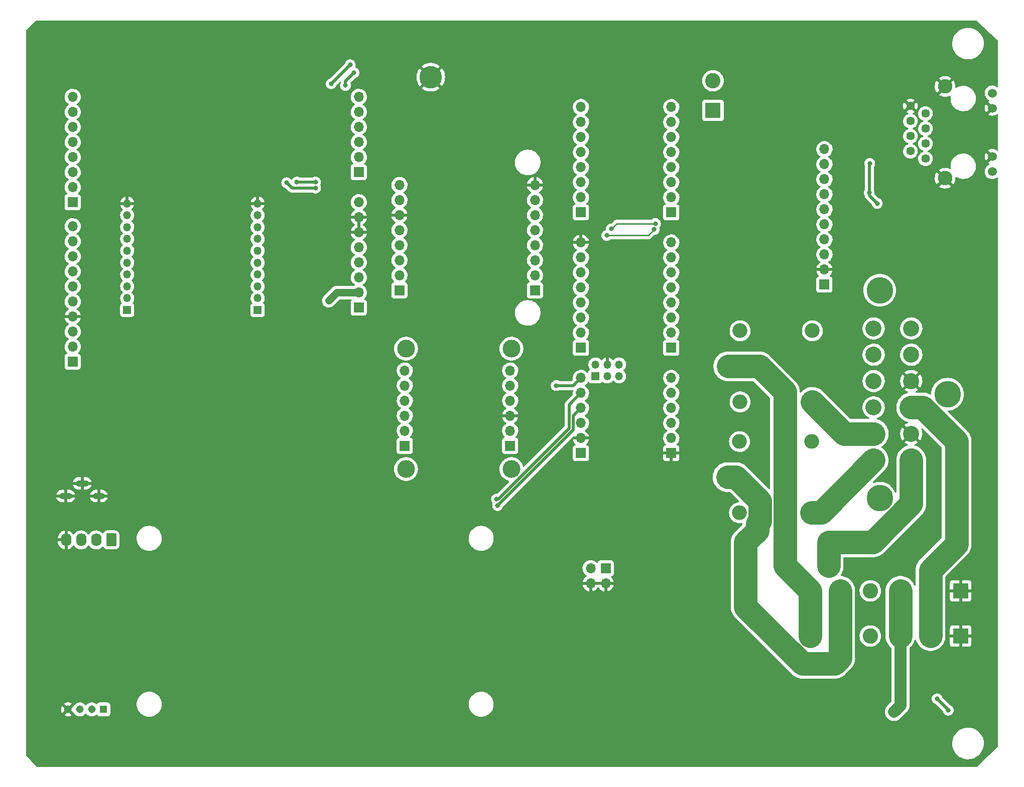
<source format=gbr>
%TF.GenerationSoftware,KiCad,Pcbnew,(6.0.10)*%
%TF.CreationDate,2023-04-23T08:01:19-06:00*%
%TF.ProjectId,AS15,41533135-2e6b-4696-9361-645f70636258,rev?*%
%TF.SameCoordinates,Original*%
%TF.FileFunction,Copper,L2,Bot*%
%TF.FilePolarity,Positive*%
%FSLAX46Y46*%
G04 Gerber Fmt 4.6, Leading zero omitted, Abs format (unit mm)*
G04 Created by KiCad (PCBNEW (6.0.10)) date 2023-04-23 08:01:19*
%MOMM*%
%LPD*%
G01*
G04 APERTURE LIST*
G04 Aperture macros list*
%AMRoundRect*
0 Rectangle with rounded corners*
0 $1 Rounding radius*
0 $2 $3 $4 $5 $6 $7 $8 $9 X,Y pos of 4 corners*
0 Add a 4 corners polygon primitive as box body*
4,1,4,$2,$3,$4,$5,$6,$7,$8,$9,$2,$3,0*
0 Add four circle primitives for the rounded corners*
1,1,$1+$1,$2,$3*
1,1,$1+$1,$4,$5*
1,1,$1+$1,$6,$7*
1,1,$1+$1,$8,$9*
0 Add four rect primitives between the rounded corners*
20,1,$1+$1,$2,$3,$4,$5,0*
20,1,$1+$1,$4,$5,$6,$7,0*
20,1,$1+$1,$6,$7,$8,$9,0*
20,1,$1+$1,$8,$9,$2,$3,0*%
G04 Aperture macros list end*
%TA.AperFunction,ComponentPad*%
%ADD10R,1.700000X1.700000*%
%TD*%
%TA.AperFunction,ComponentPad*%
%ADD11O,1.700000X1.700000*%
%TD*%
%TA.AperFunction,ComponentPad*%
%ADD12R,2.600000X2.600000*%
%TD*%
%TA.AperFunction,ComponentPad*%
%ADD13C,2.600000*%
%TD*%
%TA.AperFunction,ComponentPad*%
%ADD14R,1.350000X1.350000*%
%TD*%
%TA.AperFunction,ComponentPad*%
%ADD15O,1.350000X1.350000*%
%TD*%
%TA.AperFunction,ComponentPad*%
%ADD16C,1.446000*%
%TD*%
%TA.AperFunction,ComponentPad*%
%ADD17C,1.530000*%
%TD*%
%TA.AperFunction,ComponentPad*%
%ADD18C,2.445000*%
%TD*%
%TA.AperFunction,ComponentPad*%
%ADD19R,2.715000X2.715000*%
%TD*%
%TA.AperFunction,ComponentPad*%
%ADD20C,2.715000*%
%TD*%
%TA.AperFunction,ComponentPad*%
%ADD21C,4.485000*%
%TD*%
%TA.AperFunction,ComponentPad*%
%ADD22O,2.500000X2.500000*%
%TD*%
%TA.AperFunction,ComponentPad*%
%ADD23R,2.500000X2.500000*%
%TD*%
%TA.AperFunction,ComponentPad*%
%ADD24O,2.000000X1.100000*%
%TD*%
%TA.AperFunction,ComponentPad*%
%ADD25O,2.200000X1.100000*%
%TD*%
%TA.AperFunction,ComponentPad*%
%ADD26C,2.999999*%
%TD*%
%TA.AperFunction,ComponentPad*%
%ADD27C,3.800000*%
%TD*%
%TA.AperFunction,ComponentPad*%
%ADD28RoundRect,0.250000X0.620000X0.845000X-0.620000X0.845000X-0.620000X-0.845000X0.620000X-0.845000X0*%
%TD*%
%TA.AperFunction,ComponentPad*%
%ADD29O,1.740000X2.190000*%
%TD*%
%TA.AperFunction,ComponentPad*%
%ADD30R,1.308000X1.308000*%
%TD*%
%TA.AperFunction,ComponentPad*%
%ADD31C,1.308000*%
%TD*%
%TA.AperFunction,ComponentPad*%
%ADD32R,3.000000X3.000000*%
%TD*%
%TA.AperFunction,ComponentPad*%
%ADD33C,3.000000*%
%TD*%
%TA.AperFunction,ViaPad*%
%ADD34C,0.800000*%
%TD*%
%TA.AperFunction,Conductor*%
%ADD35C,0.508000*%
%TD*%
%TA.AperFunction,Conductor*%
%ADD36C,4.000000*%
%TD*%
%TA.AperFunction,Conductor*%
%ADD37C,1.270000*%
%TD*%
%TA.AperFunction,Conductor*%
%ADD38C,0.254000*%
%TD*%
%TA.AperFunction,Conductor*%
%ADD39C,2.032000*%
%TD*%
G04 APERTURE END LIST*
D10*
%TO.P,J19,1,Pin_1*%
%TO.N,unconnected-(J19-Pad1)*%
X28400000Y-51200000D03*
D11*
%TO.P,J19,2,Pin_2*%
%TO.N,unconnected-(J19-Pad2)*%
X28400000Y-48660000D03*
%TO.P,J19,3,Pin_3*%
%TO.N,unconnected-(J19-Pad3)*%
X28400000Y-46120000D03*
%TO.P,J19,4,Pin_4*%
%TO.N,unconnected-(J19-Pad4)*%
X28400000Y-43580000D03*
%TO.P,J19,5,Pin_5*%
%TO.N,unconnected-(J19-Pad5)*%
X28400000Y-41040000D03*
%TO.P,J19,6,Pin_6*%
%TO.N,TX3*%
X28400000Y-38500000D03*
%TO.P,J19,7,Pin_7*%
%TO.N,TX8*%
X28400000Y-35960000D03*
%TO.P,J19,8,Pin_8*%
%TO.N,RX8*%
X28400000Y-33420000D03*
%TD*%
D10*
%TO.P,J11,1,Pin_1*%
%TO.N,unconnected-(J11-Pad1)*%
X114135000Y-52915000D03*
D11*
%TO.P,J11,2,Pin_2*%
%TO.N,unconnected-(J11-Pad2)*%
X114135000Y-50375000D03*
%TO.P,J11,3,Pin_3*%
%TO.N,unconnected-(J11-Pad3)*%
X114135000Y-47835000D03*
%TO.P,J11,4,Pin_4*%
%TO.N,unconnected-(J11-Pad4)*%
X114135000Y-45295000D03*
%TO.P,J11,5,Pin_5*%
%TO.N,unconnected-(J11-Pad5)*%
X114135000Y-42755000D03*
%TO.P,J11,6,Pin_6*%
%TO.N,TX8*%
X114135000Y-40215000D03*
%TO.P,J11,7,Pin_7*%
%TO.N,RX8*%
X114135000Y-37675000D03*
%TO.P,J11,8,Pin_8*%
%TO.N,unconnected-(J11-Pad8)*%
X114135000Y-35135000D03*
%TD*%
D12*
%TO.P,KF1,1*%
%TO.N,GND*%
X178180000Y-116800000D03*
X178180000Y-124420000D03*
D13*
%TO.P,KF1,2*%
%TO.N,MotorB*%
X173100000Y-116800000D03*
X173100000Y-124420000D03*
%TO.P,KF1,3*%
%TO.N,Net-(KF1-Pad3)*%
X168020000Y-124420000D03*
X168020000Y-116800000D03*
%TO.P,KF1,4*%
%TO.N,12V Switched*%
X162940000Y-116800000D03*
X162940000Y-124420000D03*
%TO.P,KF1,5*%
%TO.N,12V In*%
X157860000Y-124420000D03*
X157860000Y-116800000D03*
%TO.P,KF1,6*%
%TO.N,MotorA*%
X152780000Y-124420000D03*
X152780000Y-116800000D03*
%TD*%
D10*
%TO.P,J9,1,Pin_1*%
%TO.N,+5V*%
X114135000Y-93555000D03*
D11*
%TO.P,J9,2,Pin_2*%
%TO.N,GND*%
X114135000Y-91015000D03*
%TO.P,J9,3,Pin_3*%
%TO.N,unconnected-(J9-Pad3)*%
X114135000Y-88475000D03*
%TO.P,J9,4,Pin_4*%
%TO.N,Dir1*%
X114135000Y-85935000D03*
%TO.P,J9,5,Pin_5*%
%TO.N,PWM1*%
X114135000Y-83395000D03*
%TO.P,J9,6,Pin_6*%
%TO.N,RX5*%
X114135000Y-80855000D03*
%TD*%
D14*
%TO.P,J25,1,Pin_1*%
%TO.N,+3.3V*%
X59600000Y-69400000D03*
D15*
%TO.P,J25,2,Pin_2*%
%TO.N,RX8*%
X59600000Y-67400000D03*
%TO.P,J25,3,Pin_3*%
%TO.N,TX8*%
X59600000Y-65400000D03*
%TO.P,J25,4,Pin_4*%
%TO.N,unconnected-(J25-Pad4)*%
X59600000Y-63400000D03*
%TO.P,J25,5,Pin_5*%
%TO.N,unconnected-(J25-Pad5)*%
X59600000Y-61400000D03*
%TO.P,J25,6,Pin_6*%
%TO.N,Net-(J24-Pad1)*%
X59600000Y-59400000D03*
%TO.P,J25,7,Pin_7*%
%TO.N,Net-(J24-Pad3)*%
X59600000Y-57400000D03*
%TO.P,J25,8,Pin_8*%
%TO.N,Net-(J24-Pad2)*%
X59600000Y-55400000D03*
%TO.P,J25,9,Pin_9*%
%TO.N,unconnected-(J25-Pad9)*%
X59600000Y-53400000D03*
%TO.P,J25,10,Pin_10*%
%TO.N,GND*%
X59600000Y-51400000D03*
%TD*%
D10*
%TO.P,J6,1,Pin_1*%
%TO.N,unconnected-(J6-Pad1)*%
X129375000Y-52915000D03*
D11*
%TO.P,J6,2,Pin_2*%
%TO.N,SteerSwitchPin*%
X129375000Y-50375000D03*
%TO.P,J6,3,Pin_3*%
%TO.N,WorkSwitchPin*%
X129375000Y-47835000D03*
%TO.P,J6,4,Pin_4*%
%TO.N,SpeedPulse*%
X129375000Y-45295000D03*
%TO.P,J6,5,Pin_5*%
%TO.N,unconnected-(J6-Pad5)*%
X129375000Y-42755000D03*
%TO.P,J6,6,Pin_6*%
%TO.N,unconnected-(J6-Pad6)*%
X129375000Y-40215000D03*
%TO.P,J6,7,Pin_7*%
%TO.N,unconnected-(J6-Pad7)*%
X129375000Y-37675000D03*
%TO.P,J6,8,Pin_8*%
%TO.N,unconnected-(J6-Pad8)*%
X129375000Y-35135000D03*
%TD*%
D16*
%TO.P,J8,1,TD+*%
%TO.N,Net-(J3-Pad6)*%
X172250000Y-43849500D03*
%TO.P,J8,2,TD-*%
%TO.N,Net-(J3-Pad5)*%
X169710000Y-42579500D03*
%TO.P,J8,3,RD+*%
%TO.N,Net-(J3-Pad1)*%
X172250000Y-41309500D03*
%TO.P,J8,4,GND*%
%TO.N,Net-(C2-Pad1)*%
X169710000Y-40039500D03*
%TO.P,J8,5,GND*%
X172250000Y-38769500D03*
%TO.P,J8,6,RD-*%
%TO.N,Net-(J3-Pad2)*%
X169710000Y-37499500D03*
%TO.P,J8,7,NC*%
%TO.N,unconnected-(J8-Pad7)*%
X172250000Y-36229500D03*
%TO.P,J8,8,GND*%
%TO.N,GND*%
X169710000Y-34959500D03*
D17*
%TO.P,J8,9,LED*%
%TO.N,Net-(J3-Pad3)*%
X183500000Y-46029500D03*
%TO.P,J8,10,GND*%
%TO.N,GND*%
X183500000Y-43489500D03*
%TO.P,J8,11,GND*%
X183500000Y-35319500D03*
%TO.P,J8,12,LED*%
%TO.N,Net-(J8-Pad12)*%
X183500000Y-32779500D03*
D18*
%TO.P,J8,MH1*%
%TO.N,GND*%
X175550000Y-47149500D03*
%TO.P,J8,MH2*%
X175550000Y-31659500D03*
%TD*%
D19*
%TO.P,J7,1,1*%
%TO.N,12V Out*%
X163500000Y-94720000D03*
D20*
%TO.P,J7,2,2*%
%TO.N,MotorA Out*%
X163500000Y-90275000D03*
%TO.P,J7,3,3*%
%TO.N,+5V*%
X163500000Y-85830000D03*
%TO.P,J7,4,4*%
%TO.N,AIN0*%
X163500000Y-81380000D03*
%TO.P,J7,5,5*%
%TO.N,AIN1*%
X163500000Y-76935000D03*
%TO.P,J7,6,6*%
%TO.N,AIN2*%
X163500000Y-72490000D03*
%TO.P,J7,7,7*%
%TO.N,WorkSwitch*%
X169850000Y-72490000D03*
%TO.P,J7,8,8*%
%TO.N,SteerSwitch*%
X169850000Y-76935000D03*
%TO.P,J7,9,9*%
%TO.N,GND*%
X169850000Y-81380000D03*
%TO.P,J7,10,10*%
%TO.N,MotorB*%
X169850000Y-85830000D03*
%TO.P,J7,11,11*%
%TO.N,GND*%
X169850000Y-90275000D03*
%TO.P,J7,12,12*%
%TO.N,Net-(F1-Pad1)*%
X169850000Y-94720000D03*
D21*
%TO.P,J7,MH1,MH1*%
%TO.N,unconnected-(J7-PadMH1)*%
X164520000Y-101145000D03*
%TO.P,J7,MH2,MH2*%
%TO.N,unconnected-(J7-PadMH2)*%
X175950000Y-83605000D03*
%TO.P,J7,MH3,MH3*%
%TO.N,unconnected-(J7-PadMH3)*%
X164520000Y-66065000D03*
%TD*%
D10*
%TO.P,J16,1,Pin_1*%
%TO.N,unconnected-(J16-Pad1)*%
X76660000Y-68980000D03*
D11*
%TO.P,J16,2,Pin_2*%
%TO.N,+3.3V*%
X76660000Y-66440000D03*
%TO.P,J16,3,Pin_3*%
%TO.N,unconnected-(J16-Pad3)*%
X76660000Y-63900000D03*
%TO.P,J16,4,Pin_4*%
%TO.N,unconnected-(J16-Pad4)*%
X76660000Y-61360000D03*
%TO.P,J16,5,Pin_5*%
%TO.N,+5V*%
X76660000Y-58820000D03*
%TO.P,J16,6,Pin_6*%
%TO.N,GND*%
X76660000Y-56280000D03*
%TO.P,J16,7,Pin_7*%
X76660000Y-53740000D03*
%TO.P,J16,8,Pin_8*%
%TO.N,unconnected-(J16-Pad8)*%
X76660000Y-51200000D03*
%TD*%
D22*
%TO.P,K2,1*%
%TO.N,+5V*%
X140872500Y-103600000D03*
%TO.P,K2,2*%
%TO.N,Net-(D8-Pad2)*%
X140872500Y-91600000D03*
D23*
%TO.P,K2,3*%
%TO.N,12V In*%
X138872500Y-97600000D03*
D22*
%TO.P,K2,4*%
%TO.N,unconnected-(K2-Pad4)*%
X153072500Y-91600000D03*
%TO.P,K2,5*%
%TO.N,12V Out*%
X153072500Y-103600000D03*
%TD*%
D10*
%TO.P,J18,1,Pin_1*%
%TO.N,unconnected-(J18-Pad1)*%
X28400000Y-78120000D03*
D11*
%TO.P,J18,2,Pin_2*%
%TO.N,unconnected-(J18-Pad2)*%
X28400000Y-75580000D03*
%TO.P,J18,3,Pin_3*%
%TO.N,unconnected-(J18-Pad3)*%
X28400000Y-73040000D03*
%TO.P,J18,4,Pin_4*%
%TO.N,GND*%
X28400000Y-70500000D03*
%TO.P,J18,5,Pin_5*%
%TO.N,unconnected-(J18-Pad5)*%
X28400000Y-67960000D03*
%TO.P,J18,6,Pin_6*%
%TO.N,unconnected-(J18-Pad6)*%
X28400000Y-65420000D03*
%TO.P,J18,7,Pin_7*%
%TO.N,unconnected-(J18-Pad7)*%
X28400000Y-62880000D03*
%TO.P,J18,8,Pin_8*%
%TO.N,unconnected-(J18-Pad8)*%
X28400000Y-60340000D03*
%TO.P,J18,9,Pin_9*%
%TO.N,unconnected-(J18-Pad9)*%
X28400000Y-57800000D03*
%TO.P,J18,10,Pin_10*%
%TO.N,RX3*%
X28400000Y-55260000D03*
%TD*%
D14*
%TO.P,J3,1,Pin_1*%
%TO.N,Net-(J3-Pad1)*%
X116573400Y-80585000D03*
D15*
%TO.P,J3,2,Pin_2*%
%TO.N,Net-(J3-Pad2)*%
X116573400Y-78585000D03*
%TO.P,J3,3,Pin_3*%
%TO.N,Net-(J3-Pad3)*%
X118573400Y-80585000D03*
%TO.P,J3,4,Pin_4*%
%TO.N,GND*%
X118573400Y-78585000D03*
%TO.P,J3,5,Pin_5*%
%TO.N,Net-(J3-Pad5)*%
X120573400Y-80585000D03*
%TO.P,J3,6,Pin_6*%
%TO.N,Net-(J3-Pad6)*%
X120573400Y-78585000D03*
%TD*%
D10*
%TO.P,J4,1,Pin_1*%
%TO.N,GND*%
X129375000Y-93555000D03*
D11*
%TO.P,J4,2,Pin_2*%
%TO.N,12V Relay*%
X129375000Y-91015000D03*
%TO.P,J4,3,Pin_3*%
%TO.N,unconnected-(J4-Pad3)*%
X129375000Y-88475000D03*
%TO.P,J4,4,Pin_4*%
%TO.N,unconnected-(J4-Pad4)*%
X129375000Y-85935000D03*
%TO.P,J4,5,Pin_5*%
%TO.N,unconnected-(J4-Pad5)*%
X129375000Y-83395000D03*
%TO.P,J4,6,Pin_6*%
%TO.N,unconnected-(J4-Pad6)*%
X129375000Y-80855000D03*
%TD*%
D22*
%TO.P,K1,1*%
%TO.N,+5V*%
X140972500Y-84900000D03*
%TO.P,K1,2*%
%TO.N,Net-(D5-Pad2)*%
X140972500Y-72900000D03*
D23*
%TO.P,K1,3*%
%TO.N,MotorA*%
X138972500Y-78900000D03*
D22*
%TO.P,K1,4*%
%TO.N,unconnected-(K1-Pad4)*%
X153172500Y-72900000D03*
%TO.P,K1,5*%
%TO.N,MotorA Out*%
X153172500Y-84900000D03*
%TD*%
D24*
%TO.P,J24,S1,SHIELD*%
%TO.N,GND*%
X32800000Y-100800000D03*
D25*
%TO.P,J24,S2,SHIELD*%
X27200000Y-100800000D03*
%TO.P,J24,S3,SHIELD*%
X30000000Y-98650000D03*
%TD*%
D26*
%TO.P,REF\u002A\u002A,1*%
%TO.N,N/C*%
X102405000Y-75915000D03*
%TO.P,REF\u002A\u002A,2*%
X84625000Y-75915000D03*
%TO.P,REF\u002A\u002A,3*%
X84625000Y-96235000D03*
%TO.P,REF\u002A\u002A,4*%
X102405000Y-96235000D03*
%TD*%
D10*
%TO.P,J20,1,Pin_1*%
%TO.N,unconnected-(J20-Pad1)*%
X106375000Y-66075000D03*
D11*
%TO.P,J20,2,Pin_2*%
%TO.N,unconnected-(J20-Pad2)*%
X106375000Y-63535000D03*
%TO.P,J20,3,Pin_3*%
%TO.N,unconnected-(J20-Pad3)*%
X106375000Y-60995000D03*
%TO.P,J20,4,Pin_4*%
%TO.N,unconnected-(J20-Pad4)*%
X106375000Y-58455000D03*
%TO.P,J20,5,Pin_5*%
%TO.N,RX4*%
X106375000Y-55915000D03*
%TO.P,J20,6,Pin_6*%
%TO.N,TX4*%
X106375000Y-53375000D03*
%TO.P,J20,7,Pin_7*%
%TO.N,+3.3V*%
X106375000Y-50835000D03*
%TO.P,J20,8,Pin_8*%
%TO.N,GND*%
X106375000Y-48295000D03*
%TD*%
D10*
%TO.P,J2,1,Pin_1*%
%TO.N,unconnected-(J2-Pad1)*%
X84420000Y-92300000D03*
D11*
%TO.P,J2,2,Pin_2*%
%TO.N,+3.3V*%
X84420000Y-89760000D03*
%TO.P,J2,3,Pin_3*%
%TO.N,unconnected-(J2-Pad3)*%
X84420000Y-87220000D03*
%TO.P,J2,4,Pin_4*%
%TO.N,unconnected-(J2-Pad4)*%
X84420000Y-84680000D03*
%TO.P,J2,5,Pin_5*%
%TO.N,unconnected-(J2-Pad5)*%
X84420000Y-82140000D03*
%TO.P,J2,6,Pin_6*%
%TO.N,unconnected-(J2-Pad6)*%
X84420000Y-79600000D03*
%TD*%
D14*
%TO.P,J26,1,Pin_1*%
%TO.N,unconnected-(J26-Pad1)*%
X37600000Y-69400000D03*
D15*
%TO.P,J26,2,Pin_2*%
%TO.N,unconnected-(J26-Pad2)*%
X37600000Y-67400000D03*
%TO.P,J26,3,Pin_3*%
%TO.N,RTKfix*%
X37600000Y-65400000D03*
%TO.P,J26,4,Pin_4*%
%TO.N,unconnected-(J26-Pad4)*%
X37600000Y-63400000D03*
%TO.P,J26,5,Pin_5*%
%TO.N,TX3*%
X37600000Y-61400000D03*
%TO.P,J26,6,Pin_6*%
%TO.N,unconnected-(J26-Pad6)*%
X37600000Y-59400000D03*
%TO.P,J26,7,Pin_7*%
%TO.N,unconnected-(J26-Pad7)*%
X37600000Y-57400000D03*
%TO.P,J26,8,Pin_8*%
%TO.N,unconnected-(J26-Pad8)*%
X37600000Y-55400000D03*
%TO.P,J26,9,Pin_9*%
%TO.N,RX3*%
X37600000Y-53400000D03*
%TO.P,J26,10,Pin_10*%
%TO.N,GND*%
X37600000Y-51400000D03*
%TD*%
D12*
%TO.P,J22,1,Pin_1*%
%TO.N,Net-(D9-Pad1)*%
X136400000Y-35700000D03*
D13*
%TO.P,J22,2,Pin_2*%
%TO.N,Net-(J22-Pad2)*%
X136400000Y-30700000D03*
%TD*%
D27*
%TO.P,H1,1,1*%
%TO.N,GND*%
X88800000Y-30100000D03*
%TD*%
D28*
%TO.P,J12,1,Pin_1*%
%TO.N,Dir1*%
X34900000Y-108200000D03*
D29*
%TO.P,J12,2,Pin_2*%
%TO.N,PWM1*%
X32360000Y-108200000D03*
%TO.P,J12,3,Pin_3*%
%TO.N,unconnected-(J12-Pad3)*%
X29820000Y-108200000D03*
%TO.P,J12,4,Pin_4*%
%TO.N,GND*%
X27280000Y-108200000D03*
%TD*%
D10*
%TO.P,J17,1,Pin_1*%
%TO.N,unconnected-(J17-Pad1)*%
X76660000Y-46120000D03*
D11*
%TO.P,J17,2,Pin_2*%
%TO.N,unconnected-(J17-Pad2)*%
X76660000Y-43580000D03*
%TO.P,J17,3,Pin_3*%
%TO.N,unconnected-(J17-Pad3)*%
X76660000Y-41040000D03*
%TO.P,J17,4,Pin_4*%
%TO.N,unconnected-(J17-Pad4)*%
X76660000Y-38500000D03*
%TO.P,J17,5,Pin_5*%
%TO.N,unconnected-(J17-Pad5)*%
X76660000Y-35960000D03*
%TO.P,J17,6,Pin_6*%
%TO.N,unconnected-(J17-Pad6)*%
X76660000Y-33420000D03*
%TD*%
D10*
%TO.P,J21,1,Pin_1*%
%TO.N,unconnected-(J21-Pad1)*%
X83515000Y-66075000D03*
D11*
%TO.P,J21,2,Pin_2*%
%TO.N,unconnected-(J21-Pad2)*%
X83515000Y-63535000D03*
%TO.P,J21,3,Pin_3*%
%TO.N,unconnected-(J21-Pad3)*%
X83515000Y-60995000D03*
%TO.P,J21,4,Pin_4*%
%TO.N,unconnected-(J21-Pad4)*%
X83515000Y-58455000D03*
%TO.P,J21,5,Pin_5*%
%TO.N,unconnected-(J21-Pad5)*%
X83515000Y-55915000D03*
%TO.P,J21,6,Pin_6*%
%TO.N,GND*%
X83515000Y-53375000D03*
%TO.P,J21,7,Pin_7*%
%TO.N,unconnected-(J21-Pad7)*%
X83515000Y-50835000D03*
%TO.P,J21,8,Pin_8*%
%TO.N,unconnected-(J21-Pad8)*%
X83515000Y-48295000D03*
%TD*%
D10*
%TO.P,J23,1,Pin_1*%
%TO.N,+5V*%
X118300000Y-113000000D03*
D11*
%TO.P,J23,2,Pin_2*%
X115760000Y-113000000D03*
%TO.P,J23,3,Pin_3*%
%TO.N,GND*%
X118300000Y-115540000D03*
%TO.P,J23,4,Pin_4*%
X115760000Y-115540000D03*
%TD*%
D30*
%TO.P,J14,1,Yellow*%
%TO.N,Dir1*%
X33600000Y-136800000D03*
D31*
%TO.P,J14,2,White*%
%TO.N,PWM1*%
X31600000Y-136800000D03*
%TO.P,J14,3,Red*%
%TO.N,unconnected-(J14-Pad3)*%
X29600000Y-136800000D03*
%TO.P,J14,4,Black*%
%TO.N,GND*%
X27600000Y-136800000D03*
%TD*%
D10*
%TO.P,J5,1,Pin_1*%
%TO.N,unconnected-(J5-Pad1)*%
X129375000Y-75775000D03*
D11*
%TO.P,J5,2,Pin_2*%
%TO.N,SteerRelay*%
X129375000Y-73235000D03*
%TO.P,J5,3,Pin_3*%
%TO.N,unconnected-(J5-Pad3)*%
X129375000Y-70695000D03*
%TO.P,J5,4,Pin_4*%
%TO.N,unconnected-(J5-Pad4)*%
X129375000Y-68155000D03*
%TO.P,J5,5,Pin_5*%
%TO.N,unconnected-(J5-Pad5)*%
X129375000Y-65615000D03*
%TO.P,J5,6,Pin_6*%
%TO.N,unconnected-(J5-Pad6)*%
X129375000Y-63075000D03*
%TO.P,J5,7,Pin_7*%
%TO.N,unconnected-(J5-Pad7)*%
X129375000Y-60535000D03*
%TO.P,J5,8,Pin_8*%
%TO.N,3V3_Teensy*%
X129375000Y-57995000D03*
%TD*%
D32*
%TO.P,F1,1*%
%TO.N,Net-(F1-Pad1)*%
X155905000Y-112605000D03*
D33*
X155905000Y-108605000D03*
%TO.P,F1,2*%
%TO.N,12V In*%
X141905000Y-112605000D03*
X141905000Y-108605000D03*
%TD*%
D10*
%TO.P,J10,1,Pin_1*%
%TO.N,SCL*%
X114135000Y-75775000D03*
D11*
%TO.P,J10,2,Pin_2*%
%TO.N,SDA*%
X114135000Y-73235000D03*
%TO.P,J10,3,Pin_3*%
%TO.N,TX4*%
X114135000Y-70695000D03*
%TO.P,J10,4,Pin_4*%
%TO.N,RX4*%
X114135000Y-68155000D03*
%TO.P,J10,5,Pin_5*%
%TO.N,RX3*%
X114135000Y-65615000D03*
%TO.P,J10,6,Pin_6*%
%TO.N,TX3*%
X114135000Y-63075000D03*
%TO.P,J10,7,Pin_7*%
%TO.N,unconnected-(J10-Pad7)*%
X114135000Y-60535000D03*
%TO.P,J10,8,Pin_8*%
%TO.N,GND*%
X114135000Y-57995000D03*
%TD*%
D10*
%TO.P,J1,1,Pin_1*%
%TO.N,+3.3V*%
X102200000Y-92300000D03*
D11*
%TO.P,J1,2,Pin_2*%
%TO.N,unconnected-(J1-Pad2)*%
X102200000Y-89760000D03*
%TO.P,J1,3,Pin_3*%
%TO.N,GND*%
X102200000Y-87220000D03*
%TO.P,J1,4,Pin_4*%
%TO.N,unconnected-(J1-Pad4)*%
X102200000Y-84680000D03*
%TO.P,J1,5,Pin_5*%
%TO.N,RX5*%
X102200000Y-82140000D03*
%TO.P,J1,6,Pin_6*%
%TO.N,unconnected-(J1-Pad6)*%
X102200000Y-79600000D03*
%TD*%
D10*
%TO.P,J15,1,Pin_1*%
%TO.N,+5V*%
X155200000Y-65100000D03*
D11*
%TO.P,J15,2,Pin_2*%
%TO.N,GND*%
X155200000Y-62560000D03*
%TO.P,J15,3,Pin_3*%
%TO.N,Net-(IC3-Pad6)*%
X155200000Y-60020000D03*
%TO.P,J15,4,Pin_4*%
%TO.N,Net-(IC3-Pad5)*%
X155200000Y-57480000D03*
%TO.P,J15,5,Pin_5*%
%TO.N,+5V*%
X155200000Y-54940000D03*
%TO.P,J15,6,Pin_6*%
%TO.N,unconnected-(J15-Pad6)*%
X155200000Y-52400000D03*
%TO.P,J15,7,Pin_7*%
%TO.N,AIN0*%
X155200000Y-49860000D03*
%TO.P,J15,8,Pin_8*%
%TO.N,Net-(D4-Pad3)*%
X155200000Y-47320000D03*
%TO.P,J15,9,Pin_9*%
%TO.N,AIN2*%
X155200000Y-44780000D03*
%TO.P,J15,10,Pin_10*%
%TO.N,AIN3*%
X155200000Y-42240000D03*
%TD*%
D34*
%TO.N,+5V*%
X164100000Y-51400000D03*
%TO.N,GND*%
X167400000Y-55100000D03*
X161200000Y-47000000D03*
X164894194Y-47801226D03*
X133200000Y-130750000D03*
X141600000Y-57600000D03*
X175000000Y-140000000D03*
X158200000Y-55400000D03*
X137131250Y-125175000D03*
X132600000Y-133406750D03*
X115600000Y-120600000D03*
X132600000Y-134606750D03*
X133300000Y-43400000D03*
X124100000Y-108800000D03*
X132165500Y-73895986D03*
X126403375Y-122200000D03*
X133200000Y-45900000D03*
X118800000Y-103300000D03*
X166675000Y-56825000D03*
X106400000Y-88800000D03*
X170350000Y-139850000D03*
X130100000Y-107500000D03*
X109800000Y-99200000D03*
X140800000Y-140500000D03*
X121300000Y-125100000D03*
X99200000Y-110500000D03*
X132750000Y-51800000D03*
X132600000Y-135906750D03*
X162600000Y-51600000D03*
X71200000Y-64200000D03*
X163700000Y-28800000D03*
X63900000Y-73400000D03*
X176700000Y-133700000D03*
%TO.N,+3.3V*%
X71600000Y-67800000D03*
%TO.N,+5V*%
X174200000Y-135011500D03*
X162753227Y-49600500D03*
X162843813Y-44657812D03*
X176100000Y-136953500D03*
%TO.N,SCL*%
X126700000Y-54800000D03*
X119267500Y-55700000D03*
%TO.N,SDA*%
X126500000Y-55800000D03*
X118500000Y-56800000D03*
%TO.N,Dir1*%
X100074645Y-102400000D03*
%TO.N,PWM1*%
X99900000Y-101300000D03*
%TO.N,RX3*%
X64500000Y-47900000D03*
X69368502Y-48799503D03*
%TO.N,TX3*%
X66200000Y-47800000D03*
X69368502Y-47800000D03*
%TO.N,RX8*%
X74400000Y-31500000D03*
X75862001Y-29353500D03*
%TO.N,Net-(KF1-Pad3)*%
X166935040Y-137235040D03*
%TO.N,RTKfix*%
X71999998Y-31200000D03*
X75200000Y-28000000D03*
%TO.N,RX5*%
X109960000Y-82140000D03*
%TD*%
D35*
%TO.N,+5V*%
X162753227Y-50053227D02*
X164100000Y-51400000D01*
X162753227Y-49600500D02*
X162753227Y-50053227D01*
X162753227Y-48746773D02*
X162753227Y-44748398D01*
X162753227Y-44748398D02*
X162843813Y-44657812D01*
X162753227Y-49600500D02*
X162753227Y-48746773D01*
D36*
%TO.N,MotorB*%
X177500000Y-91560206D02*
X171769794Y-85830000D01*
X177500000Y-108900000D02*
X177500000Y-91560206D01*
X173100000Y-113300000D02*
X177500000Y-108900000D01*
X171769794Y-85830000D02*
X169850000Y-85830000D01*
X173100000Y-116800000D02*
X173100000Y-113300000D01*
D37*
%TO.N,+3.3V*%
X72960000Y-66440000D02*
X76660000Y-66440000D01*
X71600000Y-67800000D02*
X72960000Y-66440000D01*
D35*
%TO.N,RX3*%
X65400000Y-48800000D02*
X64500000Y-47900000D01*
X69368502Y-48799503D02*
X69368005Y-48800000D01*
X69368005Y-48800000D02*
X65400000Y-48800000D01*
%TO.N,+5V*%
X176100000Y-136953500D02*
X176100000Y-136911500D01*
X176100000Y-136911500D02*
X174200000Y-135011500D01*
D38*
%TO.N,SCL*%
X126700000Y-54800000D02*
X120167500Y-54800000D01*
X120167500Y-54800000D02*
X119267500Y-55700000D01*
%TO.N,SDA*%
X125500000Y-56800000D02*
X118500000Y-56800000D01*
X126500000Y-55800000D02*
X125500000Y-56800000D01*
D36*
%TO.N,12V In*%
X157860000Y-128140000D02*
X157860000Y-124420000D01*
X143900000Y-106610000D02*
X143900000Y-105451537D01*
X144322500Y-105029037D02*
X144322500Y-101622500D01*
X151521009Y-129100000D02*
X156900000Y-129100000D01*
X141905000Y-119483991D02*
X151521009Y-129100000D01*
X143900000Y-105451537D02*
X144322500Y-105029037D01*
X144322500Y-101622500D02*
X140300000Y-97600000D01*
X157860000Y-124420000D02*
X157860000Y-116800000D01*
X141905000Y-108605000D02*
X143900000Y-106610000D01*
X140300000Y-97600000D02*
X138872500Y-97600000D01*
X156900000Y-129100000D02*
X157860000Y-128140000D01*
X141905000Y-112605000D02*
X141905000Y-119483991D01*
X141905000Y-108605000D02*
X141905000Y-112605000D01*
%TO.N,Net-(F1-Pad1)*%
X163342644Y-108605000D02*
X169850000Y-102097644D01*
X155905000Y-112605000D02*
X155905000Y-108605000D01*
X169850000Y-102097644D02*
X169850000Y-94720000D01*
X155905000Y-108605000D02*
X163342644Y-108605000D01*
D35*
%TO.N,Dir1*%
X114135000Y-85935000D02*
X112831000Y-87239000D01*
X112831000Y-87239000D02*
X112831000Y-89643643D01*
X112831000Y-89643643D02*
X100074645Y-102400000D01*
%TO.N,PWM1*%
X114135000Y-83395000D02*
X112123499Y-85406501D01*
X100174085Y-101300000D02*
X99900000Y-101300000D01*
X112123499Y-89350586D02*
X100174085Y-101300000D01*
X112123499Y-85406501D02*
X112123499Y-89350586D01*
%TO.N,TX3*%
X69368502Y-47800000D02*
X66200000Y-47800000D01*
%TO.N,RX8*%
X74400000Y-30815501D02*
X74400000Y-31500000D01*
X75862001Y-29353500D02*
X74400000Y-30815501D01*
D36*
%TO.N,12V Out*%
X154620000Y-103600000D02*
X163500000Y-94720000D01*
X153072500Y-103600000D02*
X154620000Y-103600000D01*
%TO.N,MotorA Out*%
X158547500Y-90275000D02*
X153172500Y-84900000D01*
X163500000Y-90275000D02*
X158547500Y-90275000D01*
%TO.N,MotorB*%
X173100000Y-124420000D02*
X173100000Y-116800000D01*
%TO.N,MotorA*%
X152780000Y-116800000D02*
X152780000Y-124420000D01*
X144222500Y-78900000D02*
X138972500Y-78900000D01*
X152780000Y-116800000D02*
X148522001Y-112542001D01*
X148522001Y-112542001D02*
X148522001Y-83199501D01*
X148522001Y-83199501D02*
X144222500Y-78900000D01*
D39*
%TO.N,Net-(KF1-Pad3)*%
X168020000Y-136150080D02*
X166935040Y-137235040D01*
D36*
X168020000Y-116800000D02*
X168020000Y-124420000D01*
D39*
X168020000Y-124420000D02*
X168020000Y-136150080D01*
D35*
%TO.N,RTKfix*%
X75200000Y-28000000D02*
X71999998Y-31200000D01*
%TO.N,RX5*%
X109960000Y-82140000D02*
X112850000Y-82140000D01*
X112850000Y-82140000D02*
X114135000Y-80855000D01*
%TD*%
%TA.AperFunction,Conductor*%
%TO.N,GND*%
G36*
X180766657Y-20528502D02*
G01*
X180783494Y-20541451D01*
X184450458Y-23889549D01*
X184487277Y-23950252D01*
X184491500Y-23982598D01*
X184491500Y-31677055D01*
X184471498Y-31745176D01*
X184417842Y-31791669D01*
X184347568Y-31801773D01*
X184293229Y-31780268D01*
X184223190Y-31731226D01*
X184139183Y-31672403D01*
X184134201Y-31670080D01*
X184134196Y-31670077D01*
X183942209Y-31580553D01*
X183942208Y-31580553D01*
X183937227Y-31578230D01*
X183931919Y-31576808D01*
X183931917Y-31576807D01*
X183854264Y-31556000D01*
X183721986Y-31520556D01*
X183500000Y-31501135D01*
X183278014Y-31520556D01*
X183145736Y-31556000D01*
X183068083Y-31576807D01*
X183068081Y-31576808D01*
X183062773Y-31578230D01*
X183057792Y-31580552D01*
X183057791Y-31580553D01*
X182865805Y-31670077D01*
X182865800Y-31670080D01*
X182860818Y-31672403D01*
X182772245Y-31734423D01*
X182685808Y-31794947D01*
X182678283Y-31800216D01*
X182520716Y-31957783D01*
X182517559Y-31962291D01*
X182517557Y-31962294D01*
X182495494Y-31993803D01*
X182392903Y-32140318D01*
X182390580Y-32145300D01*
X182390577Y-32145305D01*
X182324131Y-32287800D01*
X182298730Y-32342273D01*
X182297308Y-32347581D01*
X182297307Y-32347583D01*
X182291256Y-32370166D01*
X182241056Y-32557514D01*
X182221635Y-32779500D01*
X182241056Y-33001486D01*
X182298730Y-33216727D01*
X182301052Y-33221708D01*
X182301053Y-33221709D01*
X182390577Y-33413695D01*
X182390580Y-33413700D01*
X182392903Y-33418682D01*
X182438107Y-33483240D01*
X182491512Y-33559509D01*
X182520716Y-33601217D01*
X182678283Y-33758784D01*
X182682792Y-33761941D01*
X182682794Y-33761943D01*
X182732713Y-33796897D01*
X182860817Y-33886597D01*
X182865802Y-33888921D01*
X182865808Y-33888925D01*
X182965864Y-33935581D01*
X183019150Y-33982498D01*
X183038611Y-34050775D01*
X183018070Y-34118735D01*
X182965865Y-34163971D01*
X182866056Y-34210512D01*
X182856561Y-34215995D01*
X182812081Y-34247140D01*
X182803706Y-34257617D01*
X182810774Y-34271064D01*
X183770115Y-35230405D01*
X183804141Y-35292717D01*
X183799076Y-35363532D01*
X183770115Y-35408595D01*
X182810053Y-36368657D01*
X182803623Y-36380432D01*
X182812916Y-36392445D01*
X182856569Y-36423012D01*
X182866047Y-36428484D01*
X183057962Y-36517975D01*
X183068255Y-36521721D01*
X183272786Y-36576525D01*
X183283581Y-36578428D01*
X183494525Y-36596884D01*
X183505475Y-36596884D01*
X183716419Y-36578428D01*
X183727214Y-36576525D01*
X183931745Y-36521721D01*
X183942038Y-36517975D01*
X184133945Y-36428487D01*
X184143441Y-36423005D01*
X184293229Y-36318122D01*
X184360503Y-36295434D01*
X184429364Y-36312719D01*
X184477948Y-36364489D01*
X184491500Y-36421335D01*
X184491500Y-42387665D01*
X184471498Y-42455786D01*
X184417842Y-42502279D01*
X184347568Y-42512383D01*
X184293229Y-42490878D01*
X184143441Y-42385995D01*
X184133945Y-42380513D01*
X183942038Y-42291025D01*
X183931745Y-42287279D01*
X183727214Y-42232475D01*
X183716419Y-42230572D01*
X183505475Y-42212116D01*
X183494525Y-42212116D01*
X183283581Y-42230572D01*
X183272786Y-42232475D01*
X183068255Y-42287279D01*
X183057963Y-42291025D01*
X182866056Y-42380512D01*
X182856561Y-42385995D01*
X182812081Y-42417140D01*
X182803706Y-42427617D01*
X182810774Y-42441064D01*
X183770115Y-43400405D01*
X183804141Y-43462717D01*
X183799076Y-43533532D01*
X183770115Y-43578595D01*
X182810053Y-44538657D01*
X182803623Y-44550432D01*
X182812916Y-44562445D01*
X182856569Y-44593012D01*
X182866051Y-44598486D01*
X182965864Y-44645029D01*
X183019150Y-44691946D01*
X183038611Y-44760223D01*
X183018070Y-44828183D01*
X182965865Y-44873419D01*
X182865805Y-44920077D01*
X182865800Y-44920080D01*
X182860818Y-44922403D01*
X182786035Y-44974767D01*
X182686151Y-45044707D01*
X182678283Y-45050216D01*
X182520716Y-45207783D01*
X182517559Y-45212291D01*
X182517557Y-45212294D01*
X182491469Y-45249552D01*
X182392903Y-45390318D01*
X182390580Y-45395300D01*
X182390577Y-45395305D01*
X182311860Y-45564116D01*
X182298730Y-45592273D01*
X182297308Y-45597581D01*
X182297307Y-45597583D01*
X182284706Y-45644610D01*
X182241056Y-45807514D01*
X182221635Y-46029500D01*
X182241056Y-46251486D01*
X182298730Y-46466727D01*
X182301052Y-46471708D01*
X182301053Y-46471709D01*
X182390577Y-46663695D01*
X182390580Y-46663700D01*
X182392903Y-46668682D01*
X182461908Y-46767231D01*
X182516090Y-46844610D01*
X182520716Y-46851217D01*
X182678283Y-47008784D01*
X182682792Y-47011941D01*
X182682794Y-47011943D01*
X182714139Y-47033891D01*
X182860817Y-47136597D01*
X182865799Y-47138920D01*
X182865804Y-47138923D01*
X183052640Y-47226045D01*
X183062773Y-47230770D01*
X183068081Y-47232192D01*
X183068083Y-47232193D01*
X183110099Y-47243451D01*
X183278014Y-47288444D01*
X183500000Y-47307865D01*
X183721986Y-47288444D01*
X183889901Y-47243451D01*
X183931917Y-47232193D01*
X183931919Y-47232192D01*
X183937227Y-47230770D01*
X183947360Y-47226045D01*
X184134196Y-47138923D01*
X184134201Y-47138920D01*
X184139183Y-47136597D01*
X184285861Y-47033891D01*
X184293229Y-47028732D01*
X184360503Y-47006044D01*
X184429363Y-47023329D01*
X184477948Y-47075098D01*
X184491500Y-47131945D01*
X184491500Y-142944178D01*
X184471498Y-143012299D01*
X184453591Y-143034267D01*
X182917052Y-144536660D01*
X180954509Y-146455591D01*
X180891818Y-146488914D01*
X180866420Y-146491500D01*
X22348466Y-146491500D01*
X22280345Y-146471498D01*
X22254811Y-146449790D01*
X20540845Y-144545383D01*
X20510142Y-144481368D01*
X20508500Y-144461093D01*
X20508500Y-142606485D01*
X176746854Y-142606485D01*
X176747156Y-142610320D01*
X176765108Y-142838417D01*
X176772370Y-142930695D01*
X176837206Y-143249378D01*
X176940398Y-143557784D01*
X177080405Y-143851316D01*
X177255141Y-144125597D01*
X177257584Y-144128560D01*
X177257585Y-144128562D01*
X177407308Y-144310190D01*
X177462001Y-144376538D01*
X177697902Y-144600399D01*
X177959326Y-144793843D01*
X178100851Y-144873914D01*
X178239019Y-144952086D01*
X178239023Y-144952088D01*
X178242376Y-144953985D01*
X178542832Y-145078438D01*
X178635644Y-145104177D01*
X178852500Y-145164317D01*
X178852508Y-145164319D01*
X178856216Y-145165347D01*
X179177856Y-145213416D01*
X179181154Y-145213560D01*
X179292918Y-145218440D01*
X179292922Y-145218440D01*
X179294294Y-145218500D01*
X179492598Y-145218500D01*
X179734605Y-145203698D01*
X179738388Y-145202997D01*
X179738395Y-145202996D01*
X179938459Y-145165916D01*
X180054372Y-145144433D01*
X180263682Y-145078438D01*
X180360860Y-145047798D01*
X180360863Y-145047797D01*
X180364532Y-145046640D01*
X180368029Y-145045046D01*
X180368035Y-145045044D01*
X180656954Y-144913376D01*
X180656958Y-144913374D01*
X180660462Y-144911777D01*
X180937751Y-144741854D01*
X180940755Y-144739464D01*
X180940760Y-144739461D01*
X181065008Y-144640629D01*
X181192264Y-144539405D01*
X181194958Y-144536664D01*
X181194962Y-144536660D01*
X181417513Y-144310190D01*
X181417517Y-144310185D01*
X181420208Y-144307447D01*
X181618185Y-144049439D01*
X181783242Y-143769227D01*
X181912920Y-143470988D01*
X182005285Y-143159169D01*
X182058961Y-142838417D01*
X182073146Y-142513515D01*
X182060388Y-142351410D01*
X182047932Y-142193140D01*
X182047932Y-142193137D01*
X182047630Y-142189305D01*
X181982794Y-141870622D01*
X181879602Y-141562216D01*
X181739595Y-141268684D01*
X181564859Y-140994403D01*
X181417470Y-140815606D01*
X181360442Y-140746425D01*
X181360438Y-140746420D01*
X181357999Y-140743462D01*
X181122098Y-140519601D01*
X180860674Y-140326157D01*
X180655781Y-140210234D01*
X180580981Y-140167914D01*
X180580977Y-140167912D01*
X180577624Y-140166015D01*
X180277168Y-140041562D01*
X180173712Y-140012871D01*
X179967500Y-139955683D01*
X179967492Y-139955681D01*
X179963784Y-139954653D01*
X179642144Y-139906584D01*
X179638846Y-139906440D01*
X179527082Y-139901560D01*
X179527078Y-139901560D01*
X179525706Y-139901500D01*
X179327402Y-139901500D01*
X179085395Y-139916302D01*
X179081612Y-139917003D01*
X179081605Y-139917004D01*
X178925512Y-139945934D01*
X178765628Y-139975567D01*
X178581058Y-140033762D01*
X178459140Y-140072202D01*
X178459137Y-140072203D01*
X178455468Y-140073360D01*
X178451971Y-140074954D01*
X178451965Y-140074956D01*
X178163046Y-140206624D01*
X178163042Y-140206626D01*
X178159538Y-140208223D01*
X177882249Y-140378146D01*
X177879245Y-140380536D01*
X177879240Y-140380539D01*
X177754992Y-140479371D01*
X177627736Y-140580595D01*
X177625042Y-140583336D01*
X177625038Y-140583340D01*
X177402487Y-140809810D01*
X177402483Y-140809815D01*
X177399792Y-140812553D01*
X177201815Y-141070561D01*
X177036758Y-141350773D01*
X176907080Y-141649012D01*
X176814715Y-141960831D01*
X176761039Y-142281583D01*
X176746854Y-142606485D01*
X20508500Y-142606485D01*
X20508500Y-137780228D01*
X26984132Y-137780228D01*
X26994014Y-137792717D01*
X27038362Y-137822350D01*
X27048472Y-137827840D01*
X27234077Y-137907582D01*
X27245020Y-137911137D01*
X27442042Y-137955719D01*
X27453452Y-137957221D01*
X27655307Y-137965152D01*
X27666789Y-137964550D01*
X27866712Y-137935563D01*
X27877894Y-137932878D01*
X28069185Y-137867943D01*
X28079688Y-137863267D01*
X28207708Y-137791573D01*
X28217570Y-137781497D01*
X28214615Y-137773825D01*
X27612812Y-137172022D01*
X27598868Y-137164408D01*
X27597035Y-137164539D01*
X27590420Y-137168790D01*
X26990328Y-137768882D01*
X26984132Y-137780228D01*
X20508500Y-137780228D01*
X20508500Y-136775218D01*
X26433800Y-136775218D01*
X26447011Y-136976789D01*
X26448811Y-136988156D01*
X26498537Y-137183950D01*
X26502375Y-137194788D01*
X26586950Y-137378246D01*
X26592698Y-137388202D01*
X26607042Y-137408499D01*
X26617630Y-137416887D01*
X26630931Y-137409859D01*
X27227978Y-136812812D01*
X27234356Y-136801132D01*
X27964408Y-136801132D01*
X27964539Y-136802965D01*
X27968790Y-136809580D01*
X28569912Y-137410702D01*
X28606270Y-137430556D01*
X28648780Y-137468421D01*
X28712241Y-137558218D01*
X28716383Y-137562253D01*
X28735567Y-137580941D01*
X28865281Y-137707302D01*
X28870084Y-137710512D01*
X28870085Y-137710512D01*
X28947369Y-137762151D01*
X29042927Y-137826001D01*
X29048230Y-137828279D01*
X29048233Y-137828281D01*
X29233922Y-137908059D01*
X29239229Y-137910339D01*
X29338836Y-137932878D01*
X29441977Y-137956217D01*
X29441980Y-137956217D01*
X29447613Y-137957492D01*
X29453384Y-137957719D01*
X29453386Y-137957719D01*
X29518363Y-137960272D01*
X29661101Y-137965880D01*
X29766822Y-137950551D01*
X29866829Y-137936051D01*
X29866834Y-137936050D01*
X29872543Y-137935222D01*
X29878007Y-137933367D01*
X29878012Y-137933366D01*
X30069389Y-137868402D01*
X30074857Y-137866546D01*
X30261268Y-137762151D01*
X30287016Y-137740737D01*
X30421095Y-137629224D01*
X30425533Y-137625533D01*
X30501251Y-137534493D01*
X30560187Y-137494909D01*
X30631169Y-137493473D01*
X30691660Y-137530640D01*
X30701021Y-137542342D01*
X30712241Y-137558218D01*
X30716383Y-137562253D01*
X30735567Y-137580941D01*
X30865281Y-137707302D01*
X30870084Y-137710512D01*
X30870085Y-137710512D01*
X30947369Y-137762151D01*
X31042927Y-137826001D01*
X31048230Y-137828279D01*
X31048233Y-137828281D01*
X31233922Y-137908059D01*
X31239229Y-137910339D01*
X31338836Y-137932878D01*
X31441977Y-137956217D01*
X31441980Y-137956217D01*
X31447613Y-137957492D01*
X31453384Y-137957719D01*
X31453386Y-137957719D01*
X31518363Y-137960272D01*
X31661101Y-137965880D01*
X31766822Y-137950551D01*
X31866829Y-137936051D01*
X31866834Y-137936050D01*
X31872543Y-137935222D01*
X31878007Y-137933367D01*
X31878012Y-137933366D01*
X32069389Y-137868402D01*
X32074857Y-137866546D01*
X32261268Y-137762151D01*
X32331955Y-137703361D01*
X32397115Y-137675182D01*
X32467170Y-137686705D01*
X32513347Y-137724672D01*
X32530992Y-137748215D01*
X32582739Y-137817261D01*
X32699295Y-137904615D01*
X32835684Y-137955745D01*
X32897866Y-137962500D01*
X34302134Y-137962500D01*
X34364316Y-137955745D01*
X34500705Y-137904615D01*
X34617261Y-137817261D01*
X34704615Y-137700705D01*
X34755745Y-137564316D01*
X34762500Y-137502134D01*
X34762500Y-136097866D01*
X34759604Y-136071203D01*
X39192243Y-136071203D01*
X39192802Y-136075447D01*
X39192802Y-136075451D01*
X39206699Y-136181008D01*
X39229768Y-136356234D01*
X39230901Y-136360374D01*
X39230901Y-136360376D01*
X39246270Y-136416556D01*
X39305629Y-136633536D01*
X39307313Y-136637484D01*
X39393368Y-136839235D01*
X39418423Y-136897976D01*
X39455583Y-136960065D01*
X39545538Y-137110369D01*
X39566061Y-137144661D01*
X39745813Y-137369028D01*
X39867733Y-137484726D01*
X39916117Y-137530640D01*
X39954351Y-137566923D01*
X40187817Y-137734686D01*
X40191612Y-137736695D01*
X40191613Y-137736696D01*
X40211646Y-137747303D01*
X40441892Y-137869212D01*
X40557761Y-137911614D01*
X40706050Y-137965880D01*
X40711873Y-137968011D01*
X40992764Y-138029255D01*
X41021341Y-138031504D01*
X41215782Y-138046807D01*
X41215791Y-138046807D01*
X41218239Y-138047000D01*
X41373771Y-138047000D01*
X41375907Y-138046854D01*
X41375918Y-138046854D01*
X41584048Y-138032665D01*
X41584054Y-138032664D01*
X41588325Y-138032373D01*
X41592520Y-138031504D01*
X41592522Y-138031504D01*
X41729083Y-138003224D01*
X41869842Y-137974074D01*
X42140843Y-137878107D01*
X42372648Y-137758464D01*
X42392505Y-137748215D01*
X42392506Y-137748215D01*
X42396312Y-137746250D01*
X42399813Y-137743789D01*
X42399817Y-137743787D01*
X42513918Y-137663595D01*
X42631523Y-137580941D01*
X42728909Y-137490444D01*
X42838979Y-137388161D01*
X42838981Y-137388158D01*
X42842122Y-137385240D01*
X43024213Y-137162768D01*
X43174427Y-136917642D01*
X43227063Y-136797735D01*
X43288257Y-136658330D01*
X43289983Y-136654398D01*
X43368744Y-136377906D01*
X43409251Y-136093284D01*
X43409340Y-136076407D01*
X43409367Y-136071203D01*
X95192243Y-136071203D01*
X95192802Y-136075447D01*
X95192802Y-136075451D01*
X95206699Y-136181008D01*
X95229768Y-136356234D01*
X95230901Y-136360374D01*
X95230901Y-136360376D01*
X95246270Y-136416556D01*
X95305629Y-136633536D01*
X95307313Y-136637484D01*
X95393368Y-136839235D01*
X95418423Y-136897976D01*
X95455583Y-136960065D01*
X95545538Y-137110369D01*
X95566061Y-137144661D01*
X95745813Y-137369028D01*
X95867733Y-137484726D01*
X95916117Y-137530640D01*
X95954351Y-137566923D01*
X96187817Y-137734686D01*
X96191612Y-137736695D01*
X96191613Y-137736696D01*
X96211646Y-137747303D01*
X96441892Y-137869212D01*
X96557761Y-137911614D01*
X96706050Y-137965880D01*
X96711873Y-137968011D01*
X96992764Y-138029255D01*
X97021341Y-138031504D01*
X97215782Y-138046807D01*
X97215791Y-138046807D01*
X97218239Y-138047000D01*
X97373771Y-138047000D01*
X97375907Y-138046854D01*
X97375918Y-138046854D01*
X97584048Y-138032665D01*
X97584054Y-138032664D01*
X97588325Y-138032373D01*
X97592520Y-138031504D01*
X97592522Y-138031504D01*
X97729083Y-138003224D01*
X97869842Y-137974074D01*
X98140843Y-137878107D01*
X98372648Y-137758464D01*
X98392505Y-137748215D01*
X98392506Y-137748215D01*
X98396312Y-137746250D01*
X98399813Y-137743789D01*
X98399817Y-137743787D01*
X98513918Y-137663595D01*
X98631523Y-137580941D01*
X98728909Y-137490444D01*
X98838979Y-137388161D01*
X98838981Y-137388158D01*
X98842122Y-137385240D01*
X98943211Y-137261733D01*
X165405813Y-137261733D01*
X165429752Y-137505884D01*
X165431044Y-137510775D01*
X165431045Y-137510779D01*
X165491126Y-137738179D01*
X165491128Y-137738185D01*
X165492418Y-137743067D01*
X165592200Y-137967180D01*
X165594970Y-137971413D01*
X165644433Y-138047000D01*
X165726529Y-138172457D01*
X165891951Y-138353616D01*
X165895914Y-138356757D01*
X165895915Y-138356758D01*
X166080240Y-138502853D01*
X166084208Y-138505998D01*
X166088627Y-138508468D01*
X166088629Y-138508469D01*
X166169615Y-138553730D01*
X166298355Y-138625680D01*
X166390047Y-138659053D01*
X166524125Y-138707854D01*
X166524130Y-138707855D01*
X166528882Y-138709585D01*
X166533851Y-138710533D01*
X166533855Y-138710534D01*
X166764884Y-138754605D01*
X166769859Y-138755554D01*
X166929502Y-138760013D01*
X167010031Y-138762262D01*
X167010033Y-138762262D01*
X167015086Y-138762403D01*
X167020099Y-138761734D01*
X167020101Y-138761734D01*
X167253239Y-138730627D01*
X167258253Y-138729958D01*
X167263094Y-138728496D01*
X167263096Y-138728496D01*
X167488253Y-138660518D01*
X167488258Y-138660516D01*
X167493104Y-138659053D01*
X167607246Y-138603382D01*
X167709048Y-138553730D01*
X167709051Y-138553728D01*
X167713599Y-138551510D01*
X167717735Y-138548592D01*
X167717739Y-138548590D01*
X167910828Y-138412381D01*
X167910835Y-138412376D01*
X167914062Y-138410099D01*
X167916976Y-138407439D01*
X167916980Y-138407435D01*
X167934737Y-138391221D01*
X167934754Y-138391204D01*
X167935793Y-138390256D01*
X169080837Y-137245211D01*
X169083359Y-137242758D01*
X169152932Y-137176967D01*
X169152937Y-137176961D01*
X169156610Y-137173488D01*
X169159683Y-137169469D01*
X169159689Y-137169462D01*
X169204869Y-137110369D01*
X169209011Y-137105235D01*
X169257210Y-137048602D01*
X169257211Y-137048601D01*
X169260489Y-137044749D01*
X169277729Y-137016283D01*
X169285403Y-137005035D01*
X169302536Y-136982626D01*
X169302538Y-136982624D01*
X169305613Y-136978601D01*
X169343165Y-136908566D01*
X169346421Y-136902857D01*
X169387573Y-136834909D01*
X169400033Y-136804069D01*
X169405814Y-136791729D01*
X169419146Y-136766866D01*
X169419154Y-136766848D01*
X169421540Y-136762398D01*
X169447410Y-136687265D01*
X169449709Y-136681118D01*
X169477580Y-136612137D01*
X169477581Y-136612134D01*
X169479473Y-136607451D01*
X169480593Y-136602521D01*
X169480595Y-136602515D01*
X169486848Y-136574995D01*
X169490580Y-136561892D01*
X169499763Y-136535223D01*
X169499765Y-136535217D01*
X169501409Y-136530441D01*
X169514926Y-136452187D01*
X169516218Y-136445718D01*
X169532704Y-136373155D01*
X169532704Y-136373154D01*
X169533824Y-136368225D01*
X169534579Y-136356234D01*
X169535914Y-136335009D01*
X169537503Y-136321478D01*
X169542491Y-136292599D01*
X169543165Y-136288699D01*
X169544500Y-136259302D01*
X169544500Y-136202468D01*
X169544749Y-136194557D01*
X169548908Y-136128443D01*
X169549226Y-136123388D01*
X169545101Y-136081316D01*
X169544500Y-136069021D01*
X169544500Y-135011500D01*
X173286496Y-135011500D01*
X173306458Y-135201428D01*
X173365473Y-135383056D01*
X173460960Y-135548444D01*
X173465378Y-135553351D01*
X173465379Y-135553352D01*
X173578936Y-135679470D01*
X173588747Y-135690366D01*
X173670351Y-135749655D01*
X173723145Y-135788012D01*
X173743248Y-135802618D01*
X173749276Y-135805302D01*
X173749278Y-135805303D01*
X173870554Y-135859298D01*
X173917712Y-135880294D01*
X173924167Y-135881666D01*
X173924176Y-135881669D01*
X173973588Y-135892172D01*
X174036485Y-135926323D01*
X175169371Y-137059209D01*
X175203397Y-137121521D01*
X175205586Y-137135129D01*
X175206458Y-137143428D01*
X175208498Y-137149705D01*
X175208498Y-137149707D01*
X175221497Y-137189713D01*
X175265473Y-137325056D01*
X175360960Y-137490444D01*
X175365378Y-137495351D01*
X175365379Y-137495352D01*
X175484325Y-137627455D01*
X175488747Y-137632366D01*
X175547678Y-137675182D01*
X175634386Y-137738179D01*
X175643248Y-137744618D01*
X175649276Y-137747302D01*
X175649278Y-137747303D01*
X175811681Y-137819609D01*
X175817712Y-137822294D01*
X175911112Y-137842147D01*
X175998056Y-137860628D01*
X175998061Y-137860628D01*
X176004513Y-137862000D01*
X176195487Y-137862000D01*
X176201939Y-137860628D01*
X176201944Y-137860628D01*
X176288888Y-137842147D01*
X176382288Y-137822294D01*
X176388319Y-137819609D01*
X176550722Y-137747303D01*
X176550724Y-137747302D01*
X176556752Y-137744618D01*
X176565615Y-137738179D01*
X176652322Y-137675182D01*
X176711253Y-137632366D01*
X176715675Y-137627455D01*
X176834621Y-137495352D01*
X176834622Y-137495351D01*
X176839040Y-137490444D01*
X176934527Y-137325056D01*
X176993542Y-137143428D01*
X176995845Y-137121521D01*
X177012814Y-136960065D01*
X177013504Y-136953500D01*
X177007253Y-136894024D01*
X176994232Y-136770135D01*
X176994232Y-136770133D01*
X176993542Y-136763572D01*
X176934527Y-136581944D01*
X176913710Y-136545887D01*
X176897314Y-136517490D01*
X176839040Y-136416556D01*
X176804240Y-136377906D01*
X176715675Y-136279545D01*
X176715674Y-136279544D01*
X176711253Y-136274634D01*
X176588535Y-136185474D01*
X176562094Y-136166263D01*
X176562093Y-136166262D01*
X176556752Y-136162382D01*
X176550724Y-136159698D01*
X176550722Y-136159697D01*
X176404216Y-136094469D01*
X176382288Y-136084706D01*
X176375829Y-136083333D01*
X176369553Y-136081294D01*
X176370289Y-136079029D01*
X176316854Y-136050016D01*
X175117403Y-134850565D01*
X175086665Y-134800407D01*
X175034527Y-134639944D01*
X174939040Y-134474556D01*
X174811253Y-134332634D01*
X174656752Y-134220382D01*
X174650724Y-134217698D01*
X174650722Y-134217697D01*
X174488319Y-134145391D01*
X174488318Y-134145391D01*
X174482288Y-134142706D01*
X174388888Y-134122853D01*
X174301944Y-134104372D01*
X174301939Y-134104372D01*
X174295487Y-134103000D01*
X174104513Y-134103000D01*
X174098061Y-134104372D01*
X174098056Y-134104372D01*
X174011112Y-134122853D01*
X173917712Y-134142706D01*
X173911682Y-134145391D01*
X173911681Y-134145391D01*
X173749278Y-134217697D01*
X173749276Y-134217698D01*
X173743248Y-134220382D01*
X173588747Y-134332634D01*
X173460960Y-134474556D01*
X173365473Y-134639944D01*
X173306458Y-134821572D01*
X173286496Y-135011500D01*
X169544500Y-135011500D01*
X169544500Y-126477263D01*
X169564502Y-126409142D01*
X169596439Y-126375327D01*
X169618936Y-126358982D01*
X169618940Y-126358979D01*
X169622140Y-126356654D01*
X169852233Y-126140582D01*
X169858573Y-126132919D01*
X170050907Y-125900427D01*
X170053432Y-125897375D01*
X170222562Y-125630869D01*
X170224246Y-125627290D01*
X170224250Y-125627283D01*
X170355267Y-125348856D01*
X170355269Y-125348852D01*
X170356956Y-125345266D01*
X170440167Y-125089169D01*
X170480240Y-125030563D01*
X170545637Y-125002926D01*
X170615594Y-125015033D01*
X170667900Y-125063039D01*
X170679833Y-125089169D01*
X170763044Y-125345266D01*
X170764731Y-125348852D01*
X170764733Y-125348856D01*
X170895750Y-125627283D01*
X170895754Y-125627290D01*
X170897438Y-125630869D01*
X171066568Y-125897375D01*
X171069093Y-125900427D01*
X171261428Y-126132919D01*
X171267767Y-126140582D01*
X171497860Y-126356654D01*
X171753221Y-126542184D01*
X171756690Y-126544091D01*
X171756693Y-126544093D01*
X171822215Y-126580114D01*
X172029821Y-126694247D01*
X172033490Y-126695700D01*
X172033495Y-126695702D01*
X172319628Y-126808990D01*
X172323298Y-126810443D01*
X172629025Y-126888940D01*
X172942179Y-126928500D01*
X173257821Y-126928500D01*
X173570975Y-126888940D01*
X173876702Y-126810443D01*
X173880372Y-126808990D01*
X174166505Y-126695702D01*
X174166510Y-126695700D01*
X174170179Y-126694247D01*
X174377785Y-126580114D01*
X174443307Y-126544093D01*
X174443310Y-126544091D01*
X174446779Y-126542184D01*
X174702140Y-126356654D01*
X174932233Y-126140582D01*
X174938573Y-126132919D01*
X175130907Y-125900427D01*
X175133432Y-125897375D01*
X175217650Y-125764669D01*
X176372001Y-125764669D01*
X176372371Y-125771490D01*
X176377895Y-125822352D01*
X176381521Y-125837604D01*
X176426676Y-125958054D01*
X176435214Y-125973649D01*
X176511715Y-126075724D01*
X176524276Y-126088285D01*
X176626351Y-126164786D01*
X176641946Y-126173324D01*
X176762394Y-126218478D01*
X176777649Y-126222105D01*
X176828514Y-126227631D01*
X176835328Y-126228000D01*
X177907885Y-126228000D01*
X177923124Y-126223525D01*
X177924329Y-126222135D01*
X177926000Y-126214452D01*
X177926000Y-126209884D01*
X178434000Y-126209884D01*
X178438475Y-126225123D01*
X178439865Y-126226328D01*
X178447548Y-126227999D01*
X179524669Y-126227999D01*
X179531490Y-126227629D01*
X179582352Y-126222105D01*
X179597604Y-126218479D01*
X179718054Y-126173324D01*
X179733649Y-126164786D01*
X179835724Y-126088285D01*
X179848285Y-126075724D01*
X179924786Y-125973649D01*
X179933324Y-125958054D01*
X179978478Y-125837606D01*
X179982105Y-125822351D01*
X179987631Y-125771486D01*
X179988000Y-125764672D01*
X179988000Y-124692115D01*
X179983525Y-124676876D01*
X179982135Y-124675671D01*
X179974452Y-124674000D01*
X178452115Y-124674000D01*
X178436876Y-124678475D01*
X178435671Y-124679865D01*
X178434000Y-124687548D01*
X178434000Y-126209884D01*
X177926000Y-126209884D01*
X177926000Y-124692115D01*
X177921525Y-124676876D01*
X177920135Y-124675671D01*
X177912452Y-124674000D01*
X176390116Y-124674000D01*
X176374877Y-124678475D01*
X176373672Y-124679865D01*
X176372001Y-124687548D01*
X176372001Y-125764669D01*
X175217650Y-125764669D01*
X175302562Y-125630869D01*
X175304246Y-125627290D01*
X175304250Y-125627283D01*
X175435267Y-125348856D01*
X175435269Y-125348852D01*
X175436956Y-125345266D01*
X175534495Y-125045072D01*
X175593641Y-124735020D01*
X175608500Y-124498838D01*
X175608500Y-124147885D01*
X176372000Y-124147885D01*
X176376475Y-124163124D01*
X176377865Y-124164329D01*
X176385548Y-124166000D01*
X177907885Y-124166000D01*
X177923124Y-124161525D01*
X177924329Y-124160135D01*
X177926000Y-124152452D01*
X177926000Y-124147885D01*
X178434000Y-124147885D01*
X178438475Y-124163124D01*
X178439865Y-124164329D01*
X178447548Y-124166000D01*
X179969884Y-124166000D01*
X179985123Y-124161525D01*
X179986328Y-124160135D01*
X179987999Y-124152452D01*
X179987999Y-123075331D01*
X179987629Y-123068510D01*
X179982105Y-123017648D01*
X179978479Y-123002396D01*
X179933324Y-122881946D01*
X179924786Y-122866351D01*
X179848285Y-122764276D01*
X179835724Y-122751715D01*
X179733649Y-122675214D01*
X179718054Y-122666676D01*
X179597606Y-122621522D01*
X179582351Y-122617895D01*
X179531486Y-122612369D01*
X179524672Y-122612000D01*
X178452115Y-122612000D01*
X178436876Y-122616475D01*
X178435671Y-122617865D01*
X178434000Y-122625548D01*
X178434000Y-124147885D01*
X177926000Y-124147885D01*
X177926000Y-122630116D01*
X177921525Y-122614877D01*
X177920135Y-122613672D01*
X177912452Y-122612001D01*
X176835331Y-122612001D01*
X176828510Y-122612371D01*
X176777648Y-122617895D01*
X176762396Y-122621521D01*
X176641946Y-122666676D01*
X176626351Y-122675214D01*
X176524276Y-122751715D01*
X176511715Y-122764276D01*
X176435214Y-122866351D01*
X176426676Y-122881946D01*
X176381522Y-123002394D01*
X176377895Y-123017649D01*
X176372369Y-123068514D01*
X176372000Y-123075328D01*
X176372000Y-124147885D01*
X175608500Y-124147885D01*
X175608500Y-118144669D01*
X176372001Y-118144669D01*
X176372371Y-118151490D01*
X176377895Y-118202352D01*
X176381521Y-118217604D01*
X176426676Y-118338054D01*
X176435214Y-118353649D01*
X176511715Y-118455724D01*
X176524276Y-118468285D01*
X176626351Y-118544786D01*
X176641946Y-118553324D01*
X176762394Y-118598478D01*
X176777649Y-118602105D01*
X176828514Y-118607631D01*
X176835328Y-118608000D01*
X177907885Y-118608000D01*
X177923124Y-118603525D01*
X177924329Y-118602135D01*
X177926000Y-118594452D01*
X177926000Y-118589884D01*
X178434000Y-118589884D01*
X178438475Y-118605123D01*
X178439865Y-118606328D01*
X178447548Y-118607999D01*
X179524669Y-118607999D01*
X179531490Y-118607629D01*
X179582352Y-118602105D01*
X179597604Y-118598479D01*
X179718054Y-118553324D01*
X179733649Y-118544786D01*
X179835724Y-118468285D01*
X179848285Y-118455724D01*
X179924786Y-118353649D01*
X179933324Y-118338054D01*
X179978478Y-118217606D01*
X179982105Y-118202351D01*
X179987631Y-118151486D01*
X179988000Y-118144672D01*
X179988000Y-117072115D01*
X179983525Y-117056876D01*
X179982135Y-117055671D01*
X179974452Y-117054000D01*
X178452115Y-117054000D01*
X178436876Y-117058475D01*
X178435671Y-117059865D01*
X178434000Y-117067548D01*
X178434000Y-118589884D01*
X177926000Y-118589884D01*
X177926000Y-117072115D01*
X177921525Y-117056876D01*
X177920135Y-117055671D01*
X177912452Y-117054000D01*
X176390116Y-117054000D01*
X176374877Y-117058475D01*
X176373672Y-117059865D01*
X176372001Y-117067548D01*
X176372001Y-118144669D01*
X175608500Y-118144669D01*
X175608500Y-116527885D01*
X176372000Y-116527885D01*
X176376475Y-116543124D01*
X176377865Y-116544329D01*
X176385548Y-116546000D01*
X177907885Y-116546000D01*
X177923124Y-116541525D01*
X177924329Y-116540135D01*
X177926000Y-116532452D01*
X177926000Y-116527885D01*
X178434000Y-116527885D01*
X178438475Y-116543124D01*
X178439865Y-116544329D01*
X178447548Y-116546000D01*
X179969884Y-116546000D01*
X179985123Y-116541525D01*
X179986328Y-116540135D01*
X179987999Y-116532452D01*
X179987999Y-115455331D01*
X179987629Y-115448510D01*
X179982105Y-115397648D01*
X179978479Y-115382396D01*
X179933324Y-115261946D01*
X179924786Y-115246351D01*
X179848285Y-115144276D01*
X179835724Y-115131715D01*
X179733649Y-115055214D01*
X179718054Y-115046676D01*
X179597606Y-115001522D01*
X179582351Y-114997895D01*
X179531486Y-114992369D01*
X179524672Y-114992000D01*
X178452115Y-114992000D01*
X178436876Y-114996475D01*
X178435671Y-114997865D01*
X178434000Y-115005548D01*
X178434000Y-116527885D01*
X177926000Y-116527885D01*
X177926000Y-115010116D01*
X177921525Y-114994877D01*
X177920135Y-114993672D01*
X177912452Y-114992001D01*
X176835331Y-114992001D01*
X176828510Y-114992371D01*
X176777648Y-114997895D01*
X176762396Y-115001521D01*
X176641946Y-115046676D01*
X176626351Y-115055214D01*
X176524276Y-115131715D01*
X176511715Y-115144276D01*
X176435214Y-115246351D01*
X176426676Y-115261946D01*
X176381522Y-115382394D01*
X176377895Y-115397649D01*
X176372369Y-115448514D01*
X176372000Y-115455328D01*
X176372000Y-116527885D01*
X175608500Y-116527885D01*
X175608500Y-114391244D01*
X175628502Y-114323123D01*
X175645405Y-114302149D01*
X179244483Y-110703071D01*
X179247325Y-110700316D01*
X179329346Y-110623293D01*
X179332233Y-110620582D01*
X179406484Y-110530828D01*
X179409014Y-110527866D01*
X179486023Y-110440517D01*
X179504898Y-110412744D01*
X179512024Y-110403253D01*
X179533432Y-110377375D01*
X179595818Y-110279071D01*
X179597991Y-110275763D01*
X179661209Y-110182740D01*
X179661212Y-110182734D01*
X179663441Y-110179455D01*
X179678687Y-110149531D01*
X179684565Y-110139227D01*
X179700443Y-110114208D01*
X179702562Y-110110869D01*
X179752143Y-110005505D01*
X179753858Y-110002003D01*
X179806740Y-109898215D01*
X179818117Y-109866613D01*
X179822659Y-109855649D01*
X179835272Y-109828844D01*
X179836956Y-109825266D01*
X179843136Y-109806248D01*
X179872935Y-109714536D01*
X179874217Y-109710793D01*
X179912315Y-109604971D01*
X179912318Y-109604960D01*
X179913660Y-109601233D01*
X179920986Y-109568461D01*
X179924117Y-109557016D01*
X179933269Y-109528847D01*
X179933271Y-109528839D01*
X179934495Y-109525072D01*
X179956311Y-109410709D01*
X179957114Y-109406833D01*
X179981651Y-109297061D01*
X179981651Y-109297060D01*
X179982516Y-109293191D01*
X179985677Y-109259748D01*
X179987350Y-109247998D01*
X179992897Y-109218919D01*
X179993641Y-109215020D01*
X180000354Y-109108317D01*
X180000951Y-109098835D01*
X180001261Y-109094890D01*
X180011847Y-108982892D01*
X180012220Y-108978949D01*
X180011752Y-108964034D01*
X180008562Y-108862555D01*
X180008500Y-108858597D01*
X180008500Y-91601609D01*
X180008562Y-91597651D01*
X180012096Y-91485214D01*
X180012096Y-91485208D01*
X180012220Y-91481257D01*
X180001257Y-91365291D01*
X180000950Y-91361375D01*
X179999586Y-91339684D01*
X179993641Y-91245186D01*
X179992899Y-91241297D01*
X179992898Y-91241288D01*
X179987348Y-91212196D01*
X179985675Y-91200444D01*
X179985265Y-91196109D01*
X179982515Y-91167014D01*
X179957106Y-91053342D01*
X179956315Y-91049518D01*
X179947779Y-91004771D01*
X179934495Y-90935134D01*
X179933118Y-90930896D01*
X179924119Y-90903199D01*
X179920986Y-90891749D01*
X179916364Y-90871071D01*
X179913660Y-90858973D01*
X179874197Y-90749361D01*
X179872944Y-90745699D01*
X179836956Y-90634940D01*
X179835274Y-90631365D01*
X179835271Y-90631358D01*
X179822656Y-90604549D01*
X179818115Y-90593585D01*
X179808080Y-90565713D01*
X179808076Y-90565705D01*
X179806739Y-90561990D01*
X179804950Y-90558479D01*
X179804947Y-90558472D01*
X179753874Y-90458237D01*
X179752133Y-90454682D01*
X179724340Y-90395617D01*
X179702562Y-90349337D01*
X179684564Y-90320976D01*
X179678688Y-90310675D01*
X179663441Y-90280751D01*
X179658764Y-90273868D01*
X179597997Y-90184453D01*
X179595824Y-90181145D01*
X179587253Y-90167639D01*
X179533432Y-90082831D01*
X179522480Y-90069592D01*
X179512020Y-90056947D01*
X179504893Y-90047455D01*
X179501824Y-90042939D01*
X179486023Y-90019688D01*
X179409014Y-89932339D01*
X179406479Y-89929372D01*
X179332233Y-89839624D01*
X179247340Y-89759904D01*
X179244499Y-89757150D01*
X176052783Y-86565434D01*
X176018757Y-86503122D01*
X176023822Y-86432307D01*
X176066369Y-86375471D01*
X176136271Y-86350464D01*
X176238083Y-86345930D01*
X176565284Y-86291469D01*
X176883571Y-86198094D01*
X177188336Y-86067157D01*
X177191614Y-86065253D01*
X177191620Y-86065250D01*
X177471891Y-85902455D01*
X177471897Y-85902451D01*
X177475163Y-85900554D01*
X177652329Y-85766807D01*
X177736873Y-85702983D01*
X177736874Y-85702982D01*
X177739897Y-85700700D01*
X177978704Y-85470489D01*
X178188125Y-85213256D01*
X178190135Y-85210070D01*
X178190141Y-85210062D01*
X178363104Y-84935932D01*
X178363105Y-84935929D01*
X178365126Y-84932727D01*
X178366749Y-84929301D01*
X178366753Y-84929294D01*
X178486803Y-84675897D01*
X178507143Y-84632965D01*
X178527833Y-84570951D01*
X178588686Y-84388550D01*
X178612119Y-84318313D01*
X178678533Y-83993328D01*
X178705424Y-83662718D01*
X178706028Y-83605000D01*
X178704393Y-83577867D01*
X178686295Y-83277678D01*
X178686295Y-83277674D01*
X178686067Y-83273900D01*
X178681463Y-83248689D01*
X178627153Y-82951317D01*
X178627152Y-82951313D01*
X178626473Y-82947595D01*
X178622191Y-82933803D01*
X178566854Y-82755590D01*
X178528110Y-82630813D01*
X178517647Y-82607476D01*
X178425459Y-82401870D01*
X178392402Y-82328143D01*
X178221315Y-82043969D01*
X178218988Y-82040985D01*
X178218983Y-82040978D01*
X178019663Y-81785401D01*
X178019661Y-81785398D01*
X178017327Y-81782406D01*
X177783393Y-81547244D01*
X177751845Y-81522373D01*
X177525884Y-81344240D01*
X177522903Y-81341890D01*
X177239628Y-81169317D01*
X176937672Y-81032026D01*
X176621410Y-80932006D01*
X176399629Y-80890300D01*
X176299145Y-80871404D01*
X176299143Y-80871404D01*
X176295422Y-80870704D01*
X175964430Y-80849010D01*
X175960650Y-80849218D01*
X175960649Y-80849218D01*
X175875720Y-80853892D01*
X175633230Y-80867237D01*
X175629503Y-80867898D01*
X175629499Y-80867898D01*
X175542272Y-80883357D01*
X175306618Y-80925121D01*
X175302993Y-80926226D01*
X175302988Y-80926227D01*
X175126468Y-80980027D01*
X174989326Y-81021825D01*
X174985862Y-81023356D01*
X174985855Y-81023359D01*
X174811506Y-81100438D01*
X174685949Y-81155946D01*
X174682695Y-81157882D01*
X174682689Y-81157885D01*
X174420363Y-81313953D01*
X174400882Y-81325543D01*
X174397881Y-81327859D01*
X174397877Y-81327861D01*
X174293354Y-81408500D01*
X174138255Y-81528158D01*
X174135554Y-81530817D01*
X174135547Y-81530823D01*
X173920888Y-81742137D01*
X173901872Y-81760857D01*
X173899508Y-81763824D01*
X173899505Y-81763827D01*
X173742964Y-81960274D01*
X173695156Y-82020269D01*
X173521103Y-82302637D01*
X173382233Y-82603869D01*
X173381074Y-82607469D01*
X173381071Y-82607476D01*
X173284506Y-82907343D01*
X173280558Y-82919604D01*
X173279839Y-82923320D01*
X173279837Y-82923328D01*
X173218778Y-83238919D01*
X173217550Y-83245266D01*
X173217283Y-83249042D01*
X173217282Y-83249047D01*
X173196381Y-83544242D01*
X173171618Y-83610780D01*
X173114813Y-83653367D01*
X173044001Y-83658483D01*
X173003182Y-83641728D01*
X172984015Y-83629564D01*
X172984001Y-83629556D01*
X172980663Y-83627438D01*
X172875309Y-83577863D01*
X172871763Y-83576126D01*
X172771528Y-83525053D01*
X172771521Y-83525050D01*
X172768010Y-83523261D01*
X172764295Y-83521924D01*
X172764287Y-83521920D01*
X172736415Y-83511885D01*
X172725451Y-83507344D01*
X172698642Y-83494729D01*
X172698635Y-83494726D01*
X172695060Y-83493044D01*
X172584301Y-83457056D01*
X172580639Y-83455803D01*
X172471027Y-83416340D01*
X172438250Y-83409014D01*
X172426801Y-83405881D01*
X172398637Y-83396730D01*
X172398633Y-83396729D01*
X172394866Y-83395505D01*
X172304326Y-83378234D01*
X172280482Y-83373685D01*
X172276658Y-83372894D01*
X172162986Y-83347485D01*
X172129556Y-83344325D01*
X172117804Y-83342652D01*
X172088712Y-83337102D01*
X172088703Y-83337101D01*
X172084814Y-83336359D01*
X171968601Y-83329048D01*
X171964709Y-83328743D01*
X171848743Y-83317780D01*
X171844792Y-83317904D01*
X171844786Y-83317904D01*
X171732349Y-83321438D01*
X171728391Y-83321500D01*
X170670108Y-83321500D01*
X170601987Y-83301498D01*
X170555494Y-83247842D01*
X170545390Y-83177568D01*
X170574884Y-83112988D01*
X170615566Y-83081917D01*
X170772620Y-83006501D01*
X170780344Y-83002095D01*
X170964625Y-82878963D01*
X170972913Y-82869045D01*
X170965656Y-82854866D01*
X169862812Y-81752022D01*
X169848868Y-81744408D01*
X169847035Y-81744539D01*
X169840420Y-81748790D01*
X168734738Y-82854472D01*
X168727572Y-82867595D01*
X168734962Y-82877897D01*
X168771131Y-82907343D01*
X168778410Y-82912458D01*
X168997100Y-83044120D01*
X169005014Y-83048153D01*
X169240092Y-83147695D01*
X169249891Y-83151050D01*
X169307860Y-83192039D01*
X169334467Y-83257861D01*
X169321263Y-83327619D01*
X169272442Y-83379165D01*
X169232685Y-83394025D01*
X169224928Y-83395505D01*
X168924734Y-83493044D01*
X168921148Y-83494731D01*
X168921144Y-83494733D01*
X168642717Y-83625750D01*
X168642710Y-83625754D01*
X168639131Y-83627438D01*
X168372625Y-83796568D01*
X168359501Y-83807425D01*
X168148620Y-83981882D01*
X168129418Y-83997767D01*
X167913346Y-84227860D01*
X167911019Y-84231062D01*
X167911018Y-84231064D01*
X167885345Y-84266400D01*
X167727816Y-84483221D01*
X167725909Y-84486690D01*
X167725907Y-84486693D01*
X167583027Y-84746590D01*
X167575753Y-84759821D01*
X167574300Y-84763490D01*
X167574298Y-84763495D01*
X167491340Y-84973023D01*
X167459557Y-85053298D01*
X167381060Y-85359025D01*
X167341500Y-85672179D01*
X167341500Y-85987821D01*
X167381060Y-86300975D01*
X167459557Y-86606702D01*
X167461010Y-86610371D01*
X167461010Y-86610372D01*
X167543410Y-86818489D01*
X167575753Y-86900179D01*
X167727816Y-87176779D01*
X167828259Y-87315027D01*
X167893299Y-87404547D01*
X167913346Y-87432140D01*
X168066888Y-87595645D01*
X168101286Y-87632275D01*
X168129418Y-87662233D01*
X168132469Y-87664757D01*
X168132470Y-87664758D01*
X168207046Y-87726453D01*
X168372625Y-87863432D01*
X168639131Y-88032562D01*
X168642710Y-88034246D01*
X168642717Y-88034250D01*
X168921144Y-88165267D01*
X168921148Y-88165269D01*
X168924734Y-88166956D01*
X168928506Y-88168182D01*
X168928507Y-88168182D01*
X169054287Y-88209050D01*
X169224928Y-88264495D01*
X169231765Y-88265799D01*
X169231769Y-88265800D01*
X169232526Y-88266188D01*
X169232653Y-88266221D01*
X169232646Y-88266250D01*
X169294935Y-88298212D01*
X169330551Y-88359629D01*
X169327307Y-88430552D01*
X169286235Y-88488462D01*
X169249908Y-88508450D01*
X169111437Y-88557078D01*
X169103271Y-88560611D01*
X168876740Y-88678285D01*
X168869168Y-88682925D01*
X168736914Y-88777434D01*
X168728511Y-88788156D01*
X168735491Y-88801281D01*
X171325350Y-91391140D01*
X171338751Y-91398458D01*
X171348653Y-91391472D01*
X171360210Y-91377723D01*
X171365434Y-91370533D01*
X171500522Y-91153927D01*
X171504674Y-91146087D01*
X171607898Y-90912597D01*
X171610904Y-90904247D01*
X171680197Y-90658551D01*
X171681998Y-90649858D01*
X171716147Y-90395617D01*
X171716675Y-90389224D01*
X171720164Y-90278222D01*
X171720037Y-90271779D01*
X171701922Y-90015926D01*
X171700669Y-90007122D01*
X171646941Y-89757565D01*
X171644462Y-89749032D01*
X171556107Y-89509536D01*
X171555455Y-89508092D01*
X171555383Y-89507572D01*
X171554566Y-89505359D01*
X171555049Y-89505181D01*
X171545653Y-89437775D01*
X171575423Y-89373322D01*
X171635313Y-89335195D01*
X171706309Y-89335499D01*
X171759386Y-89367147D01*
X174954595Y-92562356D01*
X174988621Y-92624668D01*
X174991500Y-92651451D01*
X174991500Y-107808756D01*
X174971498Y-107876877D01*
X174954595Y-107897851D01*
X171355517Y-111496929D01*
X171352676Y-111499683D01*
X171267767Y-111579418D01*
X171208526Y-111651029D01*
X171193544Y-111669139D01*
X171190984Y-111672136D01*
X171182227Y-111682069D01*
X171116601Y-111756505D01*
X171116596Y-111756511D01*
X171113977Y-111759482D01*
X171095107Y-111787249D01*
X171087980Y-111796741D01*
X171069099Y-111819565D01*
X171066568Y-111822625D01*
X171015373Y-111903295D01*
X171004176Y-111920939D01*
X171002003Y-111924247D01*
X170950625Y-111999848D01*
X170936559Y-112020545D01*
X170921312Y-112050469D01*
X170915436Y-112060770D01*
X170897438Y-112089131D01*
X170895751Y-112092715D01*
X170895751Y-112092716D01*
X170886266Y-112112872D01*
X170874254Y-112138401D01*
X170847867Y-112194476D01*
X170846126Y-112198031D01*
X170795053Y-112298266D01*
X170795050Y-112298273D01*
X170793261Y-112301784D01*
X170791924Y-112305499D01*
X170791920Y-112305507D01*
X170781885Y-112333379D01*
X170777344Y-112344343D01*
X170764729Y-112371152D01*
X170764726Y-112371159D01*
X170763044Y-112374734D01*
X170727056Y-112485493D01*
X170725803Y-112489155D01*
X170686340Y-112598767D01*
X170681382Y-112620950D01*
X170679014Y-112631543D01*
X170675881Y-112642993D01*
X170666730Y-112671157D01*
X170665505Y-112674928D01*
X170652933Y-112740832D01*
X170643685Y-112789312D01*
X170642894Y-112793136D01*
X170617485Y-112906808D01*
X170614802Y-112935193D01*
X170614325Y-112940238D01*
X170612652Y-112951990D01*
X170607102Y-112981082D01*
X170607101Y-112981091D01*
X170606359Y-112984980D01*
X170602100Y-113052689D01*
X170599050Y-113101169D01*
X170598743Y-113105085D01*
X170587780Y-113221051D01*
X170587904Y-113225002D01*
X170587904Y-113225008D01*
X170591438Y-113337445D01*
X170591500Y-113341403D01*
X170591500Y-115809474D01*
X170571498Y-115877595D01*
X170517842Y-115924088D01*
X170447568Y-115934192D01*
X170382988Y-115904698D01*
X170351492Y-115863122D01*
X170224250Y-115592717D01*
X170224246Y-115592710D01*
X170222562Y-115589131D01*
X170053432Y-115322625D01*
X169869233Y-115099967D01*
X169854758Y-115082470D01*
X169854757Y-115082469D01*
X169852233Y-115079418D01*
X169622140Y-114863346D01*
X169366779Y-114677816D01*
X169249790Y-114613500D01*
X169093648Y-114527660D01*
X169093647Y-114527659D01*
X169090179Y-114525753D01*
X169086510Y-114524300D01*
X169086505Y-114524298D01*
X168800372Y-114411010D01*
X168800371Y-114411010D01*
X168796702Y-114409557D01*
X168490975Y-114331060D01*
X168177821Y-114291500D01*
X167862179Y-114291500D01*
X167549025Y-114331060D01*
X167243298Y-114409557D01*
X167239629Y-114411010D01*
X167239628Y-114411010D01*
X166953495Y-114524298D01*
X166953490Y-114524300D01*
X166949821Y-114525753D01*
X166946353Y-114527659D01*
X166946352Y-114527660D01*
X166790211Y-114613500D01*
X166673221Y-114677816D01*
X166417860Y-114863346D01*
X166187767Y-115079418D01*
X166185243Y-115082469D01*
X166185242Y-115082470D01*
X166170767Y-115099967D01*
X165986568Y-115322625D01*
X165817438Y-115589131D01*
X165815754Y-115592710D01*
X165815750Y-115592717D01*
X165702504Y-115833379D01*
X165683044Y-115874734D01*
X165681818Y-115878506D01*
X165681818Y-115878507D01*
X165647067Y-115985461D01*
X165585505Y-116174928D01*
X165526359Y-116484980D01*
X165511500Y-116721162D01*
X165511500Y-124498838D01*
X165526359Y-124735020D01*
X165585505Y-125045072D01*
X165683044Y-125345266D01*
X165684731Y-125348852D01*
X165684733Y-125348856D01*
X165815750Y-125627283D01*
X165815754Y-125627290D01*
X165817438Y-125630869D01*
X165986568Y-125897375D01*
X165989093Y-125900427D01*
X166181428Y-126132919D01*
X166187767Y-126140582D01*
X166417860Y-126356654D01*
X166421060Y-126358979D01*
X166421064Y-126358982D01*
X166443561Y-126375327D01*
X166486915Y-126431550D01*
X166495500Y-126477263D01*
X166495500Y-135466421D01*
X166475498Y-135534542D01*
X166458595Y-135555516D01*
X165813465Y-136200646D01*
X165694551Y-136340371D01*
X165567466Y-136550211D01*
X165475567Y-136777669D01*
X165474447Y-136782599D01*
X165423911Y-137005035D01*
X165421216Y-137016895D01*
X165420899Y-137021940D01*
X165420898Y-137021944D01*
X165407007Y-137242758D01*
X165405813Y-137261733D01*
X98943211Y-137261733D01*
X99024213Y-137162768D01*
X99174427Y-136917642D01*
X99227063Y-136797735D01*
X99288257Y-136658330D01*
X99289983Y-136654398D01*
X99368744Y-136377906D01*
X99409251Y-136093284D01*
X99409340Y-136076407D01*
X99410735Y-135810083D01*
X99410735Y-135810076D01*
X99410757Y-135805797D01*
X99407722Y-135782739D01*
X99376123Y-135542726D01*
X99373232Y-135520766D01*
X99297371Y-135243464D01*
X99201230Y-135018065D01*
X99186263Y-134982976D01*
X99186261Y-134982972D01*
X99184577Y-134979024D01*
X99036939Y-134732339D01*
X98857187Y-134507972D01*
X98672419Y-134332634D01*
X98651758Y-134313027D01*
X98651755Y-134313025D01*
X98648649Y-134310077D01*
X98415183Y-134142314D01*
X98393343Y-134130750D01*
X98340932Y-134103000D01*
X98161108Y-134007788D01*
X97891127Y-133908989D01*
X97610236Y-133847745D01*
X97579185Y-133845301D01*
X97387218Y-133830193D01*
X97387209Y-133830193D01*
X97384761Y-133830000D01*
X97229229Y-133830000D01*
X97227093Y-133830146D01*
X97227082Y-133830146D01*
X97018952Y-133844335D01*
X97018946Y-133844336D01*
X97014675Y-133844627D01*
X97010480Y-133845496D01*
X97010478Y-133845496D01*
X96873916Y-133873777D01*
X96733158Y-133902926D01*
X96462157Y-133998893D01*
X96458348Y-134000859D01*
X96257795Y-134104372D01*
X96206688Y-134130750D01*
X96203187Y-134133211D01*
X96203183Y-134133213D01*
X96193094Y-134140304D01*
X95971477Y-134296059D01*
X95956392Y-134310077D01*
X95779392Y-134474556D01*
X95760878Y-134491760D01*
X95578787Y-134714232D01*
X95428573Y-134959358D01*
X95313017Y-135222602D01*
X95234256Y-135499094D01*
X95207733Y-135685455D01*
X95198597Y-135749655D01*
X95193749Y-135783716D01*
X95193727Y-135788005D01*
X95193726Y-135788012D01*
X95192279Y-136064330D01*
X95192243Y-136071203D01*
X43409367Y-136071203D01*
X43410735Y-135810083D01*
X43410735Y-135810076D01*
X43410757Y-135805797D01*
X43407722Y-135782739D01*
X43376123Y-135542726D01*
X43373232Y-135520766D01*
X43297371Y-135243464D01*
X43201230Y-135018065D01*
X43186263Y-134982976D01*
X43186261Y-134982972D01*
X43184577Y-134979024D01*
X43036939Y-134732339D01*
X42857187Y-134507972D01*
X42672419Y-134332634D01*
X42651758Y-134313027D01*
X42651755Y-134313025D01*
X42648649Y-134310077D01*
X42415183Y-134142314D01*
X42393343Y-134130750D01*
X42340932Y-134103000D01*
X42161108Y-134007788D01*
X41891127Y-133908989D01*
X41610236Y-133847745D01*
X41579185Y-133845301D01*
X41387218Y-133830193D01*
X41387209Y-133830193D01*
X41384761Y-133830000D01*
X41229229Y-133830000D01*
X41227093Y-133830146D01*
X41227082Y-133830146D01*
X41018952Y-133844335D01*
X41018946Y-133844336D01*
X41014675Y-133844627D01*
X41010480Y-133845496D01*
X41010478Y-133845496D01*
X40873916Y-133873777D01*
X40733158Y-133902926D01*
X40462157Y-133998893D01*
X40458348Y-134000859D01*
X40257795Y-134104372D01*
X40206688Y-134130750D01*
X40203187Y-134133211D01*
X40203183Y-134133213D01*
X40193094Y-134140304D01*
X39971477Y-134296059D01*
X39956392Y-134310077D01*
X39779392Y-134474556D01*
X39760878Y-134491760D01*
X39578787Y-134714232D01*
X39428573Y-134959358D01*
X39313017Y-135222602D01*
X39234256Y-135499094D01*
X39207733Y-135685455D01*
X39198597Y-135749655D01*
X39193749Y-135783716D01*
X39193727Y-135788005D01*
X39193726Y-135788012D01*
X39192279Y-136064330D01*
X39192243Y-136071203D01*
X34759604Y-136071203D01*
X34755745Y-136035684D01*
X34704615Y-135899295D01*
X34617261Y-135782739D01*
X34500705Y-135695385D01*
X34364316Y-135644255D01*
X34302134Y-135637500D01*
X32897866Y-135637500D01*
X32835684Y-135644255D01*
X32699295Y-135695385D01*
X32582739Y-135782739D01*
X32577358Y-135789919D01*
X32577357Y-135789920D01*
X32514882Y-135873280D01*
X32458023Y-135915795D01*
X32387204Y-135920821D01*
X32328528Y-135890240D01*
X32314963Y-135877701D01*
X32314964Y-135877701D01*
X32310717Y-135873776D01*
X32130025Y-135759768D01*
X31931582Y-135680597D01*
X31925925Y-135679472D01*
X31925919Y-135679470D01*
X31727703Y-135640043D01*
X31727699Y-135640043D01*
X31722035Y-135638916D01*
X31716260Y-135638840D01*
X31716256Y-135638840D01*
X31608997Y-135637436D01*
X31508401Y-135636119D01*
X31502704Y-135637098D01*
X31502703Y-135637098D01*
X31466016Y-135643402D01*
X31297834Y-135672301D01*
X31097387Y-135746250D01*
X31092426Y-135749202D01*
X31092425Y-135749202D01*
X30918740Y-135852533D01*
X30918737Y-135852535D01*
X30913772Y-135855489D01*
X30909432Y-135859295D01*
X30909428Y-135859298D01*
X30757481Y-135992553D01*
X30753140Y-135996360D01*
X30722140Y-136035684D01*
X30699557Y-136064330D01*
X30641676Y-136105443D01*
X30570756Y-136108737D01*
X30509313Y-136073166D01*
X30499649Y-136061712D01*
X30471064Y-136023431D01*
X30471057Y-136023424D01*
X30467607Y-136018803D01*
X30454964Y-136007116D01*
X30314957Y-135877695D01*
X30314954Y-135877693D01*
X30310717Y-135873776D01*
X30130025Y-135759768D01*
X29931582Y-135680597D01*
X29925925Y-135679472D01*
X29925919Y-135679470D01*
X29727703Y-135640043D01*
X29727699Y-135640043D01*
X29722035Y-135638916D01*
X29716260Y-135638840D01*
X29716256Y-135638840D01*
X29608997Y-135637436D01*
X29508401Y-135636119D01*
X29502704Y-135637098D01*
X29502703Y-135637098D01*
X29466016Y-135643402D01*
X29297834Y-135672301D01*
X29097387Y-135746250D01*
X29092426Y-135749202D01*
X29092425Y-135749202D01*
X28918740Y-135852533D01*
X28918737Y-135852535D01*
X28913772Y-135855489D01*
X28909432Y-135859295D01*
X28909428Y-135859298D01*
X28757481Y-135992553D01*
X28753140Y-135996360D01*
X28749565Y-136000895D01*
X28749564Y-136000896D01*
X28641190Y-136138368D01*
X28602561Y-136170985D01*
X28571033Y-136188177D01*
X27972022Y-136787188D01*
X27964408Y-136801132D01*
X27234356Y-136801132D01*
X27235592Y-136798868D01*
X27235461Y-136797035D01*
X27231210Y-136790420D01*
X26628558Y-136187768D01*
X26616178Y-136181008D01*
X26610212Y-136185474D01*
X26524546Y-136348298D01*
X26520138Y-136358941D01*
X26460235Y-136551857D01*
X26457845Y-136563101D01*
X26434101Y-136763717D01*
X26433800Y-136775218D01*
X20508500Y-136775218D01*
X20508500Y-135819277D01*
X26983389Y-135819277D01*
X26986876Y-135827666D01*
X27587188Y-136427978D01*
X27601132Y-136435592D01*
X27602965Y-136435461D01*
X27609580Y-136431210D01*
X28209433Y-135831357D01*
X28216193Y-135818977D01*
X28210163Y-135810922D01*
X28134680Y-135763296D01*
X28124436Y-135758076D01*
X27936808Y-135683220D01*
X27925770Y-135679950D01*
X27727650Y-135640542D01*
X27716203Y-135639339D01*
X27514222Y-135636695D01*
X27502742Y-135637598D01*
X27303661Y-135671807D01*
X27292541Y-135674787D01*
X27103019Y-135744705D01*
X27092642Y-135749655D01*
X26992987Y-135808944D01*
X26983389Y-135819277D01*
X20508500Y-135819277D01*
X20508500Y-115807966D01*
X114428257Y-115807966D01*
X114458565Y-115942446D01*
X114461645Y-115952275D01*
X114541770Y-116149603D01*
X114546413Y-116158794D01*
X114657694Y-116340388D01*
X114663777Y-116348699D01*
X114803213Y-116509667D01*
X114810580Y-116516883D01*
X114974434Y-116652916D01*
X114982881Y-116658831D01*
X115166756Y-116766279D01*
X115176042Y-116770729D01*
X115375001Y-116846703D01*
X115384899Y-116849579D01*
X115488250Y-116870606D01*
X115502299Y-116869410D01*
X115506000Y-116859065D01*
X115506000Y-116858517D01*
X116014000Y-116858517D01*
X116018064Y-116872359D01*
X116031478Y-116874393D01*
X116038184Y-116873534D01*
X116048262Y-116871392D01*
X116252255Y-116810191D01*
X116261842Y-116806433D01*
X116453095Y-116712739D01*
X116461945Y-116707464D01*
X116635328Y-116583792D01*
X116643200Y-116577139D01*
X116794052Y-116426812D01*
X116800730Y-116418965D01*
X116928022Y-116241819D01*
X116929147Y-116242627D01*
X116976669Y-116198876D01*
X117046607Y-116186661D01*
X117112046Y-116214197D01*
X117139870Y-116246028D01*
X117197690Y-116340383D01*
X117203777Y-116348699D01*
X117343213Y-116509667D01*
X117350580Y-116516883D01*
X117514434Y-116652916D01*
X117522881Y-116658831D01*
X117706756Y-116766279D01*
X117716042Y-116770729D01*
X117915001Y-116846703D01*
X117924899Y-116849579D01*
X118028250Y-116870606D01*
X118042299Y-116869410D01*
X118046000Y-116859065D01*
X118046000Y-116858517D01*
X118554000Y-116858517D01*
X118558064Y-116872359D01*
X118571478Y-116874393D01*
X118578184Y-116873534D01*
X118588262Y-116871392D01*
X118792255Y-116810191D01*
X118801842Y-116806433D01*
X118993095Y-116712739D01*
X119001945Y-116707464D01*
X119175328Y-116583792D01*
X119183200Y-116577139D01*
X119334052Y-116426812D01*
X119340730Y-116418965D01*
X119465003Y-116246020D01*
X119470313Y-116237183D01*
X119564670Y-116046267D01*
X119568469Y-116036672D01*
X119630377Y-115832910D01*
X119632555Y-115822837D01*
X119633986Y-115811962D01*
X119631775Y-115797778D01*
X119618617Y-115794000D01*
X118572115Y-115794000D01*
X118556876Y-115798475D01*
X118555671Y-115799865D01*
X118554000Y-115807548D01*
X118554000Y-116858517D01*
X118046000Y-116858517D01*
X118046000Y-115812115D01*
X118041525Y-115796876D01*
X118040135Y-115795671D01*
X118032452Y-115794000D01*
X116032115Y-115794000D01*
X116016876Y-115798475D01*
X116015671Y-115799865D01*
X116014000Y-115807548D01*
X116014000Y-116858517D01*
X115506000Y-116858517D01*
X115506000Y-115812115D01*
X115501525Y-115796876D01*
X115500135Y-115795671D01*
X115492452Y-115794000D01*
X114443225Y-115794000D01*
X114429694Y-115797973D01*
X114428257Y-115807966D01*
X20508500Y-115807966D01*
X20508500Y-112966695D01*
X114397251Y-112966695D01*
X114397548Y-112971848D01*
X114397548Y-112971851D01*
X114405120Y-113103166D01*
X114410110Y-113189715D01*
X114411247Y-113194761D01*
X114411248Y-113194767D01*
X114419205Y-113230072D01*
X114459222Y-113407639D01*
X114543266Y-113614616D01*
X114659987Y-113805088D01*
X114806250Y-113973938D01*
X114978126Y-114116632D01*
X115036454Y-114150716D01*
X115051955Y-114159774D01*
X115100679Y-114211412D01*
X115113750Y-114281195D01*
X115087019Y-114346967D01*
X115046562Y-114380327D01*
X115038457Y-114384546D01*
X115029738Y-114390036D01*
X114859433Y-114517905D01*
X114851726Y-114524748D01*
X114704590Y-114678717D01*
X114698104Y-114686727D01*
X114578098Y-114862649D01*
X114573000Y-114871623D01*
X114483338Y-115064783D01*
X114479775Y-115074470D01*
X114424389Y-115274183D01*
X114425912Y-115282607D01*
X114438292Y-115286000D01*
X119618344Y-115286000D01*
X119631875Y-115282027D01*
X119633180Y-115272947D01*
X119591214Y-115105875D01*
X119587894Y-115096124D01*
X119502972Y-114900814D01*
X119498105Y-114891739D01*
X119382426Y-114712926D01*
X119376136Y-114704757D01*
X119232293Y-114546677D01*
X119201241Y-114482831D01*
X119209635Y-114412333D01*
X119254812Y-114357564D01*
X119281256Y-114343895D01*
X119388297Y-114303767D01*
X119396705Y-114300615D01*
X119513261Y-114213261D01*
X119600615Y-114096705D01*
X119651745Y-113960316D01*
X119658500Y-113898134D01*
X119658500Y-112101866D01*
X119651745Y-112039684D01*
X119600615Y-111903295D01*
X119513261Y-111786739D01*
X119396705Y-111699385D01*
X119260316Y-111648255D01*
X119198134Y-111641500D01*
X117401866Y-111641500D01*
X117339684Y-111648255D01*
X117203295Y-111699385D01*
X117086739Y-111786739D01*
X116999385Y-111903295D01*
X116996233Y-111911703D01*
X116954919Y-112021907D01*
X116912277Y-112078671D01*
X116845716Y-112103371D01*
X116776367Y-112088163D01*
X116743743Y-112062476D01*
X116693151Y-112006875D01*
X116693142Y-112006866D01*
X116689670Y-112003051D01*
X116685619Y-111999852D01*
X116685615Y-111999848D01*
X116518414Y-111867800D01*
X116518410Y-111867798D01*
X116514359Y-111864598D01*
X116318789Y-111756638D01*
X116313920Y-111754914D01*
X116313916Y-111754912D01*
X116113087Y-111683795D01*
X116113083Y-111683794D01*
X116108212Y-111682069D01*
X116103119Y-111681162D01*
X116103116Y-111681161D01*
X115893373Y-111643800D01*
X115893367Y-111643799D01*
X115888284Y-111642894D01*
X115814452Y-111641992D01*
X115670081Y-111640228D01*
X115670079Y-111640228D01*
X115664911Y-111640165D01*
X115444091Y-111673955D01*
X115231756Y-111743357D01*
X115201443Y-111759137D01*
X115073047Y-111825976D01*
X115033607Y-111846507D01*
X115029474Y-111849610D01*
X115029471Y-111849612D01*
X114859100Y-111977530D01*
X114854965Y-111980635D01*
X114819962Y-112017263D01*
X114761280Y-112078671D01*
X114700629Y-112142138D01*
X114574743Y-112326680D01*
X114566544Y-112344343D01*
X114501040Y-112485461D01*
X114480688Y-112529305D01*
X114420989Y-112744570D01*
X114397251Y-112966695D01*
X20508500Y-112966695D01*
X20508500Y-108481054D01*
X25902000Y-108481054D01*
X25902225Y-108486363D01*
X25916339Y-108652707D01*
X25918129Y-108663179D01*
X25974198Y-108879202D01*
X25977734Y-108889242D01*
X26069399Y-109092732D01*
X26074568Y-109102018D01*
X26199210Y-109287155D01*
X26205871Y-109295441D01*
X26359924Y-109456930D01*
X26367892Y-109463979D01*
X26546952Y-109597203D01*
X26555982Y-109602802D01*
X26754931Y-109703953D01*
X26764792Y-109707956D01*
X26977929Y-109774138D01*
X26988309Y-109776420D01*
X27008043Y-109779036D01*
X27022207Y-109776840D01*
X27026000Y-109763655D01*
X27026000Y-109761627D01*
X27534000Y-109761627D01*
X27537973Y-109775158D01*
X27548580Y-109776683D01*
X27672188Y-109750748D01*
X27682384Y-109747688D01*
X27889952Y-109665716D01*
X27899489Y-109660982D01*
X28090285Y-109545204D01*
X28098878Y-109538938D01*
X28267441Y-109392667D01*
X28274861Y-109385036D01*
X28416368Y-109212458D01*
X28422393Y-109203691D01*
X28440989Y-109171022D01*
X28492071Y-109121715D01*
X28561702Y-109107854D01*
X28627773Y-109133837D01*
X28655011Y-109162987D01*
X28660421Y-109171022D01*
X28741798Y-109291896D01*
X28903276Y-109461168D01*
X29090965Y-109600813D01*
X29095716Y-109603229D01*
X29095720Y-109603231D01*
X29294744Y-109704420D01*
X29299500Y-109706838D01*
X29522917Y-109776210D01*
X29528204Y-109776911D01*
X29528205Y-109776911D01*
X29749545Y-109806248D01*
X29749549Y-109806248D01*
X29754829Y-109806948D01*
X29760158Y-109806748D01*
X29760160Y-109806748D01*
X29871716Y-109802560D01*
X29988604Y-109798172D01*
X30091019Y-109776683D01*
X30212332Y-109751229D01*
X30212335Y-109751228D01*
X30217559Y-109750132D01*
X30435146Y-109664203D01*
X30544860Y-109597627D01*
X30630583Y-109545609D01*
X30630586Y-109545607D01*
X30635144Y-109542841D01*
X30811834Y-109389517D01*
X30960165Y-109208614D01*
X30962801Y-109203984D01*
X30962804Y-109203979D01*
X30981301Y-109171484D01*
X31032384Y-109122178D01*
X31102015Y-109108317D01*
X31168085Y-109134301D01*
X31195323Y-109163450D01*
X31281798Y-109291896D01*
X31443276Y-109461168D01*
X31630965Y-109600813D01*
X31635716Y-109603229D01*
X31635720Y-109603231D01*
X31834744Y-109704420D01*
X31839500Y-109706838D01*
X32062917Y-109776210D01*
X32068204Y-109776911D01*
X32068205Y-109776911D01*
X32289545Y-109806248D01*
X32289549Y-109806248D01*
X32294829Y-109806948D01*
X32300158Y-109806748D01*
X32300160Y-109806748D01*
X32411716Y-109802560D01*
X32528604Y-109798172D01*
X32631019Y-109776683D01*
X32752332Y-109751229D01*
X32752335Y-109751228D01*
X32757559Y-109750132D01*
X32975146Y-109664203D01*
X33084860Y-109597627D01*
X33170583Y-109545609D01*
X33170586Y-109545607D01*
X33175144Y-109542841D01*
X33351834Y-109389517D01*
X33382408Y-109352229D01*
X33441067Y-109312236D01*
X33512038Y-109310305D01*
X33572786Y-109347050D01*
X33587733Y-109369390D01*
X33588450Y-109368946D01*
X33681522Y-109519348D01*
X33806697Y-109644305D01*
X33812927Y-109648145D01*
X33812928Y-109648146D01*
X33950090Y-109732694D01*
X33957262Y-109737115D01*
X33999815Y-109751229D01*
X34118611Y-109790632D01*
X34118613Y-109790632D01*
X34125139Y-109792797D01*
X34131975Y-109793497D01*
X34131978Y-109793498D01*
X34175031Y-109797909D01*
X34229600Y-109803500D01*
X35570400Y-109803500D01*
X35573646Y-109803163D01*
X35573650Y-109803163D01*
X35669308Y-109793238D01*
X35669312Y-109793237D01*
X35676166Y-109792526D01*
X35682702Y-109790345D01*
X35682704Y-109790345D01*
X35822254Y-109743787D01*
X35843946Y-109736550D01*
X35994348Y-109643478D01*
X36119305Y-109518303D01*
X36186824Y-109408767D01*
X36208275Y-109373968D01*
X36208276Y-109373966D01*
X36212115Y-109367738D01*
X36238843Y-109287155D01*
X36265632Y-109206389D01*
X36265632Y-109206387D01*
X36267797Y-109199861D01*
X36270705Y-109171484D01*
X36275804Y-109121715D01*
X36278500Y-109095400D01*
X36278500Y-108071203D01*
X39192243Y-108071203D01*
X39192802Y-108075447D01*
X39192802Y-108075451D01*
X39202685Y-108150518D01*
X39229768Y-108356234D01*
X39305629Y-108633536D01*
X39307313Y-108637484D01*
X39414698Y-108889242D01*
X39418423Y-108897976D01*
X39430193Y-108917642D01*
X39559861Y-109134301D01*
X39566061Y-109144661D01*
X39745813Y-109369028D01*
X39838844Y-109457311D01*
X39949857Y-109562658D01*
X39954351Y-109566923D01*
X40134320Y-109696244D01*
X40154567Y-109710793D01*
X40187817Y-109734686D01*
X40191612Y-109736695D01*
X40191613Y-109736696D01*
X40212373Y-109747688D01*
X40441892Y-109869212D01*
X40711873Y-109968011D01*
X40992764Y-110029255D01*
X41021341Y-110031504D01*
X41215782Y-110046807D01*
X41215791Y-110046807D01*
X41218239Y-110047000D01*
X41373771Y-110047000D01*
X41375907Y-110046854D01*
X41375918Y-110046854D01*
X41584048Y-110032665D01*
X41584054Y-110032664D01*
X41588325Y-110032373D01*
X41592520Y-110031504D01*
X41592522Y-110031504D01*
X41735165Y-110001964D01*
X41869842Y-109974074D01*
X42140843Y-109878107D01*
X42340304Y-109775158D01*
X42392505Y-109748215D01*
X42392506Y-109748215D01*
X42396312Y-109746250D01*
X42399813Y-109743789D01*
X42399817Y-109743787D01*
X42564390Y-109628123D01*
X42631523Y-109580941D01*
X42760414Y-109461168D01*
X42838979Y-109388161D01*
X42838981Y-109388158D01*
X42842122Y-109385240D01*
X43024213Y-109162768D01*
X43174427Y-108917642D01*
X43198609Y-108862555D01*
X43288257Y-108658330D01*
X43289983Y-108654398D01*
X43292261Y-108646403D01*
X43367568Y-108382034D01*
X43368744Y-108377906D01*
X43409251Y-108093284D01*
X43409345Y-108075451D01*
X43409367Y-108071203D01*
X95192243Y-108071203D01*
X95192802Y-108075447D01*
X95192802Y-108075451D01*
X95202685Y-108150518D01*
X95229768Y-108356234D01*
X95305629Y-108633536D01*
X95307313Y-108637484D01*
X95414698Y-108889242D01*
X95418423Y-108897976D01*
X95430193Y-108917642D01*
X95559861Y-109134301D01*
X95566061Y-109144661D01*
X95745813Y-109369028D01*
X95838844Y-109457311D01*
X95949857Y-109562658D01*
X95954351Y-109566923D01*
X96134320Y-109696244D01*
X96154567Y-109710793D01*
X96187817Y-109734686D01*
X96191612Y-109736695D01*
X96191613Y-109736696D01*
X96212373Y-109747688D01*
X96441892Y-109869212D01*
X96711873Y-109968011D01*
X96992764Y-110029255D01*
X97021341Y-110031504D01*
X97215782Y-110046807D01*
X97215791Y-110046807D01*
X97218239Y-110047000D01*
X97373771Y-110047000D01*
X97375907Y-110046854D01*
X97375918Y-110046854D01*
X97584048Y-110032665D01*
X97584054Y-110032664D01*
X97588325Y-110032373D01*
X97592520Y-110031504D01*
X97592522Y-110031504D01*
X97735165Y-110001964D01*
X97869842Y-109974074D01*
X98140843Y-109878107D01*
X98340304Y-109775158D01*
X98392505Y-109748215D01*
X98392506Y-109748215D01*
X98396312Y-109746250D01*
X98399813Y-109743789D01*
X98399817Y-109743787D01*
X98564390Y-109628123D01*
X98631523Y-109580941D01*
X98760414Y-109461168D01*
X98838979Y-109388161D01*
X98838981Y-109388158D01*
X98842122Y-109385240D01*
X99024213Y-109162768D01*
X99174427Y-108917642D01*
X99198609Y-108862555D01*
X99288257Y-108658330D01*
X99289983Y-108654398D01*
X99292261Y-108646403D01*
X99367568Y-108382034D01*
X99368744Y-108377906D01*
X99409251Y-108093284D01*
X99409345Y-108075451D01*
X99410735Y-107810083D01*
X99410735Y-107810076D01*
X99410757Y-107805797D01*
X99404534Y-107758524D01*
X99385224Y-107611858D01*
X99373232Y-107520766D01*
X99297371Y-107243464D01*
X99273397Y-107187259D01*
X99186263Y-106982976D01*
X99186261Y-106982972D01*
X99184577Y-106979024D01*
X99076947Y-106799187D01*
X99039143Y-106736021D01*
X99039140Y-106736017D01*
X99036939Y-106732339D01*
X98857187Y-106507972D01*
X98712316Y-106370495D01*
X98651758Y-106313027D01*
X98651755Y-106313025D01*
X98648649Y-106310077D01*
X98454415Y-106170505D01*
X98418672Y-106144821D01*
X98418671Y-106144820D01*
X98415183Y-106142314D01*
X98393343Y-106130750D01*
X98351437Y-106108562D01*
X98161108Y-106007788D01*
X97970901Y-105938182D01*
X97895158Y-105910464D01*
X97895156Y-105910463D01*
X97891127Y-105908989D01*
X97610236Y-105847745D01*
X97579185Y-105845301D01*
X97387218Y-105830193D01*
X97387209Y-105830193D01*
X97384761Y-105830000D01*
X97229229Y-105830000D01*
X97227093Y-105830146D01*
X97227082Y-105830146D01*
X97018952Y-105844335D01*
X97018946Y-105844336D01*
X97014675Y-105844627D01*
X97010480Y-105845496D01*
X97010478Y-105845496D01*
X96873917Y-105873776D01*
X96733158Y-105902926D01*
X96462157Y-105998893D01*
X96458348Y-106000859D01*
X96223465Y-106122091D01*
X96206688Y-106130750D01*
X96203187Y-106133211D01*
X96203183Y-106133213D01*
X96150122Y-106170505D01*
X95971477Y-106296059D01*
X95956392Y-106310077D01*
X95772562Y-106480903D01*
X95760878Y-106491760D01*
X95578787Y-106714232D01*
X95428573Y-106959358D01*
X95426847Y-106963291D01*
X95426846Y-106963292D01*
X95383734Y-107061505D01*
X95313017Y-107222602D01*
X95234256Y-107499094D01*
X95193749Y-107783716D01*
X95193727Y-107788005D01*
X95193726Y-107788012D01*
X95192265Y-108066917D01*
X95192243Y-108071203D01*
X43409367Y-108071203D01*
X43410735Y-107810083D01*
X43410735Y-107810076D01*
X43410757Y-107805797D01*
X43404534Y-107758524D01*
X43385224Y-107611858D01*
X43373232Y-107520766D01*
X43297371Y-107243464D01*
X43273397Y-107187259D01*
X43186263Y-106982976D01*
X43186261Y-106982972D01*
X43184577Y-106979024D01*
X43076947Y-106799187D01*
X43039143Y-106736021D01*
X43039140Y-106736017D01*
X43036939Y-106732339D01*
X42857187Y-106507972D01*
X42712316Y-106370495D01*
X42651758Y-106313027D01*
X42651755Y-106313025D01*
X42648649Y-106310077D01*
X42454415Y-106170505D01*
X42418672Y-106144821D01*
X42418671Y-106144820D01*
X42415183Y-106142314D01*
X42393343Y-106130750D01*
X42351437Y-106108562D01*
X42161108Y-106007788D01*
X41970901Y-105938182D01*
X41895158Y-105910464D01*
X41895156Y-105910463D01*
X41891127Y-105908989D01*
X41610236Y-105847745D01*
X41579185Y-105845301D01*
X41387218Y-105830193D01*
X41387209Y-105830193D01*
X41384761Y-105830000D01*
X41229229Y-105830000D01*
X41227093Y-105830146D01*
X41227082Y-105830146D01*
X41018952Y-105844335D01*
X41018946Y-105844336D01*
X41014675Y-105844627D01*
X41010480Y-105845496D01*
X41010478Y-105845496D01*
X40873917Y-105873776D01*
X40733158Y-105902926D01*
X40462157Y-105998893D01*
X40458348Y-106000859D01*
X40223465Y-106122091D01*
X40206688Y-106130750D01*
X40203187Y-106133211D01*
X40203183Y-106133213D01*
X40150122Y-106170505D01*
X39971477Y-106296059D01*
X39956392Y-106310077D01*
X39772562Y-106480903D01*
X39760878Y-106491760D01*
X39578787Y-106714232D01*
X39428573Y-106959358D01*
X39426847Y-106963291D01*
X39426846Y-106963292D01*
X39383734Y-107061505D01*
X39313017Y-107222602D01*
X39234256Y-107499094D01*
X39193749Y-107783716D01*
X39193727Y-107788005D01*
X39193726Y-107788012D01*
X39192265Y-108066917D01*
X39192243Y-108071203D01*
X36278500Y-108071203D01*
X36278500Y-107304600D01*
X36275722Y-107277822D01*
X36268238Y-107205692D01*
X36268237Y-107205688D01*
X36267526Y-107198834D01*
X36264910Y-107190991D01*
X36213868Y-107038002D01*
X36211550Y-107031054D01*
X36118478Y-106880652D01*
X35993303Y-106755695D01*
X35949983Y-106728992D01*
X35848968Y-106666725D01*
X35848966Y-106666724D01*
X35842738Y-106662885D01*
X35762722Y-106636345D01*
X35681389Y-106609368D01*
X35681387Y-106609368D01*
X35674861Y-106607203D01*
X35668025Y-106606503D01*
X35668022Y-106606502D01*
X35620449Y-106601628D01*
X35570400Y-106596500D01*
X34229600Y-106596500D01*
X34226354Y-106596837D01*
X34226350Y-106596837D01*
X34130692Y-106606762D01*
X34130688Y-106606763D01*
X34123834Y-106607474D01*
X34117298Y-106609655D01*
X34117296Y-106609655D01*
X34000052Y-106648771D01*
X33956054Y-106663450D01*
X33805652Y-106756522D01*
X33680695Y-106881697D01*
X33676855Y-106887927D01*
X33676854Y-106887928D01*
X33601310Y-107010483D01*
X33587885Y-107032262D01*
X33585738Y-107030938D01*
X33546688Y-107075290D01*
X33478411Y-107094752D01*
X33410451Y-107074212D01*
X33388239Y-107055728D01*
X33280410Y-106942694D01*
X33280398Y-106942684D01*
X33276724Y-106938832D01*
X33199946Y-106881707D01*
X33093317Y-106802373D01*
X33093318Y-106802373D01*
X33089035Y-106799187D01*
X33084284Y-106796771D01*
X33084280Y-106796769D01*
X32885256Y-106695580D01*
X32885255Y-106695580D01*
X32880500Y-106693162D01*
X32657083Y-106623790D01*
X32651796Y-106623089D01*
X32651795Y-106623089D01*
X32430455Y-106593752D01*
X32430451Y-106593752D01*
X32425171Y-106593052D01*
X32419842Y-106593252D01*
X32419840Y-106593252D01*
X32324346Y-106596837D01*
X32191396Y-106601828D01*
X32107640Y-106619402D01*
X31967668Y-106648771D01*
X31967665Y-106648772D01*
X31962441Y-106649868D01*
X31744854Y-106735797D01*
X31740290Y-106738566D01*
X31740291Y-106738566D01*
X31549417Y-106854391D01*
X31549414Y-106854393D01*
X31544856Y-106857159D01*
X31368166Y-107010483D01*
X31219835Y-107191386D01*
X31217199Y-107196016D01*
X31217196Y-107196021D01*
X31198699Y-107228516D01*
X31147616Y-107277822D01*
X31077985Y-107291683D01*
X31011915Y-107265699D01*
X30984677Y-107236550D01*
X30913600Y-107130976D01*
X30898202Y-107108104D01*
X30887774Y-107097172D01*
X30818757Y-107024824D01*
X30736724Y-106938832D01*
X30659946Y-106881707D01*
X30553317Y-106802373D01*
X30553318Y-106802373D01*
X30549035Y-106799187D01*
X30544284Y-106796771D01*
X30544280Y-106796769D01*
X30345256Y-106695580D01*
X30345255Y-106695580D01*
X30340500Y-106693162D01*
X30117083Y-106623790D01*
X30111796Y-106623089D01*
X30111795Y-106623089D01*
X29890455Y-106593752D01*
X29890451Y-106593752D01*
X29885171Y-106593052D01*
X29879842Y-106593252D01*
X29879840Y-106593252D01*
X29784346Y-106596837D01*
X29651396Y-106601828D01*
X29567640Y-106619402D01*
X29427668Y-106648771D01*
X29427665Y-106648772D01*
X29422441Y-106649868D01*
X29204854Y-106735797D01*
X29200290Y-106738566D01*
X29200291Y-106738566D01*
X29009417Y-106854391D01*
X29009414Y-106854393D01*
X29004856Y-106857159D01*
X28828166Y-107010483D01*
X28679835Y-107191386D01*
X28677197Y-107196021D01*
X28677194Y-107196025D01*
X28658423Y-107229001D01*
X28607341Y-107278307D01*
X28537711Y-107292169D01*
X28471640Y-107266186D01*
X28444401Y-107237036D01*
X28360790Y-107112845D01*
X28354129Y-107104559D01*
X28200076Y-106943070D01*
X28192108Y-106936021D01*
X28013048Y-106802797D01*
X28004018Y-106797198D01*
X27805069Y-106696047D01*
X27795208Y-106692044D01*
X27582071Y-106625862D01*
X27571691Y-106623580D01*
X27551957Y-106620964D01*
X27537793Y-106623160D01*
X27534000Y-106636345D01*
X27534000Y-109761627D01*
X27026000Y-109761627D01*
X27026000Y-108472115D01*
X27021525Y-108456876D01*
X27020135Y-108455671D01*
X27012452Y-108454000D01*
X25920115Y-108454000D01*
X25904876Y-108458475D01*
X25903671Y-108459865D01*
X25902000Y-108467548D01*
X25902000Y-108481054D01*
X20508500Y-108481054D01*
X20508500Y-107927885D01*
X25902000Y-107927885D01*
X25906475Y-107943124D01*
X25907865Y-107944329D01*
X25915548Y-107946000D01*
X27007885Y-107946000D01*
X27023124Y-107941525D01*
X27024329Y-107940135D01*
X27026000Y-107932452D01*
X27026000Y-106638373D01*
X27022027Y-106624842D01*
X27011420Y-106623317D01*
X26887812Y-106649252D01*
X26877616Y-106652312D01*
X26670048Y-106734284D01*
X26660511Y-106739018D01*
X26469715Y-106854796D01*
X26461122Y-106861062D01*
X26292559Y-107007333D01*
X26285139Y-107014964D01*
X26143632Y-107187542D01*
X26137607Y-107196309D01*
X26027203Y-107390262D01*
X26022738Y-107399926D01*
X25946590Y-107609711D01*
X25943819Y-107619979D01*
X25903894Y-107840766D01*
X25902961Y-107848995D01*
X25902070Y-107867874D01*
X25902000Y-107870849D01*
X25902000Y-107927885D01*
X20508500Y-107927885D01*
X20508500Y-101065768D01*
X25625302Y-101065768D01*
X25662554Y-101192342D01*
X25667147Y-101203710D01*
X25757566Y-101376666D01*
X25764282Y-101386928D01*
X25886568Y-101539020D01*
X25895152Y-101547786D01*
X26044656Y-101673236D01*
X26054767Y-101680160D01*
X26225798Y-101774184D01*
X26237062Y-101779012D01*
X26423095Y-101838025D01*
X26435084Y-101840573D01*
X26586947Y-101857607D01*
X26593971Y-101858000D01*
X26927885Y-101858000D01*
X26943124Y-101853525D01*
X26944329Y-101852135D01*
X26946000Y-101844452D01*
X26946000Y-101839885D01*
X27454000Y-101839885D01*
X27458475Y-101855124D01*
X27459865Y-101856329D01*
X27467548Y-101858000D01*
X27799124Y-101858000D01*
X27805272Y-101857699D01*
X27950361Y-101843473D01*
X27962396Y-101841090D01*
X28149223Y-101784683D01*
X28160565Y-101780008D01*
X28332879Y-101688388D01*
X28343095Y-101681601D01*
X28494335Y-101558253D01*
X28503039Y-101549609D01*
X28627438Y-101399237D01*
X28634297Y-101389069D01*
X28727121Y-101217393D01*
X28731871Y-101206093D01*
X28773595Y-101071307D01*
X28773676Y-101065768D01*
X31325302Y-101065768D01*
X31362554Y-101192342D01*
X31367147Y-101203710D01*
X31457566Y-101376666D01*
X31464282Y-101386928D01*
X31586568Y-101539020D01*
X31595152Y-101547786D01*
X31744656Y-101673236D01*
X31754767Y-101680160D01*
X31925798Y-101774184D01*
X31937062Y-101779012D01*
X32123095Y-101838025D01*
X32135084Y-101840573D01*
X32286947Y-101857607D01*
X32293971Y-101858000D01*
X32527885Y-101858000D01*
X32543124Y-101853525D01*
X32544329Y-101852135D01*
X32546000Y-101844452D01*
X32546000Y-101839885D01*
X33054000Y-101839885D01*
X33058475Y-101855124D01*
X33059865Y-101856329D01*
X33067548Y-101858000D01*
X33299124Y-101858000D01*
X33305272Y-101857699D01*
X33450361Y-101843473D01*
X33462396Y-101841090D01*
X33649223Y-101784683D01*
X33660565Y-101780008D01*
X33832879Y-101688388D01*
X33843095Y-101681601D01*
X33994335Y-101558253D01*
X34003039Y-101549609D01*
X34127438Y-101399237D01*
X34134297Y-101389069D01*
X34182456Y-101300000D01*
X98986496Y-101300000D01*
X99006458Y-101489928D01*
X99065473Y-101671556D01*
X99068776Y-101677278D01*
X99068777Y-101677279D01*
X99071272Y-101681601D01*
X99160960Y-101836944D01*
X99216733Y-101898887D01*
X99247449Y-101962892D01*
X99239023Y-102028088D01*
X99240118Y-102028444D01*
X99181103Y-102210072D01*
X99161141Y-102400000D01*
X99161831Y-102406565D01*
X99180057Y-102579973D01*
X99181103Y-102589928D01*
X99240118Y-102771556D01*
X99335605Y-102936944D01*
X99340023Y-102941851D01*
X99340024Y-102941852D01*
X99432881Y-103044980D01*
X99463392Y-103078866D01*
X99562488Y-103150864D01*
X99607331Y-103183444D01*
X99617893Y-103191118D01*
X99623921Y-103193802D01*
X99623923Y-103193803D01*
X99644935Y-103203158D01*
X99792357Y-103268794D01*
X99885758Y-103288647D01*
X99972701Y-103307128D01*
X99972706Y-103307128D01*
X99979158Y-103308500D01*
X100170132Y-103308500D01*
X100176584Y-103307128D01*
X100176589Y-103307128D01*
X100263532Y-103288647D01*
X100356933Y-103268794D01*
X100504355Y-103203158D01*
X100525367Y-103193803D01*
X100525369Y-103193802D01*
X100531397Y-103191118D01*
X100541960Y-103183444D01*
X100586802Y-103150864D01*
X100685898Y-103078866D01*
X100716409Y-103044980D01*
X100809266Y-102941852D01*
X100809267Y-102941851D01*
X100813685Y-102936944D01*
X100909172Y-102771556D01*
X100961310Y-102611093D01*
X100992048Y-102560935D01*
X105795161Y-97757821D01*
X136364000Y-97757821D01*
X136403560Y-98070975D01*
X136482057Y-98376702D01*
X136483510Y-98380371D01*
X136483510Y-98380372D01*
X136555353Y-98561825D01*
X136598253Y-98670179D01*
X136600159Y-98673647D01*
X136600160Y-98673648D01*
X136736313Y-98921307D01*
X136750316Y-98946779D01*
X136935846Y-99202140D01*
X137151918Y-99432233D01*
X137395125Y-99633432D01*
X137661631Y-99802562D01*
X137665210Y-99804246D01*
X137665217Y-99804250D01*
X137943644Y-99935267D01*
X137943648Y-99935269D01*
X137947234Y-99936956D01*
X138247428Y-100034495D01*
X138557480Y-100093641D01*
X138793662Y-100108500D01*
X139208756Y-100108500D01*
X139276877Y-100128502D01*
X139297851Y-100145405D01*
X140785378Y-101632933D01*
X140819404Y-101695245D01*
X140814339Y-101766061D01*
X140771792Y-101822896D01*
X140713276Y-101846876D01*
X140505862Y-101875104D01*
X140501376Y-101876412D01*
X140501374Y-101876412D01*
X140433836Y-101896098D01*
X140254933Y-101948243D01*
X140017572Y-102057668D01*
X140013663Y-102060231D01*
X139802904Y-102198410D01*
X139802899Y-102198414D01*
X139798991Y-102200976D01*
X139603994Y-102375018D01*
X139436863Y-102575970D01*
X139434434Y-102579973D01*
X139303945Y-102795013D01*
X139301271Y-102799419D01*
X139200197Y-103040455D01*
X139135859Y-103293783D01*
X139135391Y-103298434D01*
X139135390Y-103298438D01*
X139130481Y-103347188D01*
X139109673Y-103553839D01*
X139109897Y-103558505D01*
X139109897Y-103558511D01*
X139113566Y-103634884D01*
X139122213Y-103814908D01*
X139173204Y-104071256D01*
X139261526Y-104317252D01*
X139385237Y-104547491D01*
X139388032Y-104551234D01*
X139388034Y-104551237D01*
X139538830Y-104753177D01*
X139538835Y-104753183D01*
X139541622Y-104756915D01*
X139544931Y-104760195D01*
X139544936Y-104760201D01*
X139723926Y-104937635D01*
X139727243Y-104940923D01*
X139731005Y-104943681D01*
X139731008Y-104943684D01*
X139934250Y-105092707D01*
X139938024Y-105095474D01*
X139942167Y-105097654D01*
X139942169Y-105097655D01*
X140165184Y-105214989D01*
X140165189Y-105214991D01*
X140169334Y-105217172D01*
X140416090Y-105303344D01*
X140420683Y-105304216D01*
X140668285Y-105351224D01*
X140668288Y-105351224D01*
X140672874Y-105352095D01*
X140803459Y-105357226D01*
X140929375Y-105362174D01*
X140929381Y-105362174D01*
X140934043Y-105362357D01*
X141013477Y-105353657D01*
X141189207Y-105334412D01*
X141189212Y-105334411D01*
X141193860Y-105333902D01*
X141198387Y-105332710D01*
X141198393Y-105332709D01*
X141231935Y-105323878D01*
X141302903Y-105325876D01*
X141361525Y-105365926D01*
X141389189Y-105431311D01*
X141389954Y-105441767D01*
X141391438Y-105488982D01*
X141391500Y-105492940D01*
X141391500Y-105518755D01*
X141371498Y-105586876D01*
X141354595Y-105607850D01*
X140160517Y-106801929D01*
X140157676Y-106804683D01*
X140072767Y-106884418D01*
X140010772Y-106959358D01*
X139998544Y-106974139D01*
X139995984Y-106977136D01*
X139975849Y-106999974D01*
X139921601Y-107061505D01*
X139921596Y-107061511D01*
X139918977Y-107064482D01*
X139916751Y-107067758D01*
X139900107Y-107092249D01*
X139892980Y-107101741D01*
X139874099Y-107124565D01*
X139871568Y-107127625D01*
X139825549Y-107200139D01*
X139809176Y-107225939D01*
X139807008Y-107229239D01*
X139797341Y-107243464D01*
X139753574Y-107307866D01*
X139741559Y-107325545D01*
X139739763Y-107329071D01*
X139739760Y-107329075D01*
X139734210Y-107339968D01*
X139726312Y-107355469D01*
X139720436Y-107365770D01*
X139702438Y-107394131D01*
X139670496Y-107462013D01*
X139652867Y-107499476D01*
X139651126Y-107503031D01*
X139600053Y-107603266D01*
X139600050Y-107603273D01*
X139598261Y-107606784D01*
X139596924Y-107610499D01*
X139596920Y-107610507D01*
X139586885Y-107638379D01*
X139582344Y-107649343D01*
X139569729Y-107676152D01*
X139569726Y-107676159D01*
X139568044Y-107679734D01*
X139532056Y-107790493D01*
X139530803Y-107794155D01*
X139491340Y-107903767D01*
X139484014Y-107936543D01*
X139480881Y-107947993D01*
X139471732Y-107976152D01*
X139470505Y-107979928D01*
X139456446Y-108053628D01*
X139448685Y-108094312D01*
X139447894Y-108098136D01*
X139422485Y-108211808D01*
X139419882Y-108239350D01*
X139419325Y-108245238D01*
X139417652Y-108256990D01*
X139412102Y-108286082D01*
X139412101Y-108286089D01*
X139411359Y-108289980D01*
X139406400Y-108368820D01*
X139404050Y-108406169D01*
X139403743Y-108410085D01*
X139392780Y-108526051D01*
X139392904Y-108530002D01*
X139392904Y-108530008D01*
X139396438Y-108642445D01*
X139396500Y-108646403D01*
X139396500Y-119442588D01*
X139396438Y-119446546D01*
X139392780Y-119562940D01*
X139403743Y-119678906D01*
X139404048Y-119682798D01*
X139411359Y-119799011D01*
X139412101Y-119802900D01*
X139412102Y-119802909D01*
X139417652Y-119832001D01*
X139419325Y-119843753D01*
X139422485Y-119877183D01*
X139447894Y-119990855D01*
X139448685Y-119994679D01*
X139470505Y-120109063D01*
X139471729Y-120112830D01*
X139471730Y-120112834D01*
X139480881Y-120140998D01*
X139484014Y-120152447D01*
X139491340Y-120185224D01*
X139530803Y-120294836D01*
X139532056Y-120298498D01*
X139568044Y-120409257D01*
X139569726Y-120412832D01*
X139569729Y-120412839D01*
X139582344Y-120439648D01*
X139586885Y-120450612D01*
X139596920Y-120478484D01*
X139596924Y-120478492D01*
X139598261Y-120482207D01*
X139600050Y-120485718D01*
X139600053Y-120485725D01*
X139651126Y-120585960D01*
X139652863Y-120589506D01*
X139702438Y-120694860D01*
X139704559Y-120698202D01*
X139704560Y-120698204D01*
X139720434Y-120723217D01*
X139726312Y-120733522D01*
X139741559Y-120763446D01*
X139743786Y-120766723D01*
X139743789Y-120766728D01*
X139807003Y-120859744D01*
X139809171Y-120863044D01*
X139871568Y-120961366D01*
X139874096Y-120964421D01*
X139874099Y-120964426D01*
X139892980Y-120987250D01*
X139900103Y-120996737D01*
X139918977Y-121024509D01*
X139921596Y-121027480D01*
X139921601Y-121027486D01*
X139995972Y-121111841D01*
X139998532Y-121114838D01*
X140072767Y-121204573D01*
X140075654Y-121207284D01*
X140157675Y-121284307D01*
X140160517Y-121287062D01*
X149717953Y-130844499D01*
X149720707Y-130847340D01*
X149800427Y-130932233D01*
X149890175Y-131006479D01*
X149893142Y-131009014D01*
X149980491Y-131086023D01*
X150008263Y-131104897D01*
X150017750Y-131112020D01*
X150040574Y-131130901D01*
X150040579Y-131130904D01*
X150043634Y-131133432D01*
X150108316Y-131174480D01*
X150141937Y-131195817D01*
X150145245Y-131197990D01*
X150238273Y-131261211D01*
X150241553Y-131263440D01*
X150245078Y-131265236D01*
X150271475Y-131278686D01*
X150281785Y-131284568D01*
X150310140Y-131302562D01*
X150313719Y-131304246D01*
X150313726Y-131304250D01*
X150381577Y-131336178D01*
X150415517Y-131352149D01*
X150419019Y-131353864D01*
X150522793Y-131406739D01*
X150526510Y-131408077D01*
X150526521Y-131408082D01*
X150554388Y-131418115D01*
X150565352Y-131422656D01*
X150592161Y-131435271D01*
X150592168Y-131435274D01*
X150595743Y-131436956D01*
X150706502Y-131472944D01*
X150710164Y-131474197D01*
X150819776Y-131513660D01*
X150852552Y-131520986D01*
X150864002Y-131524119D01*
X150892166Y-131533270D01*
X150892170Y-131533271D01*
X150895937Y-131534495D01*
X150986477Y-131551766D01*
X151010321Y-131556315D01*
X151014145Y-131557106D01*
X151127817Y-131582515D01*
X151161251Y-131585675D01*
X151172993Y-131587347D01*
X151192695Y-131591105D01*
X151202093Y-131592898D01*
X151202096Y-131592898D01*
X151205989Y-131593641D01*
X151279936Y-131598293D01*
X151322205Y-131600953D01*
X151326150Y-131601263D01*
X151372357Y-131605630D01*
X151442060Y-131612219D01*
X151446012Y-131612095D01*
X151446018Y-131612095D01*
X151558434Y-131608562D01*
X151562392Y-131608500D01*
X156858597Y-131608500D01*
X156862555Y-131608562D01*
X156974992Y-131612096D01*
X156974998Y-131612096D01*
X156978949Y-131612220D01*
X157094915Y-131601257D01*
X157098807Y-131600952D01*
X157215020Y-131593641D01*
X157218909Y-131592899D01*
X157218918Y-131592898D01*
X157248010Y-131587348D01*
X157259762Y-131585675D01*
X157260956Y-131585562D01*
X157293192Y-131582515D01*
X157406864Y-131557106D01*
X157410688Y-131556315D01*
X157434532Y-131551766D01*
X157525072Y-131534495D01*
X157528839Y-131533271D01*
X157528843Y-131533270D01*
X157557007Y-131524119D01*
X157568457Y-131520986D01*
X157601233Y-131513660D01*
X157710845Y-131474197D01*
X157714507Y-131472944D01*
X157825266Y-131436956D01*
X157828841Y-131435274D01*
X157828848Y-131435271D01*
X157855657Y-131422656D01*
X157866621Y-131418115D01*
X157894493Y-131408080D01*
X157894501Y-131408076D01*
X157898216Y-131406739D01*
X157901727Y-131404950D01*
X157901734Y-131404947D01*
X157978018Y-131366078D01*
X158001977Y-131353870D01*
X158005524Y-131352133D01*
X158107284Y-131304249D01*
X158107285Y-131304249D01*
X158110869Y-131302562D01*
X158139230Y-131284564D01*
X158149535Y-131278686D01*
X158165032Y-131270790D01*
X158175925Y-131265240D01*
X158175932Y-131265236D01*
X158179455Y-131263441D01*
X158182732Y-131261214D01*
X158182737Y-131261211D01*
X158275753Y-131197997D01*
X158279061Y-131195824D01*
X158279072Y-131195817D01*
X158377375Y-131133432D01*
X158380430Y-131130904D01*
X158380435Y-131130901D01*
X158403259Y-131112020D01*
X158412746Y-131104897D01*
X158440518Y-131086023D01*
X158443489Y-131083404D01*
X158443495Y-131083399D01*
X158527850Y-131009028D01*
X158530861Y-131006456D01*
X158530874Y-131006446D01*
X158620582Y-130932233D01*
X158700317Y-130847324D01*
X158703071Y-130844483D01*
X159604483Y-129943071D01*
X159607325Y-129940316D01*
X159689346Y-129863293D01*
X159692233Y-129860582D01*
X159766468Y-129770847D01*
X159769028Y-129767850D01*
X159843399Y-129683495D01*
X159843404Y-129683489D01*
X159846023Y-129680518D01*
X159864897Y-129652746D01*
X159872020Y-129643259D01*
X159890901Y-129620435D01*
X159890904Y-129620430D01*
X159893432Y-129617375D01*
X159955829Y-129519053D01*
X159957997Y-129515753D01*
X160021211Y-129422737D01*
X160021214Y-129422732D01*
X160023441Y-129419455D01*
X160038688Y-129389531D01*
X160044566Y-129379226D01*
X160060440Y-129354213D01*
X160060441Y-129354211D01*
X160062562Y-129350869D01*
X160112137Y-129245515D01*
X160113874Y-129241969D01*
X160164947Y-129141734D01*
X160164950Y-129141727D01*
X160166739Y-129138216D01*
X160168076Y-129134501D01*
X160168080Y-129134493D01*
X160178115Y-129106621D01*
X160182656Y-129095657D01*
X160195271Y-129068848D01*
X160195274Y-129068841D01*
X160196956Y-129065266D01*
X160232944Y-128954507D01*
X160234197Y-128950845D01*
X160273660Y-128841233D01*
X160280986Y-128808456D01*
X160284119Y-128797007D01*
X160293270Y-128768843D01*
X160293271Y-128768839D01*
X160294495Y-128765072D01*
X160316315Y-128650688D01*
X160317106Y-128646864D01*
X160342515Y-128533192D01*
X160345675Y-128499762D01*
X160347348Y-128488010D01*
X160352898Y-128458918D01*
X160352899Y-128458909D01*
X160353641Y-128455020D01*
X160360952Y-128338807D01*
X160361257Y-128334915D01*
X160372220Y-128218949D01*
X160368562Y-128102555D01*
X160368500Y-128098597D01*
X160368500Y-124372526D01*
X161127050Y-124372526D01*
X161139947Y-124641019D01*
X161192388Y-124904656D01*
X161283220Y-125157646D01*
X161410450Y-125394431D01*
X161413241Y-125398168D01*
X161413245Y-125398175D01*
X161494887Y-125507506D01*
X161571281Y-125609810D01*
X161574590Y-125613090D01*
X161574595Y-125613096D01*
X161734374Y-125771486D01*
X161762180Y-125799050D01*
X161765942Y-125801808D01*
X161765945Y-125801811D01*
X161900441Y-125900427D01*
X161978954Y-125957995D01*
X161983089Y-125960171D01*
X161983093Y-125960173D01*
X162202718Y-126075724D01*
X162216840Y-126083154D01*
X162470613Y-126171775D01*
X162475206Y-126172647D01*
X162730109Y-126221042D01*
X162730112Y-126221042D01*
X162734698Y-126221913D01*
X162862370Y-126226929D01*
X162998625Y-126232283D01*
X162998630Y-126232283D01*
X163003293Y-126232466D01*
X163107607Y-126221042D01*
X163265844Y-126203713D01*
X163265850Y-126203712D01*
X163270497Y-126203203D01*
X163383985Y-126173324D01*
X163525918Y-126135956D01*
X163525920Y-126135955D01*
X163530441Y-126134765D01*
X163638626Y-126088285D01*
X163773120Y-126030502D01*
X163773122Y-126030501D01*
X163777414Y-126028657D01*
X163994979Y-125894024D01*
X164002017Y-125889669D01*
X164002021Y-125889666D01*
X164005990Y-125887210D01*
X164211149Y-125713530D01*
X164388382Y-125511434D01*
X164533797Y-125285361D01*
X164644199Y-125040278D01*
X164681209Y-124909051D01*
X164715893Y-124786072D01*
X164715894Y-124786069D01*
X164717163Y-124781568D01*
X164735043Y-124641019D01*
X164750688Y-124518045D01*
X164750688Y-124518041D01*
X164751086Y-124514915D01*
X164753571Y-124420000D01*
X164733650Y-124151937D01*
X164732619Y-124147379D01*
X164675361Y-123894331D01*
X164675360Y-123894326D01*
X164674327Y-123889763D01*
X164576902Y-123639238D01*
X164443518Y-123405864D01*
X164277105Y-123194769D01*
X164081317Y-123010591D01*
X163895877Y-122881946D01*
X163864299Y-122860039D01*
X163864296Y-122860037D01*
X163860457Y-122857374D01*
X163856264Y-122855306D01*
X163623564Y-122740551D01*
X163623561Y-122740550D01*
X163619376Y-122738486D01*
X163571745Y-122723239D01*
X163517621Y-122705914D01*
X163363370Y-122656538D01*
X163358763Y-122655788D01*
X163358760Y-122655787D01*
X163102674Y-122614081D01*
X163102675Y-122614081D01*
X163098063Y-122613330D01*
X162967719Y-122611624D01*
X162833961Y-122609873D01*
X162833958Y-122609873D01*
X162829284Y-122609812D01*
X162562937Y-122646060D01*
X162304874Y-122721278D01*
X162060763Y-122833815D01*
X162056854Y-122836378D01*
X161839881Y-122978631D01*
X161839876Y-122978635D01*
X161835968Y-122981197D01*
X161635426Y-123160188D01*
X161463544Y-123366854D01*
X161324096Y-123596656D01*
X161220148Y-123844545D01*
X161153981Y-124105077D01*
X161127050Y-124372526D01*
X160368500Y-124372526D01*
X160368500Y-116752526D01*
X161127050Y-116752526D01*
X161127274Y-116757192D01*
X161127274Y-116757197D01*
X161132664Y-116869410D01*
X161139947Y-117021019D01*
X161192388Y-117284656D01*
X161283220Y-117537646D01*
X161410450Y-117774431D01*
X161413241Y-117778168D01*
X161413245Y-117778175D01*
X161494887Y-117887506D01*
X161571281Y-117989810D01*
X161574590Y-117993090D01*
X161574595Y-117993096D01*
X161734374Y-118151486D01*
X161762180Y-118179050D01*
X161765942Y-118181808D01*
X161765945Y-118181811D01*
X161878299Y-118264192D01*
X161978954Y-118337995D01*
X161983089Y-118340171D01*
X161983093Y-118340173D01*
X162133925Y-118419530D01*
X162216840Y-118463154D01*
X162470613Y-118551775D01*
X162475206Y-118552647D01*
X162730109Y-118601042D01*
X162730112Y-118601042D01*
X162734698Y-118601913D01*
X162862370Y-118606929D01*
X162998625Y-118612283D01*
X162998630Y-118612283D01*
X163003293Y-118612466D01*
X163107607Y-118601042D01*
X163265844Y-118583713D01*
X163265850Y-118583712D01*
X163270497Y-118583203D01*
X163383985Y-118553324D01*
X163525918Y-118515956D01*
X163525920Y-118515955D01*
X163530441Y-118514765D01*
X163534738Y-118512919D01*
X163773120Y-118410502D01*
X163773122Y-118410501D01*
X163777414Y-118408657D01*
X163896071Y-118335230D01*
X164002017Y-118269669D01*
X164002021Y-118269666D01*
X164005990Y-118267210D01*
X164211149Y-118093530D01*
X164388382Y-117891434D01*
X164533797Y-117665361D01*
X164644199Y-117420278D01*
X164681209Y-117289051D01*
X164715893Y-117166072D01*
X164715894Y-117166069D01*
X164717163Y-117161568D01*
X164735043Y-117021019D01*
X164750688Y-116898045D01*
X164750688Y-116898041D01*
X164751086Y-116894915D01*
X164751624Y-116874393D01*
X164753304Y-116810191D01*
X164753571Y-116800000D01*
X164733650Y-116531937D01*
X164722020Y-116480538D01*
X164675361Y-116274331D01*
X164675360Y-116274326D01*
X164674327Y-116269763D01*
X164576902Y-116019238D01*
X164443518Y-115785864D01*
X164277105Y-115574769D01*
X164081317Y-115390591D01*
X163895877Y-115261946D01*
X163864299Y-115240039D01*
X163864296Y-115240037D01*
X163860457Y-115237374D01*
X163856264Y-115235306D01*
X163623564Y-115120551D01*
X163623561Y-115120550D01*
X163619376Y-115118486D01*
X163571745Y-115103239D01*
X163477137Y-115072955D01*
X163363370Y-115036538D01*
X163358763Y-115035788D01*
X163358760Y-115035787D01*
X163125909Y-114997865D01*
X163098063Y-114993330D01*
X162967719Y-114991624D01*
X162833961Y-114989873D01*
X162833958Y-114989873D01*
X162829284Y-114989812D01*
X162562937Y-115026060D01*
X162304874Y-115101278D01*
X162300621Y-115103238D01*
X162300620Y-115103239D01*
X162274690Y-115115193D01*
X162060763Y-115213815D01*
X162056854Y-115216378D01*
X161839881Y-115358631D01*
X161839876Y-115358635D01*
X161835968Y-115361197D01*
X161635426Y-115540188D01*
X161463544Y-115746854D01*
X161324096Y-115976656D01*
X161322287Y-115980970D01*
X161322285Y-115980974D01*
X161242537Y-116171152D01*
X161220148Y-116224545D01*
X161153981Y-116485077D01*
X161127050Y-116752526D01*
X160368500Y-116752526D01*
X160368500Y-116721162D01*
X160353641Y-116484980D01*
X160294495Y-116174928D01*
X160232933Y-115985461D01*
X160198182Y-115878507D01*
X160198182Y-115878506D01*
X160196956Y-115874734D01*
X160177496Y-115833379D01*
X160064250Y-115592717D01*
X160064246Y-115592710D01*
X160062562Y-115589131D01*
X159893432Y-115322625D01*
X159709233Y-115099967D01*
X159694758Y-115082470D01*
X159694757Y-115082469D01*
X159692233Y-115079418D01*
X159462140Y-114863346D01*
X159206779Y-114677816D01*
X159089790Y-114613500D01*
X158933648Y-114527660D01*
X158933647Y-114527659D01*
X158930179Y-114525753D01*
X158926510Y-114524300D01*
X158926505Y-114524298D01*
X158640372Y-114411010D01*
X158640371Y-114411010D01*
X158636702Y-114409557D01*
X158330975Y-114331060D01*
X158089975Y-114300615D01*
X158022928Y-114292145D01*
X157957851Y-114263763D01*
X157918450Y-114204704D01*
X157914080Y-114159983D01*
X157912948Y-114159922D01*
X157913133Y-114156516D01*
X157913500Y-114153134D01*
X157913500Y-114150567D01*
X157937173Y-114083897D01*
X157938432Y-114082375D01*
X157959087Y-114049829D01*
X158105438Y-113819216D01*
X158105438Y-113819215D01*
X158107562Y-113815869D01*
X158109246Y-113812290D01*
X158109250Y-113812283D01*
X158240267Y-113533856D01*
X158240269Y-113533852D01*
X158241956Y-113530266D01*
X158339495Y-113230072D01*
X158398641Y-112920020D01*
X158413500Y-112683838D01*
X158413500Y-111239500D01*
X158433502Y-111171379D01*
X158487158Y-111124886D01*
X158539500Y-111113500D01*
X163301241Y-111113500D01*
X163305199Y-111113562D01*
X163417636Y-111117096D01*
X163417642Y-111117096D01*
X163421593Y-111117220D01*
X163537559Y-111106257D01*
X163541451Y-111105952D01*
X163657664Y-111098641D01*
X163661553Y-111097899D01*
X163661562Y-111097898D01*
X163690654Y-111092348D01*
X163702406Y-111090675D01*
X163703600Y-111090562D01*
X163735836Y-111087515D01*
X163849508Y-111062106D01*
X163853332Y-111061315D01*
X163877176Y-111056766D01*
X163967716Y-111039495D01*
X163971483Y-111038271D01*
X163971487Y-111038270D01*
X163999651Y-111029119D01*
X164011101Y-111025986D01*
X164043877Y-111018660D01*
X164153489Y-110979197D01*
X164157151Y-110977944D01*
X164267910Y-110941956D01*
X164271485Y-110940274D01*
X164271492Y-110940271D01*
X164298301Y-110927656D01*
X164309265Y-110923115D01*
X164337137Y-110913080D01*
X164337145Y-110913076D01*
X164340860Y-110911739D01*
X164344371Y-110909950D01*
X164344378Y-110909947D01*
X164444613Y-110858874D01*
X164448168Y-110857133D01*
X164549928Y-110809249D01*
X164549929Y-110809249D01*
X164553513Y-110807562D01*
X164581874Y-110789564D01*
X164592175Y-110783688D01*
X164607676Y-110775790D01*
X164618569Y-110770240D01*
X164618573Y-110770237D01*
X164622099Y-110768441D01*
X164625376Y-110766214D01*
X164625381Y-110766211D01*
X164718397Y-110702997D01*
X164721705Y-110700824D01*
X164820019Y-110638432D01*
X164823074Y-110635904D01*
X164823079Y-110635901D01*
X164845903Y-110617020D01*
X164855390Y-110609897D01*
X164883162Y-110591023D01*
X164886133Y-110588404D01*
X164886139Y-110588399D01*
X164970494Y-110514028D01*
X164973505Y-110511456D01*
X165060175Y-110439757D01*
X165063226Y-110437233D01*
X165142961Y-110352324D01*
X165145715Y-110349483D01*
X171594499Y-103900700D01*
X171597341Y-103897945D01*
X171679346Y-103820937D01*
X171682233Y-103818226D01*
X171756479Y-103728478D01*
X171759017Y-103725508D01*
X171833398Y-103641139D01*
X171836023Y-103638162D01*
X171854897Y-103610390D01*
X171862020Y-103600903D01*
X171880901Y-103578079D01*
X171880904Y-103578074D01*
X171883432Y-103575019D01*
X171945837Y-103476684D01*
X171948005Y-103473384D01*
X172011215Y-103380373D01*
X172013440Y-103377099D01*
X172028689Y-103347172D01*
X172034562Y-103336877D01*
X172050435Y-103311864D01*
X172052562Y-103308513D01*
X172059494Y-103293783D01*
X172102138Y-103203158D01*
X172103879Y-103199603D01*
X172154947Y-103099378D01*
X172154950Y-103099371D01*
X172156739Y-103095860D01*
X172158076Y-103092145D01*
X172158080Y-103092137D01*
X172168115Y-103064265D01*
X172172656Y-103053301D01*
X172185271Y-103026492D01*
X172185274Y-103026485D01*
X172186956Y-103022910D01*
X172222944Y-102912151D01*
X172224197Y-102908489D01*
X172263660Y-102798877D01*
X172270986Y-102766100D01*
X172274119Y-102754651D01*
X172283270Y-102726487D01*
X172283271Y-102726483D01*
X172284495Y-102722716D01*
X172306315Y-102608332D01*
X172307106Y-102604508D01*
X172332515Y-102490836D01*
X172335675Y-102457406D01*
X172337348Y-102445654D01*
X172342898Y-102416562D01*
X172342899Y-102416553D01*
X172343641Y-102412664D01*
X172350952Y-102296451D01*
X172351257Y-102292559D01*
X172362220Y-102176593D01*
X172359452Y-102088499D01*
X172358562Y-102060199D01*
X172358500Y-102056241D01*
X172358500Y-94641162D01*
X172343641Y-94404980D01*
X172284495Y-94094928D01*
X172210955Y-93868596D01*
X172188182Y-93798507D01*
X172188182Y-93798506D01*
X172186956Y-93794734D01*
X172185267Y-93791144D01*
X172054250Y-93512717D01*
X172054246Y-93512710D01*
X172052562Y-93509131D01*
X171883432Y-93242625D01*
X171728225Y-93055013D01*
X171684758Y-93002470D01*
X171684757Y-93002469D01*
X171682233Y-92999418D01*
X171674347Y-92992012D01*
X171605576Y-92927432D01*
X171452140Y-92783346D01*
X171442389Y-92776261D01*
X171284101Y-92661259D01*
X171196779Y-92597816D01*
X171177826Y-92587396D01*
X170923648Y-92447660D01*
X170923647Y-92447659D01*
X170920179Y-92445753D01*
X170916510Y-92444300D01*
X170916505Y-92444298D01*
X170630372Y-92331010D01*
X170630371Y-92331010D01*
X170626702Y-92329557D01*
X170453506Y-92285088D01*
X170392500Y-92248773D01*
X170360811Y-92185241D01*
X170368501Y-92114662D01*
X170413128Y-92059445D01*
X170446847Y-92042911D01*
X170534244Y-92015271D01*
X170542506Y-92012000D01*
X170772620Y-91901501D01*
X170780344Y-91897095D01*
X170964625Y-91773963D01*
X170972913Y-91764045D01*
X170965656Y-91749866D01*
X169862812Y-90647022D01*
X169848868Y-90639408D01*
X169847035Y-90639539D01*
X169840420Y-90643790D01*
X168734738Y-91749472D01*
X168727572Y-91762595D01*
X168734962Y-91772897D01*
X168771131Y-91802343D01*
X168778410Y-91807458D01*
X168997100Y-91939120D01*
X169005014Y-91943153D01*
X169240088Y-92042693D01*
X169248808Y-92045679D01*
X169306777Y-92086669D01*
X169333383Y-92152491D01*
X169320179Y-92222249D01*
X169271357Y-92273795D01*
X169239331Y-92286927D01*
X169073298Y-92329557D01*
X169069629Y-92331010D01*
X169069628Y-92331010D01*
X168783495Y-92444298D01*
X168783490Y-92444300D01*
X168779821Y-92445753D01*
X168776353Y-92447659D01*
X168776352Y-92447660D01*
X168522175Y-92587396D01*
X168503221Y-92597816D01*
X168415899Y-92661259D01*
X168257612Y-92776261D01*
X168247860Y-92783346D01*
X168094424Y-92927432D01*
X168025654Y-92992012D01*
X168017767Y-92999418D01*
X168015243Y-93002469D01*
X168015242Y-93002470D01*
X167971775Y-93055013D01*
X167816568Y-93242625D01*
X167647438Y-93509131D01*
X167645754Y-93512710D01*
X167645750Y-93512717D01*
X167514733Y-93791144D01*
X167513044Y-93794734D01*
X167511818Y-93798506D01*
X167511818Y-93798507D01*
X167489045Y-93868596D01*
X167415505Y-94094928D01*
X167356359Y-94404980D01*
X167341500Y-94641162D01*
X167341500Y-100125661D01*
X167321498Y-100193782D01*
X167267842Y-100240275D01*
X167197568Y-100250379D01*
X167132988Y-100220885D01*
X167098150Y-100170942D01*
X167098110Y-100170813D01*
X166962402Y-99868143D01*
X166791315Y-99583969D01*
X166788988Y-99580985D01*
X166788983Y-99580978D01*
X166589663Y-99325401D01*
X166589661Y-99325398D01*
X166587327Y-99322406D01*
X166353393Y-99087244D01*
X166310856Y-99053710D01*
X166095884Y-98884240D01*
X166092903Y-98881890D01*
X165809628Y-98709317D01*
X165507672Y-98572026D01*
X165191410Y-98472006D01*
X164969628Y-98430300D01*
X164869145Y-98411404D01*
X164869143Y-98411404D01*
X164865422Y-98410704D01*
X164563813Y-98390936D01*
X164538214Y-98389258D01*
X164534430Y-98389010D01*
X164530650Y-98389218D01*
X164530649Y-98389218D01*
X164465653Y-98392795D01*
X164203230Y-98407237D01*
X164199503Y-98407898D01*
X164199499Y-98407898D01*
X163938930Y-98454078D01*
X163876618Y-98465121D01*
X163872993Y-98466226D01*
X163872988Y-98466227D01*
X163801816Y-98487919D01*
X163559326Y-98561825D01*
X163555853Y-98563360D01*
X163555854Y-98563360D01*
X163542805Y-98569129D01*
X163472413Y-98578380D01*
X163408195Y-98548106D01*
X163370538Y-98487919D01*
X163371399Y-98416927D01*
X163402761Y-98364794D01*
X165329524Y-96438031D01*
X165486023Y-96260518D01*
X165663440Y-95999456D01*
X165806739Y-95718216D01*
X165816548Y-95690972D01*
X165912320Y-95424955D01*
X165913660Y-95421233D01*
X165982515Y-95113192D01*
X166012219Y-94798949D01*
X166002305Y-94483463D01*
X165996953Y-94449672D01*
X165953546Y-94175612D01*
X165953545Y-94175607D01*
X165952927Y-94171706D01*
X165950742Y-94164186D01*
X165865971Y-93872398D01*
X165865969Y-93872392D01*
X165864866Y-93868596D01*
X165739509Y-93578913D01*
X165698241Y-93509131D01*
X165580852Y-93310638D01*
X165580851Y-93310636D01*
X165578834Y-93307226D01*
X165385373Y-93057819D01*
X165162181Y-92834627D01*
X164912774Y-92641166D01*
X164851798Y-92605105D01*
X164803346Y-92553212D01*
X164790641Y-92483361D01*
X164817717Y-92417731D01*
X164848424Y-92390267D01*
X164974024Y-92310559D01*
X164974028Y-92310556D01*
X164977375Y-92308432D01*
X165220582Y-92107233D01*
X165436654Y-91877140D01*
X165622184Y-91621779D01*
X165635889Y-91596851D01*
X165699437Y-91481257D01*
X165774247Y-91345179D01*
X165802836Y-91272973D01*
X165888990Y-91055372D01*
X165888990Y-91055371D01*
X165890443Y-91051702D01*
X165968940Y-90745975D01*
X166008500Y-90432821D01*
X166008500Y-90220706D01*
X167980833Y-90220706D01*
X167990855Y-90475783D01*
X167991830Y-90484612D01*
X168037693Y-90735736D01*
X168039902Y-90744339D01*
X168120689Y-90986490D01*
X168124093Y-90994707D01*
X168238195Y-91223062D01*
X168242713Y-91230701D01*
X168351903Y-91388687D01*
X168362221Y-91397038D01*
X168375876Y-91389914D01*
X169477978Y-90287812D01*
X169485592Y-90273868D01*
X169485461Y-90272035D01*
X169481210Y-90265420D01*
X168376082Y-89160292D01*
X168363241Y-89153280D01*
X168352553Y-89161075D01*
X168305895Y-89220260D01*
X168300905Y-89227602D01*
X168172688Y-89448343D01*
X168168776Y-89456331D01*
X168072945Y-89692924D01*
X168070198Y-89701381D01*
X168008660Y-89949120D01*
X168007131Y-89957881D01*
X167981112Y-90211823D01*
X167980833Y-90220706D01*
X166008500Y-90220706D01*
X166008500Y-90117179D01*
X165968940Y-89804025D01*
X165890443Y-89498298D01*
X165866480Y-89437775D01*
X165775702Y-89208495D01*
X165775700Y-89208490D01*
X165774247Y-89204821D01*
X165745912Y-89153280D01*
X165624093Y-88931693D01*
X165624091Y-88931690D01*
X165622184Y-88928221D01*
X165443967Y-88682925D01*
X165438982Y-88676064D01*
X165438981Y-88676062D01*
X165436654Y-88672860D01*
X165220582Y-88442767D01*
X165213082Y-88436562D01*
X164990421Y-88252361D01*
X164977375Y-88241568D01*
X164710869Y-88072438D01*
X164707290Y-88070754D01*
X164707283Y-88070750D01*
X164428856Y-87939733D01*
X164428852Y-87939731D01*
X164425266Y-87938044D01*
X164361063Y-87917183D01*
X164128848Y-87841732D01*
X164128850Y-87841732D01*
X164125072Y-87840505D01*
X164121176Y-87839762D01*
X164121169Y-87839760D01*
X164120056Y-87839548D01*
X164119769Y-87839401D01*
X164117347Y-87838779D01*
X164117488Y-87838230D01*
X164056890Y-87807137D01*
X164021274Y-87745720D01*
X164024516Y-87674797D01*
X164065588Y-87616886D01*
X164105671Y-87595645D01*
X164184429Y-87570737D01*
X164184431Y-87570736D01*
X164188675Y-87569394D01*
X164306067Y-87513023D01*
X164422868Y-87456936D01*
X164422869Y-87456935D01*
X164426887Y-87455006D01*
X164430593Y-87452530D01*
X164642898Y-87310673D01*
X164642902Y-87310670D01*
X164646606Y-87308195D01*
X164843446Y-87131890D01*
X164866967Y-87103909D01*
X164952191Y-87002522D01*
X165013481Y-86929609D01*
X165153319Y-86705387D01*
X165172343Y-86662357D01*
X165258370Y-86467766D01*
X165260168Y-86463699D01*
X165331897Y-86209368D01*
X165339299Y-86154257D01*
X165366647Y-85950648D01*
X165366648Y-85950641D01*
X165367074Y-85947466D01*
X165367571Y-85931646D01*
X165370665Y-85833222D01*
X165370665Y-85833217D01*
X165370766Y-85830000D01*
X165368404Y-85796632D01*
X165352418Y-85570856D01*
X165352103Y-85566407D01*
X165296485Y-85308073D01*
X165293146Y-85299020D01*
X165206563Y-85064330D01*
X165205022Y-85060153D01*
X165079540Y-84827593D01*
X164922542Y-84615035D01*
X164901622Y-84593783D01*
X164767325Y-84457361D01*
X164737160Y-84426718D01*
X164527093Y-84266400D01*
X164523204Y-84264222D01*
X164300419Y-84139456D01*
X164300416Y-84139455D01*
X164296533Y-84137280D01*
X164292388Y-84135676D01*
X164292385Y-84135675D01*
X164156198Y-84082988D01*
X164050081Y-84041935D01*
X164045756Y-84040932D01*
X164045751Y-84040931D01*
X163872000Y-84000658D01*
X163792652Y-83982266D01*
X163529385Y-83959465D01*
X163524950Y-83959709D01*
X163524946Y-83959709D01*
X163269974Y-83973741D01*
X163269967Y-83973742D01*
X163265531Y-83973986D01*
X163006355Y-84025539D01*
X162757029Y-84113096D01*
X162522527Y-84234910D01*
X162518912Y-84237493D01*
X162518906Y-84237497D01*
X162467417Y-84274292D01*
X162307529Y-84388550D01*
X162240658Y-84452342D01*
X162175770Y-84514242D01*
X162116323Y-84570951D01*
X161952726Y-84778474D01*
X161908951Y-84853839D01*
X161822235Y-85003130D01*
X161822232Y-85003136D01*
X161820001Y-85006977D01*
X161818331Y-85011100D01*
X161725480Y-85240339D01*
X161720796Y-85251902D01*
X161719725Y-85256215D01*
X161719723Y-85256220D01*
X161675545Y-85434072D01*
X161657091Y-85508361D01*
X161630157Y-85771238D01*
X161632838Y-85839476D01*
X161638228Y-85976638D01*
X161640532Y-86035287D01*
X161688008Y-86295241D01*
X161771638Y-86545911D01*
X161773630Y-86549898D01*
X161773631Y-86549900D01*
X161886669Y-86776124D01*
X161889753Y-86782297D01*
X161892282Y-86785956D01*
X161993922Y-86933017D01*
X162039997Y-86999683D01*
X162090431Y-87054242D01*
X162212870Y-87186695D01*
X162219373Y-87193730D01*
X162222827Y-87196542D01*
X162222828Y-87196543D01*
X162255774Y-87223365D01*
X162424300Y-87360567D01*
X162428118Y-87362866D01*
X162428120Y-87362867D01*
X162619440Y-87478051D01*
X162650690Y-87496865D01*
X162654785Y-87498599D01*
X162654787Y-87498600D01*
X162715889Y-87524473D01*
X162770818Y-87569454D01*
X162792709Y-87636992D01*
X162774612Y-87705643D01*
X162722271Y-87753612D01*
X162666758Y-87766500D01*
X159638744Y-87766500D01*
X159570623Y-87746498D01*
X159549649Y-87729595D01*
X154890530Y-83070476D01*
X154766037Y-82960720D01*
X154715989Y-82916596D01*
X154715986Y-82916594D01*
X154713018Y-82913977D01*
X154548896Y-82802440D01*
X154455237Y-82738789D01*
X154455232Y-82738786D01*
X154451955Y-82736559D01*
X154170716Y-82593261D01*
X154166992Y-82591920D01*
X154166989Y-82591919D01*
X153877455Y-82487680D01*
X153873733Y-82486340D01*
X153698062Y-82447073D01*
X153569550Y-82418347D01*
X153569544Y-82418346D01*
X153565692Y-82417485D01*
X153251449Y-82387780D01*
X153247498Y-82387904D01*
X153247492Y-82387904D01*
X153086674Y-82392958D01*
X152935963Y-82397695D01*
X152932056Y-82398314D01*
X152932054Y-82398314D01*
X152628112Y-82446454D01*
X152628107Y-82446455D01*
X152624206Y-82447073D01*
X152620406Y-82448177D01*
X152324894Y-82534030D01*
X152324890Y-82534032D01*
X152321095Y-82535134D01*
X152317469Y-82536703D01*
X152317461Y-82536706D01*
X152035050Y-82658916D01*
X152031413Y-82660490D01*
X151759725Y-82821166D01*
X151510319Y-83014626D01*
X151287126Y-83237819D01*
X151257378Y-83276169D01*
X151199824Y-83317735D01*
X151128932Y-83321586D01*
X151067211Y-83286498D01*
X151034259Y-83223612D01*
X151031882Y-83194984D01*
X151034097Y-83124510D01*
X151034097Y-83124504D01*
X151034221Y-83120552D01*
X151024474Y-83017432D01*
X151023262Y-83004611D01*
X151022952Y-83000666D01*
X151018576Y-82931118D01*
X151015642Y-82884481D01*
X151009350Y-82851499D01*
X151007678Y-82839750D01*
X151007460Y-82837438D01*
X151006071Y-82822749D01*
X151004890Y-82810251D01*
X151004889Y-82810244D01*
X151004517Y-82806310D01*
X150993946Y-82759020D01*
X150979115Y-82692668D01*
X150978312Y-82688792D01*
X150957238Y-82578319D01*
X150956496Y-82574429D01*
X150955272Y-82570662D01*
X150955270Y-82570654D01*
X150946118Y-82542485D01*
X150942986Y-82531037D01*
X150936527Y-82502142D01*
X150935661Y-82498268D01*
X150934319Y-82494541D01*
X150934316Y-82494530D01*
X150896218Y-82388708D01*
X150894936Y-82384965D01*
X150860178Y-82277992D01*
X150860177Y-82277988D01*
X150858957Y-82274235D01*
X150850049Y-82255305D01*
X150844660Y-82243852D01*
X150840117Y-82232885D01*
X150830651Y-82206590D01*
X150828741Y-82201286D01*
X150775859Y-82097498D01*
X150774137Y-82093982D01*
X150772965Y-82091490D01*
X150740970Y-82023499D01*
X150726249Y-81992214D01*
X150726246Y-81992209D01*
X150724563Y-81988632D01*
X150706566Y-81960273D01*
X150700688Y-81949970D01*
X150685442Y-81920046D01*
X150619991Y-81823737D01*
X150617823Y-81820437D01*
X150595589Y-81785401D01*
X150555433Y-81722126D01*
X150534030Y-81696253D01*
X150526903Y-81686762D01*
X150510252Y-81662261D01*
X150508025Y-81658984D01*
X150505410Y-81656018D01*
X150505400Y-81656005D01*
X150431005Y-81571621D01*
X150428435Y-81568612D01*
X150356760Y-81481972D01*
X150356757Y-81481969D01*
X150354234Y-81478919D01*
X150269341Y-81399199D01*
X150266500Y-81396445D01*
X150191293Y-81321238D01*
X161630157Y-81321238D01*
X161632842Y-81389580D01*
X161639828Y-81567358D01*
X161640532Y-81585287D01*
X161646156Y-81616080D01*
X161685031Y-81828938D01*
X161688008Y-81845241D01*
X161771638Y-82095911D01*
X161773630Y-82099898D01*
X161773631Y-82099900D01*
X161885881Y-82324547D01*
X161889753Y-82332297D01*
X161928185Y-82387904D01*
X162031327Y-82537138D01*
X162039997Y-82549683D01*
X162093421Y-82607476D01*
X162214806Y-82738789D01*
X162219373Y-82743730D01*
X162424300Y-82910567D01*
X162428118Y-82912866D01*
X162428120Y-82912867D01*
X162583646Y-83006501D01*
X162650690Y-83046865D01*
X162654785Y-83048599D01*
X162654787Y-83048600D01*
X162889925Y-83148168D01*
X162889932Y-83148170D01*
X162894026Y-83149904D01*
X163149453Y-83217630D01*
X163153877Y-83218154D01*
X163153879Y-83218154D01*
X163296324Y-83235013D01*
X163411875Y-83248689D01*
X163676055Y-83242463D01*
X163680449Y-83241732D01*
X163680456Y-83241731D01*
X163932320Y-83199810D01*
X163932324Y-83199809D01*
X163936722Y-83199077D01*
X164140623Y-83134591D01*
X164184429Y-83120737D01*
X164184431Y-83120736D01*
X164188675Y-83119394D01*
X164344502Y-83044567D01*
X164422868Y-83006936D01*
X164422869Y-83006935D01*
X164426887Y-83005006D01*
X164431244Y-83002095D01*
X164642898Y-82860673D01*
X164642902Y-82860670D01*
X164646606Y-82858195D01*
X164793780Y-82726375D01*
X164840128Y-82684862D01*
X164840129Y-82684861D01*
X164843446Y-82681890D01*
X165013481Y-82479609D01*
X165153319Y-82255387D01*
X165159456Y-82241507D01*
X165258370Y-82017766D01*
X165260168Y-82013699D01*
X165331897Y-81759368D01*
X165343994Y-81669305D01*
X165366647Y-81500648D01*
X165366648Y-81500641D01*
X165367074Y-81497466D01*
X165370249Y-81396445D01*
X165370665Y-81383222D01*
X165370665Y-81383217D01*
X165370766Y-81380000D01*
X165369132Y-81356914D01*
X165366922Y-81325706D01*
X167980833Y-81325706D01*
X167990855Y-81580783D01*
X167991830Y-81589612D01*
X168037693Y-81840736D01*
X168039902Y-81849339D01*
X168120689Y-82091490D01*
X168124093Y-82099707D01*
X168238195Y-82328062D01*
X168242713Y-82335701D01*
X168351903Y-82493687D01*
X168362221Y-82502038D01*
X168375876Y-82494914D01*
X169477978Y-81392812D01*
X169484356Y-81381132D01*
X170214408Y-81381132D01*
X170214539Y-81382965D01*
X170218790Y-81389580D01*
X171325350Y-82496140D01*
X171338751Y-82503458D01*
X171348653Y-82496472D01*
X171360210Y-82482723D01*
X171365434Y-82475533D01*
X171500522Y-82258927D01*
X171504674Y-82251087D01*
X171607898Y-82017597D01*
X171610904Y-82009247D01*
X171680197Y-81763551D01*
X171681998Y-81754858D01*
X171716147Y-81500617D01*
X171716675Y-81494224D01*
X171720164Y-81383222D01*
X171720037Y-81376779D01*
X171701922Y-81120926D01*
X171700669Y-81112122D01*
X171646941Y-80862565D01*
X171644462Y-80854032D01*
X171556107Y-80614536D01*
X171552452Y-80606441D01*
X171431233Y-80381784D01*
X171426471Y-80374279D01*
X171347366Y-80267179D01*
X171336241Y-80258739D01*
X171323645Y-80265565D01*
X170222022Y-81367188D01*
X170214408Y-81381132D01*
X169484356Y-81381132D01*
X169485592Y-81378868D01*
X169485461Y-81377035D01*
X169481210Y-81370420D01*
X168376082Y-80265292D01*
X168363241Y-80258280D01*
X168352553Y-80266075D01*
X168305895Y-80325260D01*
X168300905Y-80332602D01*
X168172688Y-80553343D01*
X168168776Y-80561331D01*
X168072945Y-80797924D01*
X168070198Y-80806381D01*
X168008660Y-81054120D01*
X168007131Y-81062881D01*
X167981112Y-81316823D01*
X167980833Y-81325706D01*
X165366922Y-81325706D01*
X165352418Y-81120856D01*
X165352103Y-81116407D01*
X165296485Y-80858073D01*
X165293219Y-80849218D01*
X165206563Y-80614330D01*
X165205022Y-80610153D01*
X165145013Y-80498936D01*
X165081653Y-80381509D01*
X165081653Y-80381508D01*
X165079540Y-80377593D01*
X164922542Y-80165035D01*
X164916656Y-80159055D01*
X164767599Y-80007639D01*
X164737160Y-79976718D01*
X164627667Y-79893156D01*
X168728511Y-79893156D01*
X168735491Y-79906281D01*
X169837188Y-81007978D01*
X169851132Y-81015592D01*
X169852965Y-81015461D01*
X169859580Y-81011210D01*
X170964480Y-79906310D01*
X170971334Y-79893758D01*
X170963127Y-79882688D01*
X170880359Y-79819521D01*
X170872933Y-79814644D01*
X170650199Y-79689907D01*
X170642173Y-79686130D01*
X170404076Y-79594017D01*
X170395603Y-79591410D01*
X170146912Y-79533767D01*
X170138135Y-79532377D01*
X169883809Y-79510350D01*
X169874938Y-79510210D01*
X169620037Y-79524238D01*
X169611227Y-79525352D01*
X169360862Y-79575152D01*
X169352276Y-79577501D01*
X169111437Y-79662078D01*
X169103271Y-79665611D01*
X168876740Y-79783285D01*
X168869168Y-79787925D01*
X168736914Y-79882434D01*
X168728511Y-79893156D01*
X164627667Y-79893156D01*
X164527093Y-79816400D01*
X164511272Y-79807540D01*
X164300419Y-79689456D01*
X164300416Y-79689455D01*
X164296533Y-79687280D01*
X164292388Y-79685676D01*
X164292385Y-79685675D01*
X164110884Y-79615458D01*
X164050081Y-79591935D01*
X164045756Y-79590932D01*
X164045751Y-79590931D01*
X163886069Y-79553919D01*
X163792652Y-79532266D01*
X163529385Y-79509465D01*
X163524950Y-79509709D01*
X163524946Y-79509709D01*
X163269974Y-79523741D01*
X163269967Y-79523742D01*
X163265531Y-79523986D01*
X163006355Y-79575539D01*
X162757029Y-79663096D01*
X162522527Y-79784910D01*
X162518912Y-79787493D01*
X162518906Y-79787497D01*
X162410056Y-79865283D01*
X162307529Y-79938550D01*
X162116323Y-80120951D01*
X161952726Y-80328474D01*
X161923024Y-80379610D01*
X161822235Y-80553130D01*
X161822232Y-80553136D01*
X161820001Y-80556977D01*
X161818331Y-80561100D01*
X161723383Y-80795516D01*
X161720796Y-80801902D01*
X161719725Y-80806215D01*
X161719723Y-80806220D01*
X161676549Y-80980027D01*
X161657091Y-81058361D01*
X161630157Y-81321238D01*
X150191293Y-81321238D01*
X146025571Y-77155517D01*
X146022816Y-77152675D01*
X145945793Y-77070654D01*
X145943082Y-77067767D01*
X145853347Y-76993532D01*
X145850350Y-76990972D01*
X145849196Y-76989954D01*
X145817456Y-76961972D01*
X145765995Y-76916601D01*
X145765989Y-76916596D01*
X145763018Y-76913977D01*
X145735246Y-76895103D01*
X145725759Y-76887980D01*
X145711565Y-76876238D01*
X161630157Y-76876238D01*
X161632654Y-76939798D01*
X161637683Y-77067767D01*
X161640532Y-77140287D01*
X161688008Y-77400241D01*
X161702690Y-77444249D01*
X161767652Y-77638962D01*
X161771638Y-77650911D01*
X161773630Y-77654898D01*
X161773631Y-77654900D01*
X161862870Y-77833495D01*
X161889753Y-77887297D01*
X161935824Y-77953957D01*
X161993922Y-78038017D01*
X162039997Y-78104683D01*
X162095402Y-78164619D01*
X162203972Y-78282069D01*
X162219373Y-78298730D01*
X162424300Y-78465567D01*
X162428118Y-78467866D01*
X162428120Y-78467867D01*
X162584368Y-78561936D01*
X162650690Y-78601865D01*
X162654785Y-78603599D01*
X162654787Y-78603600D01*
X162889925Y-78703168D01*
X162889932Y-78703170D01*
X162894026Y-78704904D01*
X163149453Y-78772630D01*
X163153877Y-78773154D01*
X163153879Y-78773154D01*
X163305922Y-78791149D01*
X163411875Y-78803689D01*
X163676055Y-78797463D01*
X163680449Y-78796732D01*
X163680456Y-78796731D01*
X163932320Y-78754810D01*
X163932324Y-78754809D01*
X163936722Y-78754077D01*
X164188675Y-78674394D01*
X164339716Y-78601865D01*
X164422868Y-78561936D01*
X164422869Y-78561935D01*
X164426887Y-78560006D01*
X164444628Y-78548152D01*
X164642898Y-78415673D01*
X164642902Y-78415670D01*
X164646606Y-78413195D01*
X164836813Y-78242831D01*
X164840128Y-78239862D01*
X164840129Y-78239861D01*
X164843446Y-78236890D01*
X165013481Y-78034609D01*
X165153319Y-77810387D01*
X165157059Y-77801929D01*
X165258370Y-77572766D01*
X165260168Y-77568699D01*
X165267217Y-77543707D01*
X165293898Y-77449102D01*
X165331897Y-77314368D01*
X165351618Y-77167540D01*
X165366647Y-77055648D01*
X165366648Y-77055641D01*
X165367074Y-77052466D01*
X165368812Y-76997177D01*
X165370665Y-76938222D01*
X165370665Y-76938217D01*
X165370766Y-76935000D01*
X165367942Y-76895107D01*
X165366606Y-76876238D01*
X167980157Y-76876238D01*
X167982654Y-76939798D01*
X167987683Y-77067767D01*
X167990532Y-77140287D01*
X168038008Y-77400241D01*
X168052690Y-77444249D01*
X168117652Y-77638962D01*
X168121638Y-77650911D01*
X168123630Y-77654898D01*
X168123631Y-77654900D01*
X168212870Y-77833495D01*
X168239753Y-77887297D01*
X168285824Y-77953957D01*
X168343922Y-78038017D01*
X168389997Y-78104683D01*
X168445402Y-78164619D01*
X168553972Y-78282069D01*
X168569373Y-78298730D01*
X168774300Y-78465567D01*
X168778118Y-78467866D01*
X168778120Y-78467867D01*
X168934368Y-78561936D01*
X169000690Y-78601865D01*
X169004785Y-78603599D01*
X169004787Y-78603600D01*
X169239925Y-78703168D01*
X169239932Y-78703170D01*
X169244026Y-78704904D01*
X169499453Y-78772630D01*
X169503877Y-78773154D01*
X169503879Y-78773154D01*
X169655922Y-78791149D01*
X169761875Y-78803689D01*
X170026055Y-78797463D01*
X170030449Y-78796732D01*
X170030456Y-78796731D01*
X170282320Y-78754810D01*
X170282324Y-78754809D01*
X170286722Y-78754077D01*
X170538675Y-78674394D01*
X170689716Y-78601865D01*
X170772868Y-78561936D01*
X170772869Y-78561935D01*
X170776887Y-78560006D01*
X170794628Y-78548152D01*
X170992898Y-78415673D01*
X170992902Y-78415670D01*
X170996606Y-78413195D01*
X171186813Y-78242831D01*
X171190128Y-78239862D01*
X171190129Y-78239861D01*
X171193446Y-78236890D01*
X171363481Y-78034609D01*
X171503319Y-77810387D01*
X171507059Y-77801929D01*
X171608370Y-77572766D01*
X171610168Y-77568699D01*
X171617217Y-77543707D01*
X171643898Y-77449102D01*
X171681897Y-77314368D01*
X171701618Y-77167540D01*
X171716647Y-77055648D01*
X171716648Y-77055641D01*
X171717074Y-77052466D01*
X171718812Y-76997177D01*
X171720665Y-76938222D01*
X171720665Y-76938217D01*
X171720766Y-76935000D01*
X171717942Y-76895107D01*
X171702418Y-76675856D01*
X171702103Y-76671407D01*
X171650528Y-76431851D01*
X171647422Y-76417425D01*
X171646485Y-76413073D01*
X171644283Y-76407102D01*
X171556563Y-76169330D01*
X171555022Y-76165153D01*
X171429540Y-75932593D01*
X171272542Y-75720035D01*
X171087160Y-75531718D01*
X170877093Y-75371400D01*
X170646533Y-75242280D01*
X170642388Y-75240676D01*
X170642385Y-75240675D01*
X170506198Y-75187988D01*
X170400081Y-75146935D01*
X170395756Y-75145932D01*
X170395751Y-75145931D01*
X170247877Y-75111656D01*
X170142652Y-75087266D01*
X169879385Y-75064465D01*
X169874950Y-75064709D01*
X169874946Y-75064709D01*
X169619974Y-75078741D01*
X169619967Y-75078742D01*
X169615531Y-75078986D01*
X169356355Y-75130539D01*
X169107029Y-75218096D01*
X168872527Y-75339910D01*
X168868912Y-75342493D01*
X168868906Y-75342497D01*
X168819484Y-75377815D01*
X168657529Y-75493550D01*
X168654309Y-75496622D01*
X168502146Y-75641778D01*
X168466323Y-75675951D01*
X168302726Y-75883474D01*
X168271921Y-75936509D01*
X168172235Y-76108130D01*
X168172232Y-76108136D01*
X168170001Y-76111977D01*
X168070796Y-76356902D01*
X168069725Y-76361215D01*
X168069723Y-76361220D01*
X168044003Y-76464763D01*
X168007091Y-76613361D01*
X167980157Y-76876238D01*
X165366606Y-76876238D01*
X165352418Y-76675856D01*
X165352103Y-76671407D01*
X165300528Y-76431851D01*
X165297422Y-76417425D01*
X165296485Y-76413073D01*
X165294283Y-76407102D01*
X165206563Y-76169330D01*
X165205022Y-76165153D01*
X165079540Y-75932593D01*
X164922542Y-75720035D01*
X164737160Y-75531718D01*
X164527093Y-75371400D01*
X164296533Y-75242280D01*
X164292388Y-75240676D01*
X164292385Y-75240675D01*
X164156198Y-75187988D01*
X164050081Y-75146935D01*
X164045756Y-75145932D01*
X164045751Y-75145931D01*
X163897877Y-75111656D01*
X163792652Y-75087266D01*
X163529385Y-75064465D01*
X163524950Y-75064709D01*
X163524946Y-75064709D01*
X163269974Y-75078741D01*
X163269967Y-75078742D01*
X163265531Y-75078986D01*
X163006355Y-75130539D01*
X162757029Y-75218096D01*
X162522527Y-75339910D01*
X162518912Y-75342493D01*
X162518906Y-75342497D01*
X162469484Y-75377815D01*
X162307529Y-75493550D01*
X162304309Y-75496622D01*
X162152146Y-75641778D01*
X162116323Y-75675951D01*
X161952726Y-75883474D01*
X161921921Y-75936509D01*
X161822235Y-76108130D01*
X161822232Y-76108136D01*
X161820001Y-76111977D01*
X161720796Y-76356902D01*
X161719725Y-76361215D01*
X161719723Y-76361220D01*
X161694003Y-76464763D01*
X161657091Y-76613361D01*
X161630157Y-76876238D01*
X145711565Y-76876238D01*
X145702935Y-76869099D01*
X145702927Y-76869093D01*
X145699875Y-76866568D01*
X145601553Y-76804171D01*
X145598253Y-76802003D01*
X145505237Y-76738789D01*
X145505232Y-76738786D01*
X145501955Y-76736559D01*
X145498429Y-76734763D01*
X145498425Y-76734760D01*
X145484097Y-76727460D01*
X145472031Y-76721312D01*
X145461726Y-76715434D01*
X145436713Y-76699560D01*
X145436711Y-76699559D01*
X145433369Y-76697438D01*
X145328015Y-76647863D01*
X145324469Y-76646126D01*
X145224234Y-76595053D01*
X145224227Y-76595050D01*
X145220716Y-76593261D01*
X145217001Y-76591924D01*
X145216993Y-76591920D01*
X145189121Y-76581885D01*
X145178157Y-76577344D01*
X145151348Y-76564729D01*
X145151341Y-76564726D01*
X145147766Y-76563044D01*
X145037007Y-76527056D01*
X145033345Y-76525803D01*
X144923733Y-76486340D01*
X144890956Y-76479014D01*
X144879507Y-76475881D01*
X144851343Y-76466730D01*
X144851339Y-76466729D01*
X144847572Y-76465505D01*
X144757032Y-76448234D01*
X144733188Y-76443685D01*
X144729364Y-76442894D01*
X144615692Y-76417485D01*
X144582262Y-76414325D01*
X144570510Y-76412652D01*
X144541418Y-76407102D01*
X144541409Y-76407101D01*
X144537520Y-76406359D01*
X144421307Y-76399048D01*
X144417415Y-76398743D01*
X144301449Y-76387780D01*
X144297498Y-76387904D01*
X144297492Y-76387904D01*
X144185055Y-76391438D01*
X144181097Y-76391500D01*
X138893662Y-76391500D01*
X138657480Y-76406359D01*
X138347428Y-76465505D01*
X138263764Y-76492689D01*
X138065091Y-76557242D01*
X138047234Y-76563044D01*
X138043648Y-76564731D01*
X138043644Y-76564733D01*
X137765217Y-76695750D01*
X137765210Y-76695754D01*
X137761631Y-76697438D01*
X137495125Y-76866568D01*
X137406605Y-76939798D01*
X137314362Y-77016109D01*
X137251918Y-77067767D01*
X137035846Y-77297860D01*
X136850316Y-77553221D01*
X136848409Y-77556690D01*
X136848407Y-77556693D01*
X136701383Y-77824127D01*
X136698253Y-77829821D01*
X136696800Y-77833490D01*
X136696798Y-77833495D01*
X136615822Y-78038017D01*
X136582057Y-78123298D01*
X136503560Y-78429025D01*
X136464000Y-78742179D01*
X136464000Y-79057821D01*
X136503560Y-79370975D01*
X136582057Y-79676702D01*
X136583510Y-79680371D01*
X136583510Y-79680372D01*
X136688304Y-79945050D01*
X136698253Y-79970179D01*
X136700159Y-79973647D01*
X136700160Y-79973648D01*
X136833170Y-80215590D01*
X136850316Y-80246779D01*
X137035846Y-80502140D01*
X137251918Y-80732233D01*
X137254969Y-80734757D01*
X137254970Y-80734758D01*
X137336133Y-80801902D01*
X137495125Y-80933432D01*
X137761631Y-81102562D01*
X137765210Y-81104246D01*
X137765217Y-81104250D01*
X138043644Y-81235267D01*
X138043648Y-81235269D01*
X138047234Y-81236956D01*
X138347428Y-81334495D01*
X138657480Y-81393641D01*
X138893662Y-81408500D01*
X143131256Y-81408500D01*
X143199377Y-81428502D01*
X143220351Y-81445405D01*
X145976596Y-84201651D01*
X146010622Y-84263963D01*
X146013501Y-84290746D01*
X146013501Y-99461756D01*
X145993499Y-99529877D01*
X145939843Y-99576370D01*
X145869569Y-99586474D01*
X145804989Y-99556980D01*
X145798406Y-99550851D01*
X142103071Y-95855517D01*
X142100316Y-95852675D01*
X142023293Y-95770654D01*
X142020582Y-95767767D01*
X141930847Y-95693532D01*
X141927850Y-95690972D01*
X141843495Y-95616601D01*
X141843489Y-95616596D01*
X141840518Y-95613977D01*
X141812746Y-95595103D01*
X141803259Y-95587980D01*
X141780435Y-95569099D01*
X141780427Y-95569093D01*
X141777375Y-95566568D01*
X141679053Y-95504171D01*
X141675753Y-95502003D01*
X141582737Y-95438789D01*
X141582732Y-95438786D01*
X141579455Y-95436559D01*
X141575929Y-95434763D01*
X141575925Y-95434760D01*
X141565032Y-95429210D01*
X141549531Y-95421312D01*
X141539226Y-95415434D01*
X141514213Y-95399560D01*
X141514211Y-95399559D01*
X141510869Y-95397438D01*
X141405515Y-95347863D01*
X141401969Y-95346126D01*
X141301734Y-95295053D01*
X141301727Y-95295050D01*
X141298216Y-95293261D01*
X141294501Y-95291924D01*
X141294493Y-95291920D01*
X141266621Y-95281885D01*
X141255657Y-95277344D01*
X141228848Y-95264729D01*
X141228841Y-95264726D01*
X141225266Y-95263044D01*
X141114507Y-95227056D01*
X141110845Y-95225803D01*
X141001233Y-95186340D01*
X140968456Y-95179014D01*
X140957007Y-95175881D01*
X140928843Y-95166730D01*
X140928839Y-95166729D01*
X140925072Y-95165505D01*
X140834532Y-95148234D01*
X140810688Y-95143685D01*
X140806864Y-95142894D01*
X140693192Y-95117485D01*
X140659762Y-95114325D01*
X140648010Y-95112652D01*
X140618918Y-95107102D01*
X140618909Y-95107101D01*
X140615020Y-95106359D01*
X140498807Y-95099048D01*
X140494915Y-95098743D01*
X140378949Y-95087780D01*
X140374998Y-95087904D01*
X140374992Y-95087904D01*
X140262555Y-95091438D01*
X140258597Y-95091500D01*
X138793662Y-95091500D01*
X138557480Y-95106359D01*
X138247428Y-95165505D01*
X137947234Y-95263044D01*
X137943648Y-95264731D01*
X137943644Y-95264733D01*
X137665217Y-95395750D01*
X137665210Y-95395754D01*
X137661631Y-95397438D01*
X137395125Y-95566568D01*
X137340508Y-95611751D01*
X137236472Y-95697818D01*
X137151918Y-95767767D01*
X136935846Y-95997860D01*
X136750316Y-96253221D01*
X136748409Y-96256690D01*
X136748407Y-96256693D01*
X136621618Y-96487320D01*
X136598253Y-96529821D01*
X136596800Y-96533490D01*
X136596798Y-96533495D01*
X136510345Y-96751851D01*
X136482057Y-96823298D01*
X136403560Y-97129025D01*
X136364000Y-97442179D01*
X136364000Y-97757821D01*
X105795161Y-97757821D01*
X109099848Y-94453134D01*
X112776500Y-94453134D01*
X112783255Y-94515316D01*
X112834385Y-94651705D01*
X112921739Y-94768261D01*
X113038295Y-94855615D01*
X113174684Y-94906745D01*
X113236866Y-94913500D01*
X115033134Y-94913500D01*
X115095316Y-94906745D01*
X115231705Y-94855615D01*
X115348261Y-94768261D01*
X115435615Y-94651705D01*
X115486745Y-94515316D01*
X115493500Y-94453134D01*
X115493500Y-94449669D01*
X128017001Y-94449669D01*
X128017371Y-94456490D01*
X128022895Y-94507352D01*
X128026521Y-94522604D01*
X128071676Y-94643054D01*
X128080214Y-94658649D01*
X128156715Y-94760724D01*
X128169276Y-94773285D01*
X128271351Y-94849786D01*
X128286946Y-94858324D01*
X128407394Y-94903478D01*
X128422649Y-94907105D01*
X128473514Y-94912631D01*
X128480328Y-94913000D01*
X129102885Y-94913000D01*
X129118124Y-94908525D01*
X129119329Y-94907135D01*
X129121000Y-94899452D01*
X129121000Y-94894884D01*
X129629000Y-94894884D01*
X129633475Y-94910123D01*
X129634865Y-94911328D01*
X129642548Y-94912999D01*
X130269669Y-94912999D01*
X130276490Y-94912629D01*
X130327352Y-94907105D01*
X130342604Y-94903479D01*
X130463054Y-94858324D01*
X130478649Y-94849786D01*
X130580724Y-94773285D01*
X130593285Y-94760724D01*
X130669786Y-94658649D01*
X130678324Y-94643054D01*
X130723478Y-94522606D01*
X130727105Y-94507351D01*
X130732631Y-94456486D01*
X130733000Y-94449672D01*
X130733000Y-93827115D01*
X130728525Y-93811876D01*
X130727135Y-93810671D01*
X130719452Y-93809000D01*
X129647115Y-93809000D01*
X129631876Y-93813475D01*
X129630671Y-93814865D01*
X129629000Y-93822548D01*
X129629000Y-94894884D01*
X129121000Y-94894884D01*
X129121000Y-93827115D01*
X129116525Y-93811876D01*
X129115135Y-93810671D01*
X129107452Y-93809000D01*
X128035116Y-93809000D01*
X128019877Y-93813475D01*
X128018672Y-93814865D01*
X128017001Y-93822548D01*
X128017001Y-94449669D01*
X115493500Y-94449669D01*
X115493500Y-92656866D01*
X115486745Y-92594684D01*
X115435615Y-92458295D01*
X115348261Y-92341739D01*
X115231705Y-92254385D01*
X115204321Y-92244119D01*
X115112687Y-92209767D01*
X115055923Y-92167125D01*
X115031223Y-92100564D01*
X115046430Y-92031215D01*
X115067977Y-92002535D01*
X115169052Y-91901812D01*
X115175730Y-91893965D01*
X115300003Y-91721020D01*
X115305313Y-91712183D01*
X115399670Y-91521267D01*
X115403469Y-91511672D01*
X115465377Y-91307910D01*
X115467555Y-91297837D01*
X115468986Y-91286962D01*
X115466775Y-91272778D01*
X115453617Y-91269000D01*
X112818225Y-91269000D01*
X112804694Y-91272973D01*
X112803257Y-91282966D01*
X112833565Y-91417446D01*
X112836645Y-91427275D01*
X112916770Y-91624603D01*
X112921413Y-91633794D01*
X113032694Y-91815388D01*
X113038777Y-91823699D01*
X113178213Y-91984667D01*
X113185577Y-91991879D01*
X113190522Y-91995985D01*
X113230156Y-92054889D01*
X113231653Y-92125870D01*
X113194537Y-92186392D01*
X113154264Y-92210910D01*
X113046705Y-92251232D01*
X113046704Y-92251233D01*
X113038295Y-92254385D01*
X112921739Y-92341739D01*
X112834385Y-92458295D01*
X112783255Y-92594684D01*
X112776500Y-92656866D01*
X112776500Y-94453134D01*
X109099848Y-94453134D01*
X112571287Y-90981695D01*
X128012251Y-90981695D01*
X128012548Y-90986848D01*
X128012548Y-90986851D01*
X128017923Y-91080069D01*
X128025110Y-91204715D01*
X128026247Y-91209761D01*
X128026248Y-91209767D01*
X128045183Y-91293783D01*
X128074222Y-91422639D01*
X128135673Y-91573976D01*
X128146088Y-91599624D01*
X128158266Y-91629616D01*
X128160965Y-91634020D01*
X128271813Y-91814908D01*
X128274987Y-91820088D01*
X128421250Y-91988938D01*
X128425225Y-91992238D01*
X128425231Y-91992244D01*
X128430425Y-91996556D01*
X128470059Y-92055460D01*
X128471555Y-92126441D01*
X128434439Y-92186962D01*
X128394168Y-92211480D01*
X128286946Y-92251676D01*
X128271351Y-92260214D01*
X128169276Y-92336715D01*
X128156715Y-92349276D01*
X128080214Y-92451351D01*
X128071676Y-92466946D01*
X128026522Y-92587394D01*
X128022895Y-92602649D01*
X128017369Y-92653514D01*
X128017000Y-92660328D01*
X128017000Y-93282885D01*
X128021475Y-93298124D01*
X128022865Y-93299329D01*
X128030548Y-93301000D01*
X130714884Y-93301000D01*
X130730123Y-93296525D01*
X130731328Y-93295135D01*
X130732999Y-93287452D01*
X130732999Y-92660331D01*
X130732629Y-92653510D01*
X130727105Y-92602648D01*
X130723479Y-92587396D01*
X130678324Y-92466946D01*
X130669786Y-92451351D01*
X130593285Y-92349276D01*
X130580724Y-92336715D01*
X130478649Y-92260214D01*
X130463054Y-92251676D01*
X130352813Y-92210348D01*
X130296049Y-92167706D01*
X130271349Y-92101145D01*
X130286557Y-92031796D01*
X130308104Y-92003115D01*
X130409430Y-91902144D01*
X130409440Y-91902132D01*
X130413096Y-91898489D01*
X130472594Y-91815689D01*
X130540435Y-91721277D01*
X130543453Y-91717077D01*
X130588970Y-91624981D01*
X130624130Y-91553839D01*
X139109673Y-91553839D01*
X139109897Y-91558505D01*
X139109897Y-91558511D01*
X139113524Y-91634020D01*
X139122213Y-91814908D01*
X139173204Y-92071256D01*
X139261526Y-92317252D01*
X139263742Y-92321376D01*
X139374304Y-92527143D01*
X139385237Y-92547491D01*
X139388032Y-92551234D01*
X139388034Y-92551237D01*
X139538830Y-92753177D01*
X139538835Y-92753183D01*
X139541622Y-92756915D01*
X139544931Y-92760195D01*
X139544936Y-92760201D01*
X139713634Y-92927432D01*
X139727243Y-92940923D01*
X139731005Y-92943681D01*
X139731008Y-92943684D01*
X139934250Y-93092707D01*
X139938024Y-93095474D01*
X139942167Y-93097654D01*
X139942169Y-93097655D01*
X140165184Y-93214989D01*
X140165189Y-93214991D01*
X140169334Y-93217172D01*
X140292878Y-93260316D01*
X140409378Y-93301000D01*
X140416090Y-93303344D01*
X140420683Y-93304216D01*
X140668285Y-93351224D01*
X140668288Y-93351224D01*
X140672874Y-93352095D01*
X140803458Y-93357226D01*
X140929375Y-93362174D01*
X140929381Y-93362174D01*
X140934043Y-93362357D01*
X141013477Y-93353657D01*
X141189207Y-93334412D01*
X141189212Y-93334411D01*
X141193860Y-93333902D01*
X141198384Y-93332711D01*
X141442094Y-93268548D01*
X141442096Y-93268547D01*
X141446617Y-93267357D01*
X141463006Y-93260316D01*
X141682472Y-93166025D01*
X141686762Y-93164182D01*
X141853583Y-93060951D01*
X141905047Y-93029104D01*
X141905048Y-93029104D01*
X141909019Y-93026646D01*
X141912582Y-93023629D01*
X141912587Y-93023626D01*
X142104939Y-92860787D01*
X142104940Y-92860786D01*
X142108505Y-92857768D01*
X142173582Y-92783562D01*
X142277757Y-92664774D01*
X142277761Y-92664769D01*
X142280839Y-92661259D01*
X142285824Y-92653510D01*
X142395267Y-92483361D01*
X142422233Y-92441437D01*
X142529583Y-92203129D01*
X142549747Y-92131632D01*
X142599260Y-91956076D01*
X142599261Y-91956073D01*
X142600530Y-91951572D01*
X142617816Y-91815689D01*
X142633116Y-91695421D01*
X142633116Y-91695417D01*
X142633514Y-91692291D01*
X142635931Y-91600000D01*
X142626814Y-91477318D01*
X142616907Y-91344000D01*
X142616906Y-91343996D01*
X142616561Y-91339348D01*
X142609448Y-91307910D01*
X142559908Y-91088980D01*
X142558877Y-91084423D01*
X142488811Y-90904247D01*
X142465840Y-90845176D01*
X142465839Y-90845173D01*
X142464147Y-90840823D01*
X142439399Y-90797522D01*
X142359970Y-90658551D01*
X142334451Y-90613902D01*
X142172638Y-90408643D01*
X141982263Y-90229557D01*
X141767509Y-90080576D01*
X141745236Y-90069592D01*
X141537281Y-89967040D01*
X141537278Y-89967039D01*
X141533093Y-89964975D01*
X141510932Y-89957881D01*
X141288623Y-89886720D01*
X141284165Y-89885293D01*
X141026193Y-89843279D01*
X140912442Y-89841790D01*
X140769522Y-89839919D01*
X140769519Y-89839919D01*
X140764845Y-89839858D01*
X140505862Y-89875104D01*
X140501376Y-89876412D01*
X140501374Y-89876412D01*
X140479458Y-89882800D01*
X140254933Y-89948243D01*
X140250680Y-89950203D01*
X140250679Y-89950204D01*
X140214159Y-89967040D01*
X140017572Y-90057668D01*
X139979192Y-90082831D01*
X139802904Y-90198410D01*
X139802899Y-90198414D01*
X139798991Y-90200976D01*
X139603994Y-90375018D01*
X139436863Y-90575970D01*
X139434434Y-90579973D01*
X139305554Y-90792361D01*
X139301271Y-90799419D01*
X139200197Y-91040455D01*
X139135859Y-91293783D01*
X139135391Y-91298434D01*
X139135390Y-91298438D01*
X139134425Y-91308023D01*
X139109673Y-91553839D01*
X130624130Y-91553839D01*
X130640136Y-91521453D01*
X130640137Y-91521451D01*
X130642430Y-91516811D01*
X130688455Y-91365324D01*
X130705865Y-91308023D01*
X130705865Y-91308021D01*
X130707370Y-91303069D01*
X130736529Y-91081590D01*
X130737259Y-91051702D01*
X130738074Y-91018365D01*
X130738074Y-91018361D01*
X130738156Y-91015000D01*
X130719852Y-90792361D01*
X130665431Y-90575702D01*
X130576354Y-90370840D01*
X130522641Y-90287812D01*
X130457822Y-90187617D01*
X130457820Y-90187614D01*
X130455014Y-90183277D01*
X130304670Y-90018051D01*
X130300619Y-90014852D01*
X130300615Y-90014848D01*
X130133414Y-89882800D01*
X130133410Y-89882798D01*
X130129359Y-89879598D01*
X130088053Y-89856796D01*
X130038084Y-89806364D01*
X130023312Y-89736921D01*
X130048428Y-89670516D01*
X130075780Y-89643909D01*
X130119603Y-89612650D01*
X130254860Y-89516173D01*
X130262970Y-89508092D01*
X130398211Y-89373322D01*
X130413096Y-89358489D01*
X130462810Y-89289305D01*
X130540435Y-89181277D01*
X130543453Y-89177077D01*
X130571371Y-89120590D01*
X130640136Y-88981453D01*
X130640137Y-88981451D01*
X130642430Y-88976811D01*
X130707370Y-88763069D01*
X130736529Y-88541590D01*
X130737810Y-88489174D01*
X130738074Y-88478365D01*
X130738074Y-88478361D01*
X130738156Y-88475000D01*
X130719852Y-88252361D01*
X130665431Y-88035702D01*
X130576354Y-87830840D01*
X130502615Y-87716857D01*
X130457822Y-87647617D01*
X130457820Y-87647614D01*
X130455014Y-87643277D01*
X130304670Y-87478051D01*
X130300619Y-87474852D01*
X130300615Y-87474848D01*
X130133414Y-87342800D01*
X130133410Y-87342798D01*
X130129359Y-87339598D01*
X130088053Y-87316796D01*
X130038084Y-87266364D01*
X130023312Y-87196921D01*
X130048428Y-87130516D01*
X130075780Y-87103909D01*
X130119603Y-87072650D01*
X130254860Y-86976173D01*
X130268474Y-86962607D01*
X130409435Y-86822137D01*
X130413096Y-86818489D01*
X130436532Y-86785875D01*
X130540435Y-86641277D01*
X130543453Y-86637077D01*
X130553608Y-86616531D01*
X130640136Y-86441453D01*
X130640137Y-86441451D01*
X130642430Y-86436811D01*
X130701946Y-86240923D01*
X130705865Y-86228023D01*
X130705865Y-86228021D01*
X130707370Y-86223069D01*
X130736529Y-86001590D01*
X130736611Y-85998240D01*
X130738074Y-85938365D01*
X130738074Y-85938361D01*
X130738156Y-85935000D01*
X130719852Y-85712361D01*
X130665431Y-85495702D01*
X130576354Y-85290840D01*
X130465507Y-85119496D01*
X130457822Y-85107617D01*
X130457820Y-85107614D01*
X130455014Y-85103277D01*
X130304670Y-84938051D01*
X130300619Y-84934852D01*
X130300615Y-84934848D01*
X130198040Y-84853839D01*
X139209673Y-84853839D01*
X139209897Y-84858505D01*
X139209897Y-84858511D01*
X139213297Y-84929294D01*
X139222213Y-85114908D01*
X139273204Y-85371256D01*
X139361526Y-85617252D01*
X139363742Y-85621376D01*
X139481091Y-85839774D01*
X139485237Y-85847491D01*
X139488032Y-85851234D01*
X139488034Y-85851237D01*
X139638830Y-86053177D01*
X139638835Y-86053183D01*
X139641622Y-86056915D01*
X139644931Y-86060195D01*
X139644936Y-86060201D01*
X139805983Y-86219848D01*
X139827243Y-86240923D01*
X139831005Y-86243681D01*
X139831008Y-86243684D01*
X140034250Y-86392707D01*
X140038024Y-86395474D01*
X140042167Y-86397654D01*
X140042169Y-86397655D01*
X140265184Y-86514989D01*
X140265189Y-86514991D01*
X140269334Y-86517172D01*
X140407534Y-86565434D01*
X140437332Y-86575840D01*
X140516090Y-86603344D01*
X140520683Y-86604216D01*
X140768285Y-86651224D01*
X140768288Y-86651224D01*
X140772874Y-86652095D01*
X140903458Y-86657226D01*
X141029375Y-86662174D01*
X141029381Y-86662174D01*
X141034043Y-86662357D01*
X141113477Y-86653657D01*
X141289207Y-86634412D01*
X141289212Y-86634411D01*
X141293860Y-86633902D01*
X141348787Y-86619441D01*
X141542094Y-86568548D01*
X141542096Y-86568547D01*
X141546617Y-86567357D01*
X141604704Y-86542401D01*
X141782472Y-86466025D01*
X141786762Y-86464182D01*
X141902411Y-86392617D01*
X142005047Y-86329104D01*
X142005048Y-86329104D01*
X142009019Y-86326646D01*
X142012582Y-86323629D01*
X142012587Y-86323626D01*
X142204939Y-86160787D01*
X142204940Y-86160786D01*
X142208505Y-86157768D01*
X142269495Y-86088222D01*
X142377757Y-85964774D01*
X142377761Y-85964769D01*
X142380839Y-85961259D01*
X142388613Y-85949174D01*
X142519705Y-85745367D01*
X142522233Y-85741437D01*
X142629583Y-85503129D01*
X142662539Y-85386277D01*
X142699260Y-85256076D01*
X142699261Y-85256073D01*
X142700530Y-85251572D01*
X142717332Y-85119496D01*
X142733116Y-84995421D01*
X142733116Y-84995417D01*
X142733514Y-84992291D01*
X142733822Y-84980552D01*
X142735424Y-84919373D01*
X142735931Y-84900000D01*
X142731525Y-84840706D01*
X142716907Y-84644000D01*
X142716906Y-84643996D01*
X142716561Y-84639348D01*
X142711873Y-84618627D01*
X142659908Y-84388980D01*
X142658877Y-84384423D01*
X142640103Y-84336146D01*
X142565840Y-84145176D01*
X142565839Y-84145173D01*
X142564147Y-84140823D01*
X142434451Y-83913902D01*
X142272638Y-83708643D01*
X142082263Y-83529557D01*
X141908733Y-83409174D01*
X141871351Y-83383241D01*
X141871348Y-83383239D01*
X141867509Y-83380576D01*
X141863316Y-83378508D01*
X141637281Y-83267040D01*
X141637278Y-83267039D01*
X141633093Y-83264975D01*
X141607030Y-83256632D01*
X141388623Y-83186720D01*
X141384165Y-83185293D01*
X141126193Y-83143279D01*
X141012442Y-83141790D01*
X140869522Y-83139919D01*
X140869519Y-83139919D01*
X140864845Y-83139858D01*
X140605862Y-83175104D01*
X140601376Y-83176412D01*
X140601374Y-83176412D01*
X140537657Y-83194984D01*
X140354933Y-83248243D01*
X140350680Y-83250203D01*
X140350679Y-83250204D01*
X140314159Y-83267040D01*
X140117572Y-83357668D01*
X140078567Y-83383241D01*
X139902904Y-83498410D01*
X139902899Y-83498414D01*
X139898991Y-83500976D01*
X139794900Y-83593881D01*
X139720284Y-83660479D01*
X139703994Y-83675018D01*
X139536863Y-83875970D01*
X139534434Y-83879973D01*
X139439852Y-84035840D01*
X139401271Y-84099419D01*
X139300197Y-84340455D01*
X139235859Y-84593783D01*
X139235391Y-84598434D01*
X139235390Y-84598438D01*
X139231729Y-84634794D01*
X139209673Y-84853839D01*
X130198040Y-84853839D01*
X130133414Y-84802800D01*
X130133410Y-84802798D01*
X130129359Y-84799598D01*
X130088053Y-84776796D01*
X130038084Y-84726364D01*
X130023312Y-84656921D01*
X130048428Y-84590516D01*
X130075780Y-84563909D01*
X130119603Y-84532650D01*
X130254860Y-84436173D01*
X130413096Y-84278489D01*
X130449477Y-84227860D01*
X130540435Y-84101277D01*
X130543453Y-84097077D01*
X130569914Y-84043538D01*
X130640136Y-83901453D01*
X130640137Y-83901451D01*
X130642430Y-83896811D01*
X130707370Y-83683069D01*
X130736529Y-83461590D01*
X130737810Y-83409174D01*
X130738074Y-83398365D01*
X130738074Y-83398361D01*
X130738156Y-83395000D01*
X130719852Y-83172361D01*
X130665431Y-82955702D01*
X130576354Y-82750840D01*
X130524849Y-82671226D01*
X130457822Y-82567617D01*
X130457820Y-82567614D01*
X130455014Y-82563277D01*
X130304670Y-82398051D01*
X130300619Y-82394852D01*
X130300615Y-82394848D01*
X130133414Y-82262800D01*
X130133410Y-82262798D01*
X130129359Y-82259598D01*
X130088053Y-82236796D01*
X130038084Y-82186364D01*
X130023312Y-82116921D01*
X130048428Y-82050516D01*
X130075780Y-82023909D01*
X130120215Y-81992214D01*
X130254860Y-81896173D01*
X130413096Y-81738489D01*
X130430861Y-81713767D01*
X130540435Y-81561277D01*
X130543453Y-81557077D01*
X130546986Y-81549930D01*
X130640136Y-81361453D01*
X130640137Y-81361451D01*
X130642430Y-81356811D01*
X130707370Y-81143069D01*
X130736529Y-80921590D01*
X130737755Y-80871404D01*
X130738074Y-80858365D01*
X130738074Y-80858361D01*
X130738156Y-80855000D01*
X130719852Y-80632361D01*
X130665431Y-80415702D01*
X130576354Y-80210840D01*
X130455014Y-80023277D01*
X130304670Y-79858051D01*
X130300619Y-79854852D01*
X130300615Y-79854848D01*
X130133414Y-79722800D01*
X130133410Y-79722798D01*
X130129359Y-79719598D01*
X129933789Y-79611638D01*
X129928920Y-79609914D01*
X129928916Y-79609912D01*
X129728087Y-79538795D01*
X129728083Y-79538794D01*
X129723212Y-79537069D01*
X129718119Y-79536162D01*
X129718116Y-79536161D01*
X129508373Y-79498800D01*
X129508367Y-79498799D01*
X129503284Y-79497894D01*
X129429452Y-79496992D01*
X129285081Y-79495228D01*
X129285079Y-79495228D01*
X129279911Y-79495165D01*
X129059091Y-79528955D01*
X128846756Y-79598357D01*
X128648607Y-79701507D01*
X128644474Y-79704610D01*
X128644471Y-79704612D01*
X128474100Y-79832530D01*
X128469965Y-79835635D01*
X128444898Y-79861866D01*
X128338077Y-79973648D01*
X128315629Y-79997138D01*
X128189743Y-80181680D01*
X128161137Y-80243307D01*
X128098804Y-80377593D01*
X128095688Y-80384305D01*
X128035989Y-80599570D01*
X128012251Y-80821695D01*
X128012548Y-80826848D01*
X128012548Y-80826851D01*
X128022992Y-81007978D01*
X128025110Y-81044715D01*
X128026247Y-81049761D01*
X128026248Y-81049767D01*
X128043062Y-81124373D01*
X128074222Y-81262639D01*
X128158266Y-81469616D01*
X128194546Y-81528819D01*
X128257663Y-81631817D01*
X128274987Y-81660088D01*
X128421250Y-81828938D01*
X128593126Y-81971632D01*
X128616504Y-81985293D01*
X128666445Y-82014476D01*
X128715169Y-82066114D01*
X128728240Y-82135897D01*
X128701509Y-82201669D01*
X128661055Y-82235027D01*
X128648607Y-82241507D01*
X128644474Y-82244610D01*
X128644471Y-82244612D01*
X128474100Y-82372530D01*
X128469965Y-82375635D01*
X128315629Y-82537138D01*
X128312715Y-82541410D01*
X128312714Y-82541411D01*
X128270108Y-82603869D01*
X128189743Y-82721680D01*
X128152256Y-82802440D01*
X128105810Y-82902500D01*
X128095688Y-82924305D01*
X128035989Y-83139570D01*
X128012251Y-83361695D01*
X128012548Y-83366848D01*
X128012548Y-83366851D01*
X128024666Y-83577017D01*
X128025110Y-83584715D01*
X128026247Y-83589761D01*
X128026248Y-83589767D01*
X128044759Y-83671903D01*
X128074222Y-83802639D01*
X128119401Y-83913902D01*
X128154629Y-84000658D01*
X128158266Y-84009616D01*
X128274987Y-84200088D01*
X128421250Y-84368938D01*
X128593126Y-84511632D01*
X128663595Y-84552811D01*
X128666445Y-84554476D01*
X128715169Y-84606114D01*
X128728240Y-84675897D01*
X128701509Y-84741669D01*
X128661055Y-84775027D01*
X128648607Y-84781507D01*
X128644474Y-84784610D01*
X128644471Y-84784612D01*
X128486580Y-84903160D01*
X128469965Y-84915635D01*
X128451605Y-84934848D01*
X128327869Y-85064330D01*
X128315629Y-85077138D01*
X128189743Y-85261680D01*
X128095688Y-85464305D01*
X128035989Y-85679570D01*
X128012251Y-85901695D01*
X128012548Y-85906848D01*
X128012548Y-85906851D01*
X128023006Y-86088222D01*
X128025110Y-86124715D01*
X128026247Y-86129761D01*
X128026248Y-86129767D01*
X128043062Y-86204373D01*
X128074222Y-86342639D01*
X128126883Y-86472329D01*
X128144206Y-86514989D01*
X128158266Y-86549616D01*
X128191725Y-86604216D01*
X128251231Y-86701321D01*
X128274987Y-86740088D01*
X128421250Y-86908938D01*
X128593126Y-87051632D01*
X128663595Y-87092811D01*
X128666445Y-87094476D01*
X128715169Y-87146114D01*
X128728240Y-87215897D01*
X128701509Y-87281669D01*
X128661055Y-87315027D01*
X128648607Y-87321507D01*
X128644474Y-87324610D01*
X128644471Y-87324612D01*
X128474100Y-87452530D01*
X128469965Y-87455635D01*
X128315629Y-87617138D01*
X128312715Y-87621410D01*
X128312714Y-87621411D01*
X128247605Y-87716857D01*
X128189743Y-87801680D01*
X128172067Y-87839760D01*
X128132027Y-87926020D01*
X128095688Y-88004305D01*
X128035989Y-88219570D01*
X128012251Y-88441695D01*
X128012548Y-88446848D01*
X128012548Y-88446851D01*
X128024812Y-88659547D01*
X128025110Y-88664715D01*
X128026247Y-88669761D01*
X128026248Y-88669767D01*
X128043062Y-88744373D01*
X128074222Y-88882639D01*
X128158266Y-89089616D01*
X128160965Y-89094020D01*
X128242824Y-89227602D01*
X128274987Y-89280088D01*
X128421250Y-89448938D01*
X128593126Y-89591632D01*
X128663595Y-89632811D01*
X128666445Y-89634476D01*
X128715169Y-89686114D01*
X128728240Y-89755897D01*
X128701509Y-89821669D01*
X128661055Y-89855027D01*
X128648607Y-89861507D01*
X128644474Y-89864610D01*
X128644471Y-89864612D01*
X128510800Y-89964975D01*
X128469965Y-89995635D01*
X128315629Y-90157138D01*
X128312715Y-90161410D01*
X128312714Y-90161411D01*
X128278325Y-90211823D01*
X128189743Y-90341680D01*
X128095688Y-90544305D01*
X128035989Y-90759570D01*
X128012251Y-90981695D01*
X112571287Y-90981695D01*
X112755077Y-90797905D01*
X112817389Y-90763879D01*
X112844172Y-90761000D01*
X115453344Y-90761000D01*
X115466875Y-90757027D01*
X115468180Y-90747947D01*
X115426214Y-90580875D01*
X115422894Y-90571124D01*
X115337972Y-90375814D01*
X115333105Y-90366739D01*
X115217426Y-90187926D01*
X115211136Y-90179757D01*
X115067806Y-90022240D01*
X115060273Y-90015215D01*
X114893139Y-89883222D01*
X114884556Y-89877520D01*
X114847602Y-89857120D01*
X114797631Y-89806687D01*
X114782859Y-89737245D01*
X114807975Y-89670839D01*
X114835327Y-89644232D01*
X114858797Y-89627491D01*
X115014860Y-89516173D01*
X115022970Y-89508092D01*
X115158211Y-89373322D01*
X115173096Y-89358489D01*
X115222810Y-89289305D01*
X115300435Y-89181277D01*
X115303453Y-89177077D01*
X115331371Y-89120590D01*
X115400136Y-88981453D01*
X115400137Y-88981451D01*
X115402430Y-88976811D01*
X115467370Y-88763069D01*
X115496529Y-88541590D01*
X115497810Y-88489174D01*
X115498074Y-88478365D01*
X115498074Y-88478361D01*
X115498156Y-88475000D01*
X115479852Y-88252361D01*
X115425431Y-88035702D01*
X115336354Y-87830840D01*
X115262615Y-87716857D01*
X115217822Y-87647617D01*
X115217820Y-87647614D01*
X115215014Y-87643277D01*
X115064670Y-87478051D01*
X115060619Y-87474852D01*
X115060615Y-87474848D01*
X114893414Y-87342800D01*
X114893410Y-87342798D01*
X114889359Y-87339598D01*
X114848053Y-87316796D01*
X114798084Y-87266364D01*
X114783312Y-87196921D01*
X114808428Y-87130516D01*
X114835780Y-87103909D01*
X114879603Y-87072650D01*
X115014860Y-86976173D01*
X115028474Y-86962607D01*
X115169435Y-86822137D01*
X115173096Y-86818489D01*
X115196532Y-86785875D01*
X115300435Y-86641277D01*
X115303453Y-86637077D01*
X115313608Y-86616531D01*
X115400136Y-86441453D01*
X115400137Y-86441451D01*
X115402430Y-86436811D01*
X115461946Y-86240923D01*
X115465865Y-86228023D01*
X115465865Y-86228021D01*
X115467370Y-86223069D01*
X115496529Y-86001590D01*
X115496611Y-85998240D01*
X115498074Y-85938365D01*
X115498074Y-85938361D01*
X115498156Y-85935000D01*
X115479852Y-85712361D01*
X115425431Y-85495702D01*
X115336354Y-85290840D01*
X115225507Y-85119496D01*
X115217822Y-85107617D01*
X115217820Y-85107614D01*
X115215014Y-85103277D01*
X115064670Y-84938051D01*
X115060619Y-84934852D01*
X115060615Y-84934848D01*
X114893414Y-84802800D01*
X114893410Y-84802798D01*
X114889359Y-84799598D01*
X114848053Y-84776796D01*
X114798084Y-84726364D01*
X114783312Y-84656921D01*
X114808428Y-84590516D01*
X114835780Y-84563909D01*
X114879603Y-84532650D01*
X115014860Y-84436173D01*
X115173096Y-84278489D01*
X115209477Y-84227860D01*
X115300435Y-84101277D01*
X115303453Y-84097077D01*
X115329914Y-84043538D01*
X115400136Y-83901453D01*
X115400137Y-83901451D01*
X115402430Y-83896811D01*
X115467370Y-83683069D01*
X115496529Y-83461590D01*
X115497810Y-83409174D01*
X115498074Y-83398365D01*
X115498074Y-83398361D01*
X115498156Y-83395000D01*
X115479852Y-83172361D01*
X115425431Y-82955702D01*
X115336354Y-82750840D01*
X115284849Y-82671226D01*
X115217822Y-82567617D01*
X115217820Y-82567614D01*
X115215014Y-82563277D01*
X115064670Y-82398051D01*
X115060619Y-82394852D01*
X115060615Y-82394848D01*
X114893414Y-82262800D01*
X114893410Y-82262798D01*
X114889359Y-82259598D01*
X114848053Y-82236796D01*
X114798084Y-82186364D01*
X114783312Y-82116921D01*
X114808428Y-82050516D01*
X114835780Y-82023909D01*
X114880215Y-81992214D01*
X115014860Y-81896173D01*
X115173096Y-81738489D01*
X115190861Y-81713767D01*
X115227871Y-81662261D01*
X115292395Y-81572467D01*
X115348389Y-81528819D01*
X115419092Y-81522373D01*
X115482056Y-81555176D01*
X115495542Y-81570427D01*
X115535139Y-81623261D01*
X115651695Y-81710615D01*
X115788084Y-81761745D01*
X115850266Y-81768500D01*
X117296534Y-81768500D01*
X117358716Y-81761745D01*
X117495105Y-81710615D01*
X117611661Y-81623261D01*
X117622519Y-81608774D01*
X117668614Y-81547269D01*
X117725473Y-81504754D01*
X117796292Y-81499728D01*
X117839442Y-81518069D01*
X117919588Y-81571621D01*
X118006263Y-81629536D01*
X118011571Y-81631817D01*
X118011572Y-81631817D01*
X118200809Y-81713119D01*
X118200812Y-81713120D01*
X118206112Y-81715397D01*
X118211742Y-81716671D01*
X118400433Y-81759368D01*
X118418260Y-81763402D01*
X118424031Y-81763629D01*
X118424033Y-81763629D01*
X118497020Y-81766496D01*
X118635605Y-81771941D01*
X118850866Y-81740730D01*
X118856330Y-81738875D01*
X118856335Y-81738874D01*
X119051363Y-81672671D01*
X119051368Y-81672669D01*
X119056835Y-81670813D01*
X119067912Y-81664610D01*
X119154566Y-81616081D01*
X119246613Y-81564532D01*
X119413846Y-81425446D01*
X119473652Y-81353537D01*
X119532589Y-81313953D01*
X119603571Y-81312517D01*
X119666313Y-81352258D01*
X119669604Y-81356914D01*
X119673747Y-81360950D01*
X119673748Y-81360951D01*
X119739954Y-81425446D01*
X119825409Y-81508692D01*
X119830213Y-81511902D01*
X119845884Y-81522373D01*
X120006263Y-81629536D01*
X120011571Y-81631817D01*
X120011572Y-81631817D01*
X120200809Y-81713119D01*
X120200812Y-81713120D01*
X120206112Y-81715397D01*
X120211742Y-81716671D01*
X120400433Y-81759368D01*
X120418260Y-81763402D01*
X120424031Y-81763629D01*
X120424033Y-81763629D01*
X120497020Y-81766496D01*
X120635605Y-81771941D01*
X120850866Y-81740730D01*
X120856330Y-81738875D01*
X120856335Y-81738874D01*
X121051363Y-81672671D01*
X121051368Y-81672669D01*
X121056835Y-81670813D01*
X121067912Y-81664610D01*
X121154566Y-81616081D01*
X121246613Y-81564532D01*
X121413846Y-81425446D01*
X121552932Y-81258213D01*
X121640101Y-81102562D01*
X121656389Y-81073478D01*
X121656390Y-81073476D01*
X121659213Y-81068435D01*
X121661069Y-81062968D01*
X121661071Y-81062963D01*
X121727274Y-80867935D01*
X121727275Y-80867930D01*
X121729130Y-80862466D01*
X121760341Y-80647205D01*
X121761970Y-80585000D01*
X121742067Y-80368400D01*
X121683026Y-80159055D01*
X121586823Y-79963974D01*
X121565906Y-79935962D01*
X121460133Y-79794315D01*
X121460132Y-79794314D01*
X121456680Y-79789691D01*
X121451116Y-79784547D01*
X121334478Y-79676729D01*
X121298033Y-79615800D01*
X121300314Y-79544840D01*
X121339438Y-79487330D01*
X121339850Y-79486988D01*
X121413846Y-79425446D01*
X121552932Y-79258213D01*
X121648416Y-79087715D01*
X121656389Y-79073478D01*
X121656390Y-79073476D01*
X121659213Y-79068435D01*
X121661069Y-79062968D01*
X121661071Y-79062963D01*
X121727274Y-78867935D01*
X121727275Y-78867930D01*
X121729130Y-78862466D01*
X121760341Y-78647205D01*
X121761970Y-78585000D01*
X121742067Y-78368400D01*
X121683026Y-78159055D01*
X121586823Y-77963974D01*
X121508925Y-77859655D01*
X121460133Y-77794315D01*
X121460132Y-77794314D01*
X121456680Y-77789691D01*
X121452444Y-77785775D01*
X121301196Y-77645963D01*
X121301193Y-77645961D01*
X121296956Y-77642044D01*
X121112999Y-77525976D01*
X120910972Y-77445376D01*
X120697639Y-77402941D01*
X120691864Y-77402865D01*
X120691860Y-77402865D01*
X120582819Y-77401438D01*
X120480146Y-77400094D01*
X120474449Y-77401073D01*
X120474448Y-77401073D01*
X120271465Y-77435952D01*
X120271462Y-77435953D01*
X120265775Y-77436930D01*
X120061707Y-77512214D01*
X119874776Y-77623427D01*
X119711242Y-77766842D01*
X119707670Y-77771373D01*
X119673088Y-77815240D01*
X119615207Y-77856353D01*
X119544287Y-77859647D01*
X119482844Y-77824075D01*
X119473180Y-77812622D01*
X119459764Y-77794655D01*
X119452071Y-77786111D01*
X119300890Y-77646361D01*
X119291765Y-77639360D01*
X119117655Y-77529505D01*
X119107408Y-77524284D01*
X118916193Y-77447997D01*
X118905167Y-77444730D01*
X118845170Y-77432797D01*
X118832294Y-77433949D01*
X118827400Y-77449102D01*
X118827400Y-78713000D01*
X118807398Y-78781121D01*
X118753742Y-78827614D01*
X118701400Y-78839000D01*
X118445400Y-78839000D01*
X118377279Y-78818998D01*
X118330786Y-78765342D01*
X118319400Y-78713000D01*
X118319400Y-77446337D01*
X118315594Y-77433375D01*
X118300678Y-77431439D01*
X118271602Y-77436435D01*
X118260482Y-77439415D01*
X118067340Y-77510669D01*
X118056962Y-77515619D01*
X117880039Y-77620877D01*
X117870727Y-77627643D01*
X117715947Y-77763381D01*
X117708029Y-77771725D01*
X117673717Y-77815249D01*
X117615836Y-77856361D01*
X117544916Y-77859655D01*
X117483473Y-77824083D01*
X117473810Y-77812631D01*
X117460133Y-77794315D01*
X117460132Y-77794314D01*
X117456680Y-77789691D01*
X117452444Y-77785775D01*
X117301196Y-77645963D01*
X117301193Y-77645961D01*
X117296956Y-77642044D01*
X117112999Y-77525976D01*
X116910972Y-77445376D01*
X116697639Y-77402941D01*
X116691864Y-77402865D01*
X116691860Y-77402865D01*
X116582819Y-77401438D01*
X116480146Y-77400094D01*
X116474449Y-77401073D01*
X116474448Y-77401073D01*
X116271465Y-77435952D01*
X116271462Y-77435953D01*
X116265775Y-77436930D01*
X116061707Y-77512214D01*
X115874776Y-77623427D01*
X115711242Y-77766842D01*
X115707670Y-77771373D01*
X115590122Y-77920482D01*
X115576581Y-77937658D01*
X115475305Y-78130154D01*
X115473592Y-78135671D01*
X115422087Y-78301543D01*
X115410803Y-78337882D01*
X115385237Y-78553887D01*
X115399463Y-78770933D01*
X115400884Y-78776529D01*
X115400885Y-78776534D01*
X115437931Y-78922401D01*
X115453005Y-78981753D01*
X115455422Y-78986996D01*
X115488073Y-79057821D01*
X115544068Y-79179285D01*
X115640030Y-79315068D01*
X115663010Y-79382240D01*
X115646026Y-79451175D01*
X115612697Y-79488612D01*
X115542320Y-79541357D01*
X115535139Y-79546739D01*
X115447785Y-79663295D01*
X115396655Y-79799684D01*
X115389900Y-79861866D01*
X115389900Y-79889783D01*
X115369898Y-79957904D01*
X115316242Y-80004397D01*
X115245968Y-80014501D01*
X115181388Y-79985007D01*
X115170706Y-79974583D01*
X115137107Y-79937658D01*
X115064670Y-79858051D01*
X115060619Y-79854852D01*
X115060615Y-79854848D01*
X114893414Y-79722800D01*
X114893410Y-79722798D01*
X114889359Y-79719598D01*
X114693789Y-79611638D01*
X114688920Y-79609914D01*
X114688916Y-79609912D01*
X114488087Y-79538795D01*
X114488083Y-79538794D01*
X114483212Y-79537069D01*
X114478119Y-79536162D01*
X114478116Y-79536161D01*
X114268373Y-79498800D01*
X114268367Y-79498799D01*
X114263284Y-79497894D01*
X114189452Y-79496992D01*
X114045081Y-79495228D01*
X114045079Y-79495228D01*
X114039911Y-79495165D01*
X113819091Y-79528955D01*
X113606756Y-79598357D01*
X113408607Y-79701507D01*
X113404474Y-79704610D01*
X113404471Y-79704612D01*
X113234100Y-79832530D01*
X113229965Y-79835635D01*
X113204898Y-79861866D01*
X113098077Y-79973648D01*
X113075629Y-79997138D01*
X112949743Y-80181680D01*
X112921137Y-80243307D01*
X112858804Y-80377593D01*
X112855688Y-80384305D01*
X112795989Y-80599570D01*
X112772251Y-80821695D01*
X112772548Y-80826848D01*
X112772548Y-80826851D01*
X112775062Y-80870456D01*
X112785110Y-81044715D01*
X112786247Y-81049759D01*
X112786826Y-81053881D01*
X112776501Y-81124123D01*
X112751148Y-81160514D01*
X112571067Y-81340595D01*
X112508755Y-81374621D01*
X112481972Y-81377500D01*
X110497081Y-81377500D01*
X110428960Y-81357498D01*
X110423020Y-81353436D01*
X110422094Y-81352763D01*
X110422093Y-81352762D01*
X110416752Y-81348882D01*
X110410724Y-81346198D01*
X110410722Y-81346197D01*
X110248319Y-81273891D01*
X110248318Y-81273891D01*
X110242288Y-81271206D01*
X110148887Y-81251353D01*
X110061944Y-81232872D01*
X110061939Y-81232872D01*
X110055487Y-81231500D01*
X109864513Y-81231500D01*
X109858061Y-81232872D01*
X109858056Y-81232872D01*
X109771113Y-81251353D01*
X109677712Y-81271206D01*
X109671682Y-81273891D01*
X109671681Y-81273891D01*
X109509278Y-81346197D01*
X109509276Y-81346198D01*
X109503248Y-81348882D01*
X109497907Y-81352762D01*
X109497906Y-81352763D01*
X109467821Y-81374621D01*
X109348747Y-81461134D01*
X109344326Y-81466044D01*
X109344325Y-81466045D01*
X109250590Y-81570149D01*
X109220960Y-81603056D01*
X109180768Y-81672671D01*
X109129341Y-81761745D01*
X109125473Y-81768444D01*
X109066458Y-81950072D01*
X109065768Y-81956633D01*
X109065768Y-81956635D01*
X109051574Y-82091682D01*
X109046496Y-82140000D01*
X109047186Y-82146565D01*
X109063590Y-82302637D01*
X109066458Y-82329928D01*
X109125473Y-82511556D01*
X109128776Y-82517278D01*
X109128777Y-82517279D01*
X109147486Y-82549683D01*
X109220960Y-82676944D01*
X109225378Y-82681851D01*
X109225379Y-82681852D01*
X109340990Y-82810251D01*
X109348747Y-82818866D01*
X109439058Y-82884481D01*
X109496672Y-82926340D01*
X109503248Y-82931118D01*
X109509276Y-82933802D01*
X109509278Y-82933803D01*
X109669204Y-83005006D01*
X109677712Y-83008794D01*
X109764009Y-83027137D01*
X109858056Y-83047128D01*
X109858061Y-83047128D01*
X109864513Y-83048500D01*
X110055487Y-83048500D01*
X110061939Y-83047128D01*
X110061944Y-83047128D01*
X110155991Y-83027137D01*
X110242288Y-83008794D01*
X110250796Y-83005006D01*
X110410722Y-82933803D01*
X110410724Y-82933802D01*
X110416752Y-82931118D01*
X110423020Y-82926564D01*
X110423646Y-82926340D01*
X110427811Y-82923936D01*
X110428251Y-82924698D01*
X110489887Y-82902706D01*
X110497081Y-82902500D01*
X112696037Y-82902500D01*
X112764158Y-82922502D01*
X112810651Y-82976158D01*
X112820755Y-83046432D01*
X112817456Y-83062163D01*
X112795989Y-83139570D01*
X112772251Y-83361695D01*
X112772548Y-83366848D01*
X112772548Y-83366851D01*
X112775140Y-83411797D01*
X112785110Y-83584715D01*
X112786247Y-83589759D01*
X112786826Y-83593881D01*
X112776501Y-83664123D01*
X112751148Y-83700514D01*
X111631971Y-84819691D01*
X111617558Y-84832078D01*
X111599935Y-84845047D01*
X111583369Y-84864547D01*
X111565520Y-84885556D01*
X111558590Y-84893072D01*
X111552846Y-84898816D01*
X111550572Y-84901690D01*
X111550566Y-84901697D01*
X111535127Y-84921212D01*
X111532336Y-84924616D01*
X111489554Y-84974973D01*
X111489551Y-84974977D01*
X111484815Y-84980552D01*
X111481487Y-84987069D01*
X111478110Y-84992133D01*
X111474883Y-84997357D01*
X111470339Y-85003101D01*
X111467240Y-85009732D01*
X111439267Y-85069583D01*
X111437336Y-85073534D01*
X111403956Y-85138905D01*
X111402215Y-85146020D01*
X111400078Y-85151766D01*
X111398154Y-85157549D01*
X111395055Y-85164180D01*
X111384238Y-85216189D01*
X111380107Y-85236048D01*
X111379138Y-85240330D01*
X111361695Y-85311613D01*
X111360999Y-85322831D01*
X111360960Y-85322829D01*
X111360727Y-85326730D01*
X111360338Y-85331089D01*
X111358847Y-85338257D01*
X111359045Y-85345574D01*
X111360953Y-85416078D01*
X111360999Y-85419487D01*
X111360999Y-88982558D01*
X111340997Y-89050679D01*
X111324094Y-89071653D01*
X104570590Y-95825157D01*
X104508278Y-95859183D01*
X104437463Y-95854118D01*
X104380627Y-95811571D01*
X104358113Y-95761613D01*
X104344902Y-95697818D01*
X104344901Y-95697815D01*
X104344031Y-95693613D01*
X104252616Y-95435465D01*
X104164495Y-95264733D01*
X104128977Y-95195919D01*
X104128977Y-95195918D01*
X104127012Y-95192112D01*
X104122956Y-95186340D01*
X103972007Y-94971562D01*
X103969544Y-94968057D01*
X103859640Y-94849786D01*
X103786046Y-94770589D01*
X103786043Y-94770586D01*
X103783125Y-94767446D01*
X103571204Y-94593991D01*
X103337704Y-94450902D01*
X103315678Y-94441233D01*
X103090876Y-94342552D01*
X103086944Y-94340826D01*
X103062241Y-94333789D01*
X103039311Y-94327257D01*
X102823566Y-94265801D01*
X102819324Y-94265197D01*
X102819318Y-94265196D01*
X102618834Y-94236663D01*
X102552443Y-94227214D01*
X102408589Y-94226461D01*
X102282877Y-94225803D01*
X102282871Y-94225803D01*
X102278591Y-94225781D01*
X102274347Y-94226340D01*
X102274343Y-94226340D01*
X102155302Y-94242012D01*
X102007078Y-94261526D01*
X102002938Y-94262659D01*
X102002936Y-94262659D01*
X101930008Y-94282610D01*
X101742928Y-94333789D01*
X101738980Y-94335473D01*
X101494982Y-94439547D01*
X101494978Y-94439549D01*
X101491030Y-94441233D01*
X101465469Y-94456531D01*
X101259726Y-94579665D01*
X101259722Y-94579668D01*
X101256044Y-94581869D01*
X101042319Y-94753095D01*
X100950563Y-94849786D01*
X100896511Y-94906745D01*
X100853809Y-94951743D01*
X100694003Y-95174137D01*
X100691989Y-95177941D01*
X100574647Y-95399562D01*
X100565858Y-95416161D01*
X100557315Y-95439506D01*
X100494282Y-95611751D01*
X100471744Y-95673337D01*
X100413405Y-95940907D01*
X100391918Y-96213918D01*
X100407683Y-96487320D01*
X100408508Y-96491525D01*
X100408509Y-96491533D01*
X100416021Y-96529821D01*
X100460406Y-96756052D01*
X100549112Y-97015143D01*
X100672161Y-97259798D01*
X100674587Y-97263327D01*
X100674590Y-97263333D01*
X100754273Y-97379271D01*
X100827275Y-97485490D01*
X100830156Y-97488656D01*
X100995159Y-97669992D01*
X101011583Y-97688042D01*
X101014871Y-97690791D01*
X101218389Y-97860960D01*
X101218394Y-97860964D01*
X101221675Y-97863707D01*
X101453665Y-98009233D01*
X101457567Y-98010995D01*
X101457571Y-98010997D01*
X101699346Y-98120163D01*
X101699350Y-98120165D01*
X101703258Y-98121929D01*
X101940368Y-98192164D01*
X102000002Y-98230689D01*
X102029342Y-98295340D01*
X102019071Y-98365590D01*
X101993677Y-98402070D01*
X100041152Y-100354595D01*
X99978840Y-100388621D01*
X99952057Y-100391500D01*
X99804513Y-100391500D01*
X99798061Y-100392872D01*
X99798056Y-100392872D01*
X99728496Y-100407658D01*
X99617712Y-100431206D01*
X99611682Y-100433891D01*
X99611681Y-100433891D01*
X99449278Y-100506197D01*
X99449276Y-100506198D01*
X99443248Y-100508882D01*
X99437907Y-100512762D01*
X99437906Y-100512763D01*
X99410807Y-100532452D01*
X99288747Y-100621134D01*
X99160960Y-100763056D01*
X99065473Y-100928444D01*
X99006458Y-101110072D01*
X99005768Y-101116633D01*
X99005768Y-101116635D01*
X99000710Y-101164761D01*
X98986496Y-101300000D01*
X34182456Y-101300000D01*
X34227121Y-101217393D01*
X34231871Y-101206093D01*
X34273595Y-101071307D01*
X34273801Y-101057205D01*
X34267045Y-101054000D01*
X33072115Y-101054000D01*
X33056876Y-101058475D01*
X33055671Y-101059865D01*
X33054000Y-101067548D01*
X33054000Y-101839885D01*
X32546000Y-101839885D01*
X32546000Y-101072115D01*
X32541525Y-101056876D01*
X32540135Y-101055671D01*
X32532452Y-101054000D01*
X31339953Y-101054000D01*
X31326422Y-101057973D01*
X31325302Y-101065768D01*
X28773676Y-101065768D01*
X28773801Y-101057205D01*
X28767045Y-101054000D01*
X27472115Y-101054000D01*
X27456876Y-101058475D01*
X27455671Y-101059865D01*
X27454000Y-101067548D01*
X27454000Y-101839885D01*
X26946000Y-101839885D01*
X26946000Y-101072115D01*
X26941525Y-101056876D01*
X26940135Y-101055671D01*
X26932452Y-101054000D01*
X25639953Y-101054000D01*
X25626422Y-101057973D01*
X25625302Y-101065768D01*
X20508500Y-101065768D01*
X20508500Y-100542795D01*
X25626199Y-100542795D01*
X25632955Y-100546000D01*
X26927885Y-100546000D01*
X26943124Y-100541525D01*
X26944329Y-100540135D01*
X26946000Y-100532452D01*
X26946000Y-100527885D01*
X27454000Y-100527885D01*
X27458475Y-100543124D01*
X27459865Y-100544329D01*
X27467548Y-100546000D01*
X28760047Y-100546000D01*
X28770962Y-100542795D01*
X31326199Y-100542795D01*
X31332955Y-100546000D01*
X32527885Y-100546000D01*
X32543124Y-100541525D01*
X32544329Y-100540135D01*
X32546000Y-100532452D01*
X32546000Y-100527885D01*
X33054000Y-100527885D01*
X33058475Y-100543124D01*
X33059865Y-100544329D01*
X33067548Y-100546000D01*
X34260047Y-100546000D01*
X34273578Y-100542027D01*
X34274698Y-100534232D01*
X34237446Y-100407658D01*
X34232853Y-100396290D01*
X34142434Y-100223334D01*
X34135718Y-100213072D01*
X34013432Y-100060980D01*
X34004848Y-100052214D01*
X33855344Y-99926764D01*
X33845233Y-99919840D01*
X33674202Y-99825816D01*
X33662938Y-99820988D01*
X33476905Y-99761975D01*
X33464916Y-99759427D01*
X33313053Y-99742393D01*
X33306029Y-99742000D01*
X33072115Y-99742000D01*
X33056876Y-99746475D01*
X33055671Y-99747865D01*
X33054000Y-99755548D01*
X33054000Y-100527885D01*
X32546000Y-100527885D01*
X32546000Y-99760115D01*
X32541525Y-99744876D01*
X32540135Y-99743671D01*
X32532452Y-99742000D01*
X32300876Y-99742000D01*
X32294728Y-99742301D01*
X32149639Y-99756527D01*
X32137604Y-99758910D01*
X31950777Y-99815317D01*
X31939435Y-99819992D01*
X31767121Y-99911612D01*
X31756905Y-99918399D01*
X31605665Y-100041747D01*
X31596961Y-100050391D01*
X31472562Y-100200763D01*
X31465703Y-100210931D01*
X31372879Y-100382607D01*
X31368129Y-100393907D01*
X31326405Y-100528693D01*
X31326199Y-100542795D01*
X28770962Y-100542795D01*
X28773578Y-100542027D01*
X28774698Y-100534232D01*
X28737446Y-100407658D01*
X28732853Y-100396290D01*
X28642434Y-100223334D01*
X28635718Y-100213072D01*
X28513432Y-100060980D01*
X28504848Y-100052214D01*
X28355344Y-99926764D01*
X28345233Y-99919840D01*
X28174202Y-99825816D01*
X28162938Y-99820988D01*
X27976905Y-99761975D01*
X27964916Y-99759427D01*
X27813053Y-99742393D01*
X27806029Y-99742000D01*
X27472115Y-99742000D01*
X27456876Y-99746475D01*
X27455671Y-99747865D01*
X27454000Y-99755548D01*
X27454000Y-100527885D01*
X26946000Y-100527885D01*
X26946000Y-99760115D01*
X26941525Y-99744876D01*
X26940135Y-99743671D01*
X26932452Y-99742000D01*
X26600876Y-99742000D01*
X26594728Y-99742301D01*
X26449639Y-99756527D01*
X26437604Y-99758910D01*
X26250777Y-99815317D01*
X26239435Y-99819992D01*
X26067121Y-99911612D01*
X26056905Y-99918399D01*
X25905665Y-100041747D01*
X25896961Y-100050391D01*
X25772562Y-100200763D01*
X25765703Y-100210931D01*
X25672879Y-100382607D01*
X25668129Y-100393907D01*
X25626405Y-100528693D01*
X25626199Y-100542795D01*
X20508500Y-100542795D01*
X20508500Y-98915768D01*
X28425302Y-98915768D01*
X28462554Y-99042342D01*
X28467147Y-99053710D01*
X28557566Y-99226666D01*
X28564282Y-99236928D01*
X28686568Y-99389020D01*
X28695152Y-99397786D01*
X28844656Y-99523236D01*
X28854767Y-99530160D01*
X29025798Y-99624184D01*
X29037062Y-99629012D01*
X29223095Y-99688025D01*
X29235084Y-99690573D01*
X29386947Y-99707607D01*
X29393971Y-99708000D01*
X29727885Y-99708000D01*
X29743124Y-99703525D01*
X29744329Y-99702135D01*
X29746000Y-99694452D01*
X29746000Y-99689885D01*
X30254000Y-99689885D01*
X30258475Y-99705124D01*
X30259865Y-99706329D01*
X30267548Y-99708000D01*
X30599124Y-99708000D01*
X30605272Y-99707699D01*
X30750361Y-99693473D01*
X30762396Y-99691090D01*
X30949223Y-99634683D01*
X30960565Y-99630008D01*
X31132879Y-99538388D01*
X31143095Y-99531601D01*
X31294335Y-99408253D01*
X31303039Y-99399609D01*
X31427438Y-99249237D01*
X31434297Y-99239069D01*
X31527121Y-99067393D01*
X31531871Y-99056093D01*
X31573595Y-98921307D01*
X31573801Y-98907205D01*
X31567045Y-98904000D01*
X30272115Y-98904000D01*
X30256876Y-98908475D01*
X30255671Y-98909865D01*
X30254000Y-98917548D01*
X30254000Y-99689885D01*
X29746000Y-99689885D01*
X29746000Y-98922115D01*
X29741525Y-98906876D01*
X29740135Y-98905671D01*
X29732452Y-98904000D01*
X28439953Y-98904000D01*
X28426422Y-98907973D01*
X28425302Y-98915768D01*
X20508500Y-98915768D01*
X20508500Y-98392795D01*
X28426199Y-98392795D01*
X28432955Y-98396000D01*
X29727885Y-98396000D01*
X29743124Y-98391525D01*
X29744329Y-98390135D01*
X29746000Y-98382452D01*
X29746000Y-98377885D01*
X30254000Y-98377885D01*
X30258475Y-98393124D01*
X30259865Y-98394329D01*
X30267548Y-98396000D01*
X31560047Y-98396000D01*
X31573578Y-98392027D01*
X31574698Y-98384232D01*
X31537446Y-98257658D01*
X31532853Y-98246290D01*
X31442434Y-98073334D01*
X31435718Y-98063072D01*
X31313432Y-97910980D01*
X31304848Y-97902214D01*
X31155344Y-97776764D01*
X31145233Y-97769840D01*
X30974202Y-97675816D01*
X30962938Y-97670988D01*
X30776905Y-97611975D01*
X30764916Y-97609427D01*
X30613053Y-97592393D01*
X30606029Y-97592000D01*
X30272115Y-97592000D01*
X30256876Y-97596475D01*
X30255671Y-97597865D01*
X30254000Y-97605548D01*
X30254000Y-98377885D01*
X29746000Y-98377885D01*
X29746000Y-97610115D01*
X29741525Y-97594876D01*
X29740135Y-97593671D01*
X29732452Y-97592000D01*
X29400876Y-97592000D01*
X29394728Y-97592301D01*
X29249639Y-97606527D01*
X29237604Y-97608910D01*
X29050777Y-97665317D01*
X29039435Y-97669992D01*
X28867121Y-97761612D01*
X28856905Y-97768399D01*
X28705665Y-97891747D01*
X28696961Y-97900391D01*
X28572562Y-98050763D01*
X28565703Y-98060931D01*
X28472879Y-98232607D01*
X28468129Y-98243907D01*
X28426405Y-98378693D01*
X28426199Y-98392795D01*
X20508500Y-98392795D01*
X20508500Y-96213918D01*
X82611918Y-96213918D01*
X82627683Y-96487320D01*
X82628508Y-96491525D01*
X82628509Y-96491533D01*
X82636021Y-96529821D01*
X82680406Y-96756052D01*
X82769112Y-97015143D01*
X82892161Y-97259798D01*
X82894587Y-97263327D01*
X82894590Y-97263333D01*
X82974273Y-97379271D01*
X83047275Y-97485490D01*
X83050156Y-97488656D01*
X83215159Y-97669992D01*
X83231583Y-97688042D01*
X83234871Y-97690791D01*
X83438389Y-97860960D01*
X83438394Y-97860964D01*
X83441675Y-97863707D01*
X83673665Y-98009233D01*
X83677567Y-98010995D01*
X83677571Y-98010997D01*
X83919346Y-98120163D01*
X83919350Y-98120165D01*
X83923258Y-98121929D01*
X83927378Y-98123149D01*
X83927377Y-98123149D01*
X84181723Y-98198490D01*
X84181727Y-98198491D01*
X84185836Y-98199708D01*
X84190070Y-98200356D01*
X84190075Y-98200357D01*
X84452298Y-98240482D01*
X84452300Y-98240482D01*
X84456540Y-98241131D01*
X84595912Y-98243321D01*
X84726071Y-98245366D01*
X84726077Y-98245366D01*
X84730362Y-98245433D01*
X85002235Y-98212533D01*
X85267126Y-98143040D01*
X85520136Y-98038240D01*
X85756582Y-97900072D01*
X85759948Y-97897433D01*
X85759955Y-97897428D01*
X85968716Y-97733737D01*
X85972088Y-97731093D01*
X86011144Y-97690791D01*
X86159685Y-97537508D01*
X86162668Y-97534430D01*
X86165201Y-97530982D01*
X86165205Y-97530977D01*
X86322256Y-97317177D01*
X86324794Y-97313722D01*
X86352153Y-97263333D01*
X86453417Y-97076829D01*
X86453418Y-97076827D01*
X86455467Y-97073053D01*
X86552268Y-96816877D01*
X86613406Y-96549933D01*
X86623268Y-96439438D01*
X86637530Y-96279627D01*
X86637530Y-96279625D01*
X86637750Y-96277161D01*
X86637925Y-96260518D01*
X86638166Y-96237484D01*
X86638166Y-96237483D01*
X86638192Y-96235000D01*
X86619566Y-95961778D01*
X86618699Y-95957592D01*
X86618698Y-95957584D01*
X86564901Y-95697815D01*
X86564031Y-95693613D01*
X86472616Y-95435465D01*
X86384495Y-95264733D01*
X86348977Y-95195919D01*
X86348977Y-95195918D01*
X86347012Y-95192112D01*
X86342956Y-95186340D01*
X86192007Y-94971562D01*
X86189544Y-94968057D01*
X86079640Y-94849786D01*
X86006046Y-94770589D01*
X86006043Y-94770586D01*
X86003125Y-94767446D01*
X85791204Y-94593991D01*
X85557704Y-94450902D01*
X85535678Y-94441233D01*
X85310876Y-94342552D01*
X85306944Y-94340826D01*
X85282241Y-94333789D01*
X85259311Y-94327257D01*
X85043566Y-94265801D01*
X85039324Y-94265197D01*
X85039318Y-94265196D01*
X84838834Y-94236663D01*
X84772443Y-94227214D01*
X84628589Y-94226461D01*
X84502877Y-94225803D01*
X84502871Y-94225803D01*
X84498591Y-94225781D01*
X84494347Y-94226340D01*
X84494343Y-94226340D01*
X84375302Y-94242012D01*
X84227078Y-94261526D01*
X84222938Y-94262659D01*
X84222936Y-94262659D01*
X84150008Y-94282610D01*
X83962928Y-94333789D01*
X83958980Y-94335473D01*
X83714982Y-94439547D01*
X83714978Y-94439549D01*
X83711030Y-94441233D01*
X83685469Y-94456531D01*
X83479726Y-94579665D01*
X83479722Y-94579668D01*
X83476044Y-94581869D01*
X83262319Y-94753095D01*
X83170563Y-94849786D01*
X83116511Y-94906745D01*
X83073809Y-94951743D01*
X82914003Y-95174137D01*
X82911989Y-95177941D01*
X82794647Y-95399562D01*
X82785858Y-95416161D01*
X82777315Y-95439506D01*
X82714282Y-95611751D01*
X82691744Y-95673337D01*
X82633405Y-95940907D01*
X82611918Y-96213918D01*
X20508500Y-96213918D01*
X20508500Y-89726695D01*
X83057251Y-89726695D01*
X83057548Y-89731848D01*
X83057548Y-89731851D01*
X83068935Y-89929333D01*
X83070110Y-89949715D01*
X83071247Y-89954761D01*
X83071248Y-89954767D01*
X83094439Y-90057668D01*
X83119222Y-90167639D01*
X83162357Y-90273868D01*
X83200068Y-90366739D01*
X83203266Y-90374616D01*
X83252330Y-90454682D01*
X83315933Y-90558472D01*
X83319987Y-90565088D01*
X83466250Y-90733938D01*
X83470230Y-90737242D01*
X83474981Y-90741187D01*
X83514616Y-90800090D01*
X83516113Y-90871071D01*
X83478997Y-90931593D01*
X83438724Y-90956112D01*
X83323295Y-90999385D01*
X83206739Y-91086739D01*
X83119385Y-91203295D01*
X83068255Y-91339684D01*
X83061500Y-91401866D01*
X83061500Y-93198134D01*
X83068255Y-93260316D01*
X83119385Y-93396705D01*
X83206739Y-93513261D01*
X83323295Y-93600615D01*
X83459684Y-93651745D01*
X83521866Y-93658500D01*
X85318134Y-93658500D01*
X85380316Y-93651745D01*
X85516705Y-93600615D01*
X85633261Y-93513261D01*
X85720615Y-93396705D01*
X85771745Y-93260316D01*
X85778500Y-93198134D01*
X85778500Y-91401866D01*
X85771745Y-91339684D01*
X85720615Y-91203295D01*
X85633261Y-91086739D01*
X85516705Y-90999385D01*
X85455825Y-90976562D01*
X85398203Y-90954960D01*
X85341439Y-90912318D01*
X85316739Y-90845756D01*
X85331947Y-90776408D01*
X85353493Y-90747727D01*
X85442981Y-90658551D01*
X85458096Y-90643489D01*
X85461535Y-90638704D01*
X85585435Y-90466277D01*
X85588453Y-90462077D01*
X85591216Y-90456488D01*
X85685136Y-90266453D01*
X85685137Y-90266451D01*
X85687430Y-90261811D01*
X85741684Y-90083241D01*
X85750865Y-90053023D01*
X85750865Y-90053021D01*
X85752370Y-90048069D01*
X85781529Y-89826590D01*
X85782023Y-89806364D01*
X85783074Y-89763365D01*
X85783074Y-89763361D01*
X85783156Y-89760000D01*
X85780418Y-89726695D01*
X100837251Y-89726695D01*
X100837548Y-89731848D01*
X100837548Y-89731851D01*
X100848935Y-89929333D01*
X100850110Y-89949715D01*
X100851247Y-89954761D01*
X100851248Y-89954767D01*
X100874439Y-90057668D01*
X100899222Y-90167639D01*
X100942357Y-90273868D01*
X100980068Y-90366739D01*
X100983266Y-90374616D01*
X101032330Y-90454682D01*
X101095933Y-90558472D01*
X101099987Y-90565088D01*
X101246250Y-90733938D01*
X101250230Y-90737242D01*
X101254981Y-90741187D01*
X101294616Y-90800090D01*
X101296113Y-90871071D01*
X101258997Y-90931593D01*
X101218724Y-90956112D01*
X101103295Y-90999385D01*
X100986739Y-91086739D01*
X100899385Y-91203295D01*
X100848255Y-91339684D01*
X100841500Y-91401866D01*
X100841500Y-93198134D01*
X100848255Y-93260316D01*
X100899385Y-93396705D01*
X100986739Y-93513261D01*
X101103295Y-93600615D01*
X101239684Y-93651745D01*
X101301866Y-93658500D01*
X103098134Y-93658500D01*
X103160316Y-93651745D01*
X103296705Y-93600615D01*
X103413261Y-93513261D01*
X103500615Y-93396705D01*
X103551745Y-93260316D01*
X103558500Y-93198134D01*
X103558500Y-91401866D01*
X103551745Y-91339684D01*
X103500615Y-91203295D01*
X103413261Y-91086739D01*
X103296705Y-90999385D01*
X103235825Y-90976562D01*
X103178203Y-90954960D01*
X103121439Y-90912318D01*
X103096739Y-90845756D01*
X103111947Y-90776408D01*
X103133493Y-90747727D01*
X103222981Y-90658551D01*
X103238096Y-90643489D01*
X103241535Y-90638704D01*
X103365435Y-90466277D01*
X103368453Y-90462077D01*
X103371216Y-90456488D01*
X103465136Y-90266453D01*
X103465137Y-90266451D01*
X103467430Y-90261811D01*
X103521684Y-90083241D01*
X103530865Y-90053023D01*
X103530865Y-90053021D01*
X103532370Y-90048069D01*
X103561529Y-89826590D01*
X103562023Y-89806364D01*
X103563074Y-89763365D01*
X103563074Y-89763361D01*
X103563156Y-89760000D01*
X103544852Y-89537361D01*
X103490431Y-89320702D01*
X103401354Y-89115840D01*
X103280014Y-88928277D01*
X103129670Y-88763051D01*
X103125619Y-88759852D01*
X103125615Y-88759848D01*
X102958414Y-88627800D01*
X102958410Y-88627798D01*
X102954359Y-88624598D01*
X102912569Y-88601529D01*
X102862598Y-88551097D01*
X102847826Y-88481654D01*
X102872942Y-88415248D01*
X102900294Y-88388641D01*
X103075328Y-88263792D01*
X103083200Y-88257139D01*
X103234052Y-88106812D01*
X103240730Y-88098965D01*
X103365003Y-87926020D01*
X103370313Y-87917183D01*
X103464670Y-87726267D01*
X103468469Y-87716672D01*
X103530377Y-87512910D01*
X103532555Y-87502837D01*
X103533986Y-87491962D01*
X103531775Y-87477778D01*
X103518617Y-87474000D01*
X100883225Y-87474000D01*
X100869694Y-87477973D01*
X100868257Y-87487966D01*
X100898565Y-87622446D01*
X100901645Y-87632275D01*
X100981770Y-87829603D01*
X100986413Y-87838794D01*
X101097694Y-88020388D01*
X101103777Y-88028699D01*
X101243213Y-88189667D01*
X101250580Y-88196883D01*
X101414434Y-88332916D01*
X101422881Y-88338831D01*
X101491969Y-88379203D01*
X101540693Y-88430842D01*
X101553764Y-88500625D01*
X101527033Y-88566396D01*
X101486584Y-88599752D01*
X101473607Y-88606507D01*
X101469474Y-88609610D01*
X101469471Y-88609612D01*
X101299100Y-88737530D01*
X101294965Y-88740635D01*
X101140629Y-88902138D01*
X101137715Y-88906410D01*
X101137714Y-88906411D01*
X101086524Y-88981453D01*
X101014743Y-89086680D01*
X100920688Y-89289305D01*
X100860989Y-89504570D01*
X100837251Y-89726695D01*
X85780418Y-89726695D01*
X85764852Y-89537361D01*
X85710431Y-89320702D01*
X85621354Y-89115840D01*
X85500014Y-88928277D01*
X85349670Y-88763051D01*
X85345619Y-88759852D01*
X85345615Y-88759848D01*
X85178414Y-88627800D01*
X85178410Y-88627798D01*
X85174359Y-88624598D01*
X85133053Y-88601796D01*
X85083084Y-88551364D01*
X85068312Y-88481921D01*
X85093428Y-88415516D01*
X85120780Y-88388909D01*
X85164603Y-88357650D01*
X85299860Y-88261173D01*
X85313740Y-88247342D01*
X85381209Y-88180107D01*
X85458096Y-88103489D01*
X85517594Y-88020689D01*
X85585435Y-87926277D01*
X85588453Y-87922077D01*
X85616387Y-87865558D01*
X85685136Y-87726453D01*
X85685137Y-87726451D01*
X85687430Y-87721811D01*
X85752370Y-87508069D01*
X85781529Y-87286590D01*
X85783156Y-87220000D01*
X85764852Y-86997361D01*
X85710431Y-86780702D01*
X85621354Y-86575840D01*
X85551438Y-86467766D01*
X85502822Y-86392617D01*
X85502820Y-86392614D01*
X85500014Y-86388277D01*
X85349670Y-86223051D01*
X85345619Y-86219852D01*
X85345615Y-86219848D01*
X85178414Y-86087800D01*
X85178410Y-86087798D01*
X85174359Y-86084598D01*
X85133053Y-86061796D01*
X85083084Y-86011364D01*
X85068312Y-85941921D01*
X85093428Y-85875516D01*
X85120780Y-85848909D01*
X85164603Y-85817650D01*
X85299860Y-85721173D01*
X85313740Y-85707342D01*
X85454435Y-85567137D01*
X85458096Y-85563489D01*
X85517594Y-85480689D01*
X85585435Y-85386277D01*
X85588453Y-85382077D01*
X85601742Y-85355190D01*
X85685136Y-85186453D01*
X85685137Y-85186451D01*
X85687430Y-85181811D01*
X85741718Y-85003130D01*
X85750865Y-84973023D01*
X85750865Y-84973021D01*
X85752370Y-84968069D01*
X85781529Y-84746590D01*
X85783156Y-84680000D01*
X85780418Y-84646695D01*
X100837251Y-84646695D01*
X100837548Y-84651848D01*
X100837548Y-84651851D01*
X100844650Y-84775027D01*
X100850110Y-84869715D01*
X100851247Y-84874761D01*
X100851248Y-84874767D01*
X100865033Y-84935932D01*
X100899222Y-85087639D01*
X100950229Y-85213256D01*
X100971799Y-85266375D01*
X100983266Y-85294616D01*
X101003669Y-85327911D01*
X101091041Y-85470489D01*
X101099987Y-85485088D01*
X101246250Y-85653938D01*
X101418126Y-85796632D01*
X101469717Y-85826779D01*
X101491955Y-85839774D01*
X101540679Y-85891412D01*
X101553750Y-85961195D01*
X101527019Y-86026967D01*
X101486562Y-86060327D01*
X101478457Y-86064546D01*
X101469738Y-86070036D01*
X101299433Y-86197905D01*
X101291726Y-86204748D01*
X101144590Y-86358717D01*
X101138104Y-86366727D01*
X101018098Y-86542649D01*
X101013000Y-86551623D01*
X100923338Y-86744783D01*
X100919775Y-86754470D01*
X100864389Y-86954183D01*
X100865912Y-86962607D01*
X100878292Y-86966000D01*
X103518344Y-86966000D01*
X103531875Y-86962027D01*
X103533180Y-86952947D01*
X103491214Y-86785875D01*
X103487894Y-86776124D01*
X103402972Y-86580814D01*
X103398105Y-86571739D01*
X103282426Y-86392926D01*
X103276136Y-86384757D01*
X103132806Y-86227240D01*
X103125273Y-86220215D01*
X102958139Y-86088222D01*
X102949556Y-86082520D01*
X102912602Y-86062120D01*
X102862631Y-86011687D01*
X102847859Y-85942245D01*
X102872975Y-85875839D01*
X102900327Y-85849232D01*
X102931805Y-85826779D01*
X103079860Y-85721173D01*
X103093740Y-85707342D01*
X103234435Y-85567137D01*
X103238096Y-85563489D01*
X103297594Y-85480689D01*
X103365435Y-85386277D01*
X103368453Y-85382077D01*
X103381742Y-85355190D01*
X103465136Y-85186453D01*
X103465137Y-85186451D01*
X103467430Y-85181811D01*
X103521718Y-85003130D01*
X103530865Y-84973023D01*
X103530865Y-84973021D01*
X103532370Y-84968069D01*
X103561529Y-84746590D01*
X103563156Y-84680000D01*
X103544852Y-84457361D01*
X103490431Y-84240702D01*
X103401354Y-84035840D01*
X103300519Y-83879973D01*
X103282822Y-83852617D01*
X103282820Y-83852614D01*
X103280014Y-83848277D01*
X103129670Y-83683051D01*
X103125619Y-83679852D01*
X103125615Y-83679848D01*
X102958414Y-83547800D01*
X102958410Y-83547798D01*
X102954359Y-83544598D01*
X102913053Y-83521796D01*
X102863084Y-83471364D01*
X102848312Y-83401921D01*
X102873428Y-83335516D01*
X102900780Y-83308909D01*
X102964368Y-83263552D01*
X103079860Y-83181173D01*
X103086583Y-83174474D01*
X103179463Y-83081917D01*
X103238096Y-83023489D01*
X103242449Y-83017432D01*
X103365435Y-82846277D01*
X103368453Y-82842077D01*
X103378006Y-82822749D01*
X103465136Y-82646453D01*
X103465137Y-82646451D01*
X103467430Y-82641811D01*
X103514928Y-82485478D01*
X103530865Y-82433023D01*
X103530865Y-82433021D01*
X103532370Y-82428069D01*
X103561529Y-82206590D01*
X103563156Y-82140000D01*
X103544852Y-81917361D01*
X103490431Y-81700702D01*
X103401354Y-81495840D01*
X10
... [286474 chars truncated]
</source>
